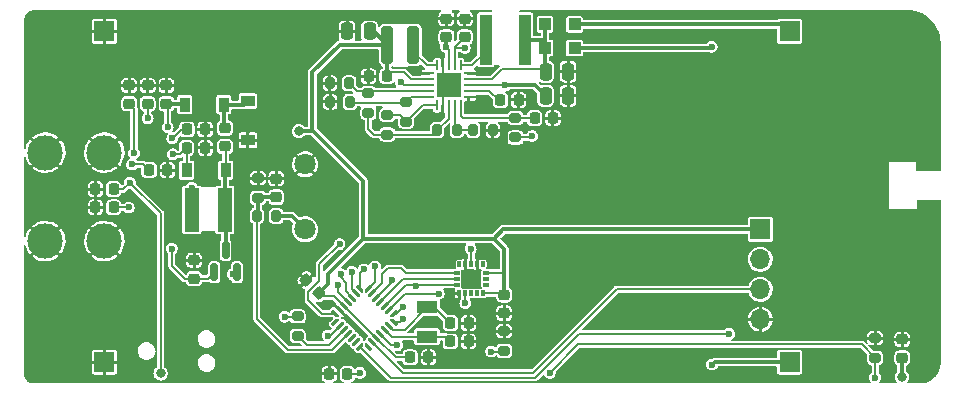
<source format=gbr>
%TF.GenerationSoftware,KiCad,Pcbnew,(6.0.2)*%
%TF.CreationDate,2022-04-09T16:32:05-06:00*%
%TF.ProjectId,SolarGPS,536f6c61-7247-4505-932e-6b696361645f,rev?*%
%TF.SameCoordinates,Original*%
%TF.FileFunction,Copper,L2,Bot*%
%TF.FilePolarity,Positive*%
%FSLAX46Y46*%
G04 Gerber Fmt 4.6, Leading zero omitted, Abs format (unit mm)*
G04 Created by KiCad (PCBNEW (6.0.2)) date 2022-04-09 16:32:05*
%MOMM*%
%LPD*%
G01*
G04 APERTURE LIST*
G04 Aperture macros list*
%AMRoundRect*
0 Rectangle with rounded corners*
0 $1 Rounding radius*
0 $2 $3 $4 $5 $6 $7 $8 $9 X,Y pos of 4 corners*
0 Add a 4 corners polygon primitive as box body*
4,1,4,$2,$3,$4,$5,$6,$7,$8,$9,$2,$3,0*
0 Add four circle primitives for the rounded corners*
1,1,$1+$1,$2,$3*
1,1,$1+$1,$4,$5*
1,1,$1+$1,$6,$7*
1,1,$1+$1,$8,$9*
0 Add four rect primitives between the rounded corners*
20,1,$1+$1,$2,$3,$4,$5,0*
20,1,$1+$1,$4,$5,$6,$7,0*
20,1,$1+$1,$6,$7,$8,$9,0*
20,1,$1+$1,$8,$9,$2,$3,0*%
%AMFreePoly0*
4,1,17,0.364320,0.111820,0.377500,0.080000,0.377500,0.053642,0.377501,0.053640,0.369779,0.035000,0.364320,0.021820,0.364318,0.021819,0.230680,-0.111820,0.198860,-0.125000,-0.332500,-0.125000,-0.364320,-0.111820,-0.377500,-0.080000,-0.377500,0.080000,-0.364320,0.111820,-0.332500,0.125000,0.332500,0.125000,0.364320,0.111820,0.364320,0.111820,$1*%
%AMFreePoly1*
4,1,17,0.230680,0.111820,0.364318,-0.021819,0.364320,-0.021820,0.364320,-0.021821,0.377501,-0.053640,0.377500,-0.053642,0.377500,-0.080000,0.364320,-0.111820,0.332500,-0.125000,-0.332500,-0.125000,-0.364320,-0.111820,-0.377500,-0.080000,-0.377500,0.080000,-0.364320,0.111820,-0.332500,0.125000,0.198860,0.125000,0.230680,0.111820,0.230680,0.111820,$1*%
%AMFreePoly2*
4,1,17,0.111820,0.364320,0.125000,0.332500,0.125000,-0.332500,0.111820,-0.364320,0.080000,-0.377500,0.053642,-0.377500,0.053640,-0.377501,0.031140,-0.368181,0.021820,-0.364320,0.021819,-0.364318,-0.111820,-0.230680,-0.125000,-0.198860,-0.125000,0.332500,-0.111820,0.364320,-0.080000,0.377500,0.080000,0.377500,0.111820,0.364320,0.111820,0.364320,$1*%
%AMFreePoly3*
4,1,17,0.111820,0.364320,0.125000,0.332500,0.125000,-0.198858,0.125001,-0.198860,0.115681,-0.221360,0.111820,-0.230680,0.111818,-0.230681,-0.021820,-0.364320,-0.053640,-0.377500,-0.080000,-0.377500,-0.111820,-0.364320,-0.125000,-0.332500,-0.125000,0.332500,-0.111820,0.364320,-0.080000,0.377500,0.080000,0.377500,0.111820,0.364320,0.111820,0.364320,$1*%
%AMFreePoly4*
4,1,17,-0.198858,0.125000,0.332500,0.125000,0.364320,0.111820,0.377500,0.080000,0.377500,-0.080000,0.364320,-0.111820,0.332500,-0.125000,-0.332500,-0.125000,-0.364320,-0.111820,-0.377500,-0.080000,-0.377500,-0.053640,-0.364320,-0.021820,-0.230681,0.111818,-0.230680,0.111820,-0.221360,0.115681,-0.198860,0.125001,-0.198858,0.125000,-0.198858,0.125000,$1*%
%AMFreePoly5*
4,1,17,0.364320,0.111820,0.377500,0.080000,0.377500,-0.080000,0.364320,-0.111820,0.332500,-0.125000,-0.198858,-0.125000,-0.198860,-0.125001,-0.221360,-0.115681,-0.230680,-0.111820,-0.230681,-0.111818,-0.364320,0.021820,-0.377500,0.053640,-0.377500,0.080000,-0.364320,0.111820,-0.332500,0.125000,0.332500,0.125000,0.364320,0.111820,0.364320,0.111820,$1*%
%AMFreePoly6*
4,1,17,-0.021820,0.364320,0.111818,0.230681,0.111820,0.230680,0.111820,0.230679,0.125001,0.198860,0.125000,0.198858,0.125000,-0.332500,0.111820,-0.364320,0.080000,-0.377500,-0.080000,-0.377500,-0.111820,-0.364320,-0.125000,-0.332500,-0.125000,0.332500,-0.111820,0.364320,-0.080000,0.377500,-0.053640,0.377500,-0.021820,0.364320,-0.021820,0.364320,$1*%
%AMFreePoly7*
4,1,17,0.053642,0.377500,0.080000,0.377500,0.111820,0.364320,0.125000,0.332500,0.125000,-0.332500,0.111820,-0.364320,0.080000,-0.377500,-0.080000,-0.377500,-0.111820,-0.364320,-0.125000,-0.332500,-0.125000,0.198860,-0.111820,0.230680,0.021819,0.364318,0.021820,0.364320,0.031140,0.368181,0.053640,0.377501,0.053642,0.377500,0.053642,0.377500,$1*%
G04 Aperture macros list end*
%TA.AperFunction,ComponentPad*%
%ADD10C,3.000000*%
%TD*%
%TA.AperFunction,SMDPad,CuDef*%
%ADD11RoundRect,0.218750X-0.256250X0.218750X-0.256250X-0.218750X0.256250X-0.218750X0.256250X0.218750X0*%
%TD*%
%TA.AperFunction,SMDPad,CuDef*%
%ADD12RoundRect,0.218750X0.256250X-0.218750X0.256250X0.218750X-0.256250X0.218750X-0.256250X-0.218750X0*%
%TD*%
%TA.AperFunction,SMDPad,CuDef*%
%ADD13RoundRect,0.218750X0.218750X0.256250X-0.218750X0.256250X-0.218750X-0.256250X0.218750X-0.256250X0*%
%TD*%
%TA.AperFunction,SMDPad,CuDef*%
%ADD14RoundRect,0.218750X-0.218750X-0.256250X0.218750X-0.256250X0.218750X0.256250X-0.218750X0.256250X0*%
%TD*%
%TA.AperFunction,SMDPad,CuDef*%
%ADD15RoundRect,0.225000X0.335876X0.017678X0.017678X0.335876X-0.335876X-0.017678X-0.017678X-0.335876X0*%
%TD*%
%TA.AperFunction,SMDPad,CuDef*%
%ADD16RoundRect,0.225000X0.250000X-0.225000X0.250000X0.225000X-0.250000X0.225000X-0.250000X-0.225000X0*%
%TD*%
%TA.AperFunction,SMDPad,CuDef*%
%ADD17RoundRect,0.087500X0.087500X-0.187500X0.087500X0.187500X-0.087500X0.187500X-0.087500X-0.187500X0*%
%TD*%
%TA.AperFunction,SMDPad,CuDef*%
%ADD18RoundRect,0.087500X0.187500X-0.087500X0.187500X0.087500X-0.187500X0.087500X-0.187500X-0.087500X0*%
%TD*%
%TA.AperFunction,SMDPad,CuDef*%
%ADD19RoundRect,0.200000X-0.275000X0.200000X-0.275000X-0.200000X0.275000X-0.200000X0.275000X0.200000X0*%
%TD*%
%TA.AperFunction,SMDPad,CuDef*%
%ADD20RoundRect,0.200000X-0.200000X-0.275000X0.200000X-0.275000X0.200000X0.275000X-0.200000X0.275000X0*%
%TD*%
%TA.AperFunction,SMDPad,CuDef*%
%ADD21RoundRect,0.225000X-0.225000X-0.250000X0.225000X-0.250000X0.225000X0.250000X-0.225000X0.250000X0*%
%TD*%
%TA.AperFunction,ComponentPad*%
%ADD22R,1.700000X1.700000*%
%TD*%
%TA.AperFunction,SMDPad,CuDef*%
%ADD23RoundRect,0.062500X0.375000X0.062500X-0.375000X0.062500X-0.375000X-0.062500X0.375000X-0.062500X0*%
%TD*%
%TA.AperFunction,SMDPad,CuDef*%
%ADD24RoundRect,0.062500X0.062500X0.375000X-0.062500X0.375000X-0.062500X-0.375000X0.062500X-0.375000X0*%
%TD*%
%TA.AperFunction,SMDPad,CuDef*%
%ADD25R,2.000000X2.000000*%
%TD*%
%TA.AperFunction,SMDPad,CuDef*%
%ADD26RoundRect,0.225000X-0.250000X0.225000X-0.250000X-0.225000X0.250000X-0.225000X0.250000X0.225000X0*%
%TD*%
%TA.AperFunction,SMDPad,CuDef*%
%ADD27RoundRect,0.225000X0.225000X0.250000X-0.225000X0.250000X-0.225000X-0.250000X0.225000X-0.250000X0*%
%TD*%
%TA.AperFunction,SMDPad,CuDef*%
%ADD28RoundRect,0.200000X0.200000X0.275000X-0.200000X0.275000X-0.200000X-0.275000X0.200000X-0.275000X0*%
%TD*%
%TA.AperFunction,SMDPad,CuDef*%
%ADD29RoundRect,0.250000X0.250000X0.475000X-0.250000X0.475000X-0.250000X-0.475000X0.250000X-0.475000X0*%
%TD*%
%TA.AperFunction,SMDPad,CuDef*%
%ADD30RoundRect,0.250000X-0.250000X-0.475000X0.250000X-0.475000X0.250000X0.475000X-0.250000X0.475000X0*%
%TD*%
%TA.AperFunction,SMDPad,CuDef*%
%ADD31R,1.000000X1.000000*%
%TD*%
%TA.AperFunction,SMDPad,CuDef*%
%ADD32R,1.000000X4.300000*%
%TD*%
%TA.AperFunction,ComponentPad*%
%ADD33C,1.800000*%
%TD*%
%TA.AperFunction,SMDPad,CuDef*%
%ADD34FreePoly0,135.000000*%
%TD*%
%TA.AperFunction,SMDPad,CuDef*%
%ADD35RoundRect,0.062500X0.309359X-0.220971X-0.220971X0.309359X-0.309359X0.220971X0.220971X-0.309359X0*%
%TD*%
%TA.AperFunction,SMDPad,CuDef*%
%ADD36FreePoly1,135.000000*%
%TD*%
%TA.AperFunction,SMDPad,CuDef*%
%ADD37FreePoly2,135.000000*%
%TD*%
%TA.AperFunction,SMDPad,CuDef*%
%ADD38RoundRect,0.062500X0.309359X0.220971X0.220971X0.309359X-0.309359X-0.220971X-0.220971X-0.309359X0*%
%TD*%
%TA.AperFunction,SMDPad,CuDef*%
%ADD39FreePoly3,135.000000*%
%TD*%
%TA.AperFunction,SMDPad,CuDef*%
%ADD40FreePoly4,135.000000*%
%TD*%
%TA.AperFunction,SMDPad,CuDef*%
%ADD41FreePoly5,135.000000*%
%TD*%
%TA.AperFunction,SMDPad,CuDef*%
%ADD42FreePoly6,135.000000*%
%TD*%
%TA.AperFunction,SMDPad,CuDef*%
%ADD43FreePoly7,135.000000*%
%TD*%
%TA.AperFunction,SMDPad,CuDef*%
%ADD44RoundRect,0.200000X0.275000X-0.200000X0.275000X0.200000X-0.275000X0.200000X-0.275000X-0.200000X0*%
%TD*%
%TA.AperFunction,SMDPad,CuDef*%
%ADD45R,0.900000X1.200000*%
%TD*%
%TA.AperFunction,ComponentPad*%
%ADD46O,1.700000X1.700000*%
%TD*%
%TA.AperFunction,SMDPad,CuDef*%
%ADD47R,1.200000X0.900000*%
%TD*%
%TA.AperFunction,SMDPad,CuDef*%
%ADD48R,1.200000X3.700000*%
%TD*%
%TA.AperFunction,SMDPad,CuDef*%
%ADD49RoundRect,0.150000X0.150000X-0.587500X0.150000X0.587500X-0.150000X0.587500X-0.150000X-0.587500X0*%
%TD*%
%TA.AperFunction,SMDPad,CuDef*%
%ADD50RoundRect,0.250000X0.250000X1.350000X-0.250000X1.350000X-0.250000X-1.350000X0.250000X-1.350000X0*%
%TD*%
%TA.AperFunction,SMDPad,CuDef*%
%ADD51R,1.800000X1.000000*%
%TD*%
%TA.AperFunction,ViaPad*%
%ADD52C,0.600000*%
%TD*%
%TA.AperFunction,ViaPad*%
%ADD53C,0.800000*%
%TD*%
%TA.AperFunction,Conductor*%
%ADD54C,0.200000*%
%TD*%
%TA.AperFunction,Conductor*%
%ADD55C,0.300000*%
%TD*%
%TA.AperFunction,Conductor*%
%ADD56C,0.350000*%
%TD*%
G04 APERTURE END LIST*
D10*
%TO.P,J7,1,Pin_1*%
%TO.N,GND*%
X57000000Y-62250000D03*
X52000000Y-62250000D03*
X52000000Y-69750000D03*
X57000000Y-69750000D03*
%TD*%
D11*
%TO.P,R3,1*%
%TO.N,GND*%
X64600000Y-71362500D03*
%TO.P,R3,2*%
%TO.N,/RESE*%
X64600000Y-72937500D03*
%TD*%
D12*
%TO.P,C5,1*%
%TO.N,VDD*%
X124550000Y-79637500D03*
%TO.P,C5,2*%
%TO.N,GND*%
X124550000Y-78062500D03*
%TD*%
D13*
%TO.P,C9,1*%
%TO.N,/VSH2*%
X57787500Y-66900000D03*
%TO.P,C9,2*%
%TO.N,GND*%
X56212500Y-66900000D03*
%TD*%
D14*
%TO.P,C20,1*%
%TO.N,/VGH*%
X63962500Y-61850000D03*
%TO.P,C20,2*%
%TO.N,GND*%
X65537500Y-61850000D03*
%TD*%
D15*
%TO.P,C25,1*%
%TO.N,VDD*%
X75198008Y-74148008D03*
%TO.P,C25,2*%
%TO.N,GND*%
X74101992Y-73051992D03*
%TD*%
D16*
%TO.P,C26,1*%
%TO.N,GND*%
X90850000Y-75850000D03*
%TO.P,C26,2*%
%TO.N,VDD*%
X90850000Y-74300000D03*
%TD*%
D17*
%TO.P,U6,1,VDD_IO*%
%TO.N,VDD*%
X89050000Y-74175000D03*
%TO.P,U6,2,NC*%
%TO.N,unconnected-(U6-Pad2)*%
X88550000Y-74175000D03*
%TO.P,U6,3,NC*%
%TO.N,unconnected-(U6-Pad3)*%
X88050000Y-74175000D03*
%TO.P,U6,4,SCL/SPC*%
%TO.N,SPI_CLK*%
X87550000Y-74175000D03*
%TO.P,U6,5,GND*%
%TO.N,GND*%
X87050000Y-74175000D03*
D18*
%TO.P,U6,6,SDA/SDI/SDO*%
%TO.N,SPI_MOSI*%
X86825000Y-73450000D03*
%TO.P,U6,7,SDO/SA0*%
%TO.N,SPI_MISO*%
X86825000Y-72950000D03*
%TO.P,U6,8,CS*%
%TO.N,LIS_CS*%
X86825000Y-72450000D03*
D17*
%TO.P,U6,9,INT2*%
%TO.N,unconnected-(U6-Pad9)*%
X87050000Y-71725000D03*
%TO.P,U6,10,GND*%
%TO.N,GND*%
X87550000Y-71725000D03*
%TO.P,U6,11,INT1*%
%TO.N,LIS_INT*%
X88050000Y-71725000D03*
%TO.P,U6,12,GND*%
%TO.N,GND*%
X88550000Y-71725000D03*
%TO.P,U6,13,ADC3*%
%TO.N,unconnected-(U6-Pad13)*%
X89050000Y-71725000D03*
D18*
%TO.P,U6,14,VDD*%
%TO.N,VDD*%
X89275000Y-72450000D03*
%TO.P,U6,15,ADC2*%
%TO.N,unconnected-(U6-Pad15)*%
X89275000Y-72950000D03*
%TO.P,U6,16,ADC1*%
%TO.N,unconnected-(U6-Pad16)*%
X89275000Y-73450000D03*
%TD*%
D19*
%TO.P,R7,1*%
%TO.N,GND*%
X122250000Y-77975000D03*
%TO.P,R7,2*%
%TO.N,GPS_EXINT*%
X122250000Y-79625000D03*
%TD*%
D20*
%TO.P,ROUT2,1*%
%TO.N,GND*%
X76075000Y-56400000D03*
%TO.P,ROUT2,2*%
%TO.N,Net-(ROUT1-Pad1)*%
X77725000Y-56400000D03*
%TD*%
D21*
%TO.P,C10,1*%
%TO.N,Net-(C10-Pad1)*%
X86275000Y-78250000D03*
%TO.P,C10,2*%
%TO.N,GND*%
X87825000Y-78250000D03*
%TD*%
D22*
%TO.P,J2,1,Pin_1*%
%TO.N,GND*%
X57000000Y-80000000D03*
%TD*%
D23*
%TO.P,U3,1,VSS*%
%TO.N,GND*%
X87837500Y-55550000D03*
%TO.P,U3,2,VIN_DC*%
%TO.N,/SOLAR+*%
X87837500Y-56050000D03*
%TO.P,U3,3,VOC_SAMP*%
%TO.N,VSTOR*%
X87837500Y-56550000D03*
%TO.P,U3,4,VREF_SAMP*%
%TO.N,Net-(C17-Pad2)*%
X87837500Y-57050000D03*
%TO.P,U3,5,~{EN}*%
%TO.N,GND*%
X87837500Y-57550000D03*
D24*
%TO.P,U3,6,VOUT_EN*%
%TO.N,Net-(C14-Pad2)*%
X87150000Y-58237500D03*
%TO.P,U3,7,VBAT_OV*%
%TO.N,Net-(ROV1-Pad1)*%
X86650000Y-58237500D03*
%TO.P,U3,8,VRDIV*%
%TO.N,Net-(ROK1-Pad2)*%
X86150000Y-58237500D03*
%TO.P,U3,9,VSS*%
%TO.N,GND*%
X85650000Y-58237500D03*
%TO.P,U3,10,OK_HYST*%
%TO.N,Net-(ROK1-Pad1)*%
X85150000Y-58237500D03*
D23*
%TO.P,U3,11,OK_PROG*%
%TO.N,Net-(ROK2-Pad1)*%
X84462500Y-57550000D03*
%TO.P,U3,12,VOUT_SET*%
%TO.N,Net-(ROUT1-Pad1)*%
X84462500Y-57050000D03*
%TO.P,U3,13,VBAT_OK*%
%TO.N,VBAT_OK*%
X84462500Y-56550000D03*
%TO.P,U3,14,VOUT*%
%TO.N,VDD*%
X84462500Y-56050000D03*
%TO.P,U3,15,VSS*%
%TO.N,GND*%
X84462500Y-55550000D03*
D24*
%TO.P,U3,16,LBUCK*%
%TO.N,Net-(L3-Pad1)*%
X85150000Y-54862500D03*
%TO.P,U3,17,VSS*%
%TO.N,GND*%
X85650000Y-54862500D03*
%TO.P,U3,18,VBAT*%
%TO.N,VBAT*%
X86150000Y-54862500D03*
%TO.P,U3,19,VSTOR*%
%TO.N,VSTOR*%
X86650000Y-54862500D03*
%TO.P,U3,20,LBOOST*%
%TO.N,Net-(L2-Pad2)*%
X87150000Y-54862500D03*
D25*
%TO.P,U3,21,VSS*%
%TO.N,GND*%
X86150000Y-56550000D03*
%TD*%
D26*
%TO.P,C27,1*%
%TO.N,GND*%
X87500000Y-50925000D03*
%TO.P,C27,2*%
%TO.N,VSTOR*%
X87500000Y-52475000D03*
%TD*%
D19*
%TO.P,ROK1,1*%
%TO.N,Net-(ROK1-Pad1)*%
X80950000Y-59075000D03*
%TO.P,ROK1,2*%
%TO.N,Net-(ROK1-Pad2)*%
X80950000Y-60725000D03*
%TD*%
D27*
%TO.P,C14,1*%
%TO.N,GND*%
X94975000Y-59350000D03*
%TO.P,C14,2*%
%TO.N,Net-(C14-Pad2)*%
X93425000Y-59350000D03*
%TD*%
D26*
%TO.P,C21,1*%
%TO.N,GND*%
X62250000Y-56575000D03*
%TO.P,C21,2*%
%TO.N,/VGL*%
X62250000Y-58125000D03*
%TD*%
D20*
%TO.P,R12,1*%
%TO.N,VBAT_SENSE*%
X69900000Y-67600000D03*
%TO.P,R12,2*%
%TO.N,VBAT*%
X71550000Y-67600000D03*
%TD*%
D28*
%TO.P,ROV1,1*%
%TO.N,Net-(ROV1-Pad1)*%
X86825000Y-60350000D03*
%TO.P,ROV1,2*%
%TO.N,Net-(ROK1-Pad2)*%
X85175000Y-60350000D03*
%TD*%
D22*
%TO.P,J3,1,Pin_1*%
%TO.N,GND*%
X57000000Y-52000000D03*
%TD*%
D29*
%TO.P,C12,1*%
%TO.N,GND*%
X96250000Y-55400000D03*
%TO.P,C12,2*%
%TO.N,/SOLAR+*%
X94350000Y-55400000D03*
%TD*%
D26*
%TO.P,C13,1*%
%TO.N,GND*%
X71550000Y-64475000D03*
%TO.P,C13,2*%
%TO.N,VBAT_SENSE*%
X71550000Y-66025000D03*
%TD*%
D27*
%TO.P,C17,1*%
%TO.N,GND*%
X92075000Y-57800000D03*
%TO.P,C17,2*%
%TO.N,Net-(C17-Pad2)*%
X90525000Y-57800000D03*
%TD*%
D21*
%TO.P,C3,1*%
%TO.N,/VSL*%
X63975000Y-60300000D03*
%TO.P,C3,2*%
%TO.N,GND*%
X65525000Y-60300000D03*
%TD*%
D16*
%TO.P,C22,1*%
%TO.N,Net-(C22-Pad1)*%
X67200000Y-61725000D03*
%TO.P,C22,2*%
%TO.N,Net-(C22-Pad2)*%
X67200000Y-60175000D03*
%TD*%
D30*
%TO.P,C19,1*%
%TO.N,GND*%
X77550000Y-52000000D03*
%TO.P,C19,2*%
%TO.N,VDD*%
X79450000Y-52000000D03*
%TD*%
D31*
%TO.P,D1,1,K*%
%TO.N,/SOLAR+*%
X94300000Y-53400000D03*
%TO.P,D1,2,A*%
%TO.N,Net-(D1-Pad2)*%
X96800000Y-53400000D03*
%TD*%
D32*
%TO.P,L2,1*%
%TO.N,/SOLAR+*%
X92575000Y-52700000D03*
%TO.P,L2,2*%
%TO.N,Net-(L2-Pad2)*%
X89275000Y-52700000D03*
%TD*%
D33*
%TO.P,C8,1*%
%TO.N,VBAT*%
X74000000Y-68750000D03*
%TO.P,C8,2*%
%TO.N,GND*%
X74000000Y-63250000D03*
%TD*%
D34*
%TO.P,U1,1,PB9*%
%TO.N,BOOT0*%
X81473106Y-76601786D03*
D35*
%TO.P,U1,2,PC14*%
%TO.N,Net-(C4-Pad1)*%
X81077126Y-76912913D03*
%TO.P,U1,3,PC15*%
%TO.N,Net-(C10-Pad1)*%
X80723573Y-77266466D03*
%TO.P,U1,4,NRST*%
%TO.N,RESET*%
X80370019Y-77620019D03*
%TO.P,U1,5,VDDA*%
%TO.N,VDD*%
X80016466Y-77973573D03*
%TO.P,U1,6,PA0*%
%TO.N,GPS_UART_MISO*%
X79662913Y-78327126D03*
D36*
%TO.P,U1,7,PA1*%
%TO.N,unconnected-(U1-Pad7)*%
X79351786Y-78723106D03*
D37*
%TO.P,U1,8,PA2*%
%TO.N,GPS_UART_MOSI*%
X78648214Y-78723106D03*
D38*
%TO.P,U1,9,PA3*%
%TO.N,unconnected-(U1-Pad9)*%
X78337087Y-78327126D03*
%TO.P,U1,10,PA4*%
%TO.N,unconnected-(U1-Pad10)*%
X77983534Y-77973573D03*
%TO.P,U1,11,PA5*%
%TO.N,VBAT_SENSE*%
X77629981Y-77620019D03*
%TO.P,U1,12,PA6*%
%TO.N,LED*%
X77276427Y-77266466D03*
%TO.P,U1,13,PA7*%
%TO.N,DISP_BUSY*%
X76922874Y-76912913D03*
D39*
%TO.P,U1,14,PB0*%
%TO.N,unconnected-(U1-Pad14)*%
X76526894Y-76601786D03*
D40*
%TO.P,U1,15,PB1*%
%TO.N,VBAT_OK*%
X76526894Y-75898214D03*
D35*
%TO.P,U1,16,VSS*%
%TO.N,GND*%
X76922874Y-75587087D03*
%TO.P,U1,17,VDD*%
%TO.N,VDD*%
X77276427Y-75233534D03*
%TO.P,U1,18,PA8*%
%TO.N,DISP_RES#*%
X77629981Y-74879981D03*
%TO.P,U1,19,PA9*%
%TO.N,DISP_DC*%
X77983534Y-74526427D03*
%TO.P,U1,20,PA10*%
%TO.N,DISP_CS*%
X78337087Y-74172874D03*
D41*
%TO.P,U1,21,PA13*%
%TO.N,/SWDIO*%
X78648214Y-73776894D03*
D42*
%TO.P,U1,22,PA14*%
%TO.N,/SWDCLK*%
X79351786Y-73776894D03*
D38*
%TO.P,U1,23,PA15*%
%TO.N,LIS_CS*%
X79662913Y-74172874D03*
%TO.P,U1,24,PB3*%
%TO.N,SPI_CLK*%
X80016466Y-74526427D03*
%TO.P,U1,25,PB4*%
%TO.N,SPI_MISO*%
X80370019Y-74879981D03*
%TO.P,U1,26,PB5*%
%TO.N,SPI_MOSI*%
X80723573Y-75233534D03*
%TO.P,U1,27,PB6*%
%TO.N,LIS_INT*%
X81077126Y-75587087D03*
D43*
%TO.P,U1,28,PB7*%
%TO.N,GPS_EXINT*%
X81473106Y-75898214D03*
%TD*%
D16*
%TO.P,C2,1*%
%TO.N,/VCOM*%
X60650000Y-58125000D03*
%TO.P,C2,2*%
%TO.N,GND*%
X60650000Y-56575000D03*
%TD*%
D44*
%TO.P,R4,1*%
%TO.N,VBAT_OK*%
X91800000Y-60975000D03*
%TO.P,R4,2*%
%TO.N,Net-(C14-Pad2)*%
X91800000Y-59325000D03*
%TD*%
D45*
%TO.P,D5,1,K*%
%TO.N,Net-(C22-Pad2)*%
X67100000Y-58200000D03*
%TO.P,D5,2,A*%
%TO.N,/VGL*%
X63800000Y-58200000D03*
%TD*%
D28*
%TO.P,ROV2,1*%
%TO.N,GND*%
X89875000Y-60350000D03*
%TO.P,ROV2,2*%
%TO.N,Net-(ROV1-Pad1)*%
X88225000Y-60350000D03*
%TD*%
D20*
%TO.P,ROK3,1*%
%TO.N,GND*%
X76125000Y-57950000D03*
%TO.P,ROK3,2*%
%TO.N,Net-(ROK2-Pad1)*%
X77775000Y-57950000D03*
%TD*%
D21*
%TO.P,C16,1*%
%TO.N,Net-(C16-Pad1)*%
X60775000Y-63750000D03*
%TO.P,C16,2*%
%TO.N,GND*%
X62325000Y-63750000D03*
%TD*%
D31*
%TO.P,D3,1,K*%
%TO.N,/SOLAR+*%
X94300000Y-51400000D03*
%TO.P,D3,2,A*%
%TO.N,Net-(D3-Pad2)*%
X96800000Y-51400000D03*
%TD*%
D45*
%TO.P,D4,1,K*%
%TO.N,/VGH*%
X63950000Y-63750000D03*
%TO.P,D4,2,A*%
%TO.N,Net-(C22-Pad1)*%
X67250000Y-63750000D03*
%TD*%
D21*
%TO.P,C18,1*%
%TO.N,GND*%
X76025000Y-81000000D03*
%TO.P,C18,2*%
%TO.N,RESET*%
X77575000Y-81000000D03*
%TD*%
D16*
%TO.P,C6,1*%
%TO.N,/VSH1*%
X59100000Y-58125000D03*
%TO.P,C6,2*%
%TO.N,GND*%
X59100000Y-56575000D03*
%TD*%
D21*
%TO.P,C23,1*%
%TO.N,GND*%
X79375000Y-55800000D03*
%TO.P,C23,2*%
%TO.N,VDD*%
X80925000Y-55800000D03*
%TD*%
%TO.P,C11,1*%
%TO.N,VDD*%
X82875000Y-79600000D03*
%TO.P,C11,2*%
%TO.N,GND*%
X84425000Y-79600000D03*
%TD*%
D19*
%TO.P,ROK2,1*%
%TO.N,Net-(ROK2-Pad1)*%
X82550000Y-57975000D03*
%TO.P,ROK2,2*%
%TO.N,Net-(ROK1-Pad1)*%
X82550000Y-59625000D03*
%TD*%
D22*
%TO.P,J6,1,Pin_1*%
%TO.N,Net-(D3-Pad2)*%
X115000000Y-52000000D03*
%TD*%
D19*
%TO.P,R2,1*%
%TO.N,Net-(D2-Pad2)*%
X73350000Y-76125000D03*
%TO.P,R2,2*%
%TO.N,LED*%
X73350000Y-77775000D03*
%TD*%
D21*
%TO.P,C4,1*%
%TO.N,Net-(C4-Pad1)*%
X86275000Y-76700000D03*
%TO.P,C4,2*%
%TO.N,GND*%
X87825000Y-76700000D03*
%TD*%
D19*
%TO.P,R13,1*%
%TO.N,GND*%
X70000000Y-64425000D03*
%TO.P,R13,2*%
%TO.N,VBAT_SENSE*%
X70000000Y-66075000D03*
%TD*%
D22*
%TO.P,J5,1,Pin_1*%
%TO.N,Net-(D1-Pad2)*%
X115000000Y-80000000D03*
%TD*%
%TO.P,J8,1,Pin_1*%
%TO.N,VDD*%
X112525000Y-68750000D03*
D46*
%TO.P,J8,2,Pin_2*%
%TO.N,GPS_UART_MOSI*%
X112525000Y-71290000D03*
%TO.P,J8,3,Pin_3*%
%TO.N,GPS_UART_MISO*%
X112525000Y-73830000D03*
%TO.P,J8,4,Pin_4*%
%TO.N,GND*%
X112525000Y-76370000D03*
%TD*%
D29*
%TO.P,C24,1*%
%TO.N,GND*%
X96250000Y-57450000D03*
%TO.P,C24,2*%
%TO.N,VSTOR*%
X94350000Y-57450000D03*
%TD*%
D19*
%TO.P,R1,1*%
%TO.N,GND*%
X90850000Y-77375000D03*
%TO.P,R1,2*%
%TO.N,BOOT0*%
X90850000Y-79025000D03*
%TD*%
D47*
%TO.P,D6,1,K*%
%TO.N,GND*%
X69150000Y-61200000D03*
%TO.P,D6,2,A*%
%TO.N,Net-(C22-Pad2)*%
X69150000Y-57900000D03*
%TD*%
D48*
%TO.P,L1,1*%
%TO.N,VDD*%
X64400000Y-67100000D03*
%TO.P,L1,2*%
%TO.N,Net-(C22-Pad1)*%
X67200000Y-67100000D03*
%TD*%
D49*
%TO.P,Q1,1,G*%
%TO.N,/GDR*%
X68200000Y-72387500D03*
%TO.P,Q1,2,S*%
%TO.N,/RESE*%
X66300000Y-72387500D03*
%TO.P,Q1,3,D*%
%TO.N,Net-(C22-Pad1)*%
X67250000Y-70512500D03*
%TD*%
D26*
%TO.P,C7,1*%
%TO.N,GND*%
X85950000Y-50925000D03*
%TO.P,C7,2*%
%TO.N,VBAT*%
X85950000Y-52475000D03*
%TD*%
D50*
%TO.P,L3,1*%
%TO.N,Net-(L3-Pad1)*%
X83150000Y-53150000D03*
%TO.P,L3,2*%
%TO.N,VDD*%
X80950000Y-53150000D03*
%TD*%
D51*
%TO.P,Y1,1,1*%
%TO.N,Net-(C10-Pad1)*%
X84300000Y-77850000D03*
%TO.P,Y1,2,2*%
%TO.N,Net-(C4-Pad1)*%
X84300000Y-75350000D03*
%TD*%
D19*
%TO.P,ROUT1,1*%
%TO.N,Net-(ROUT1-Pad1)*%
X79350000Y-57225000D03*
%TO.P,ROUT1,2*%
%TO.N,Net-(ROK1-Pad2)*%
X79350000Y-58875000D03*
%TD*%
D21*
%TO.P,C15,1*%
%TO.N,GND*%
X56225000Y-65350000D03*
%TO.P,C15,2*%
%TO.N,VDD*%
X57775000Y-65350000D03*
%TD*%
D52*
%TO.N,VDD*%
X64400000Y-65212456D03*
%TO.N,Net-(C16-Pad1)*%
X59350000Y-63250000D03*
%TO.N,GND*%
X122950000Y-62450000D03*
X122550000Y-51100000D03*
X77750000Y-66650000D03*
X67050000Y-79100000D03*
X86150000Y-56550000D03*
X89100000Y-75300000D03*
X97700000Y-57050000D03*
X126450000Y-62350000D03*
X73300000Y-73900000D03*
X54650000Y-66750000D03*
X75500000Y-52400000D03*
X84600000Y-50850000D03*
X77700000Y-50650000D03*
X62800000Y-69150000D03*
X97450000Y-54800000D03*
X82050000Y-50600000D03*
X75800000Y-59300000D03*
X77950000Y-59300000D03*
X92350000Y-76000000D03*
X98950000Y-80250000D03*
X83850000Y-61850000D03*
X122950000Y-65650000D03*
X124500000Y-67400000D03*
X89550000Y-70450000D03*
X76150000Y-75000000D03*
X68950000Y-59750000D03*
X117850000Y-81350000D03*
X77650000Y-54350000D03*
X60700000Y-55100000D03*
X127550000Y-70250000D03*
X124500000Y-68300000D03*
X89850000Y-61950000D03*
X106050000Y-55550000D03*
X123450000Y-67600000D03*
X67000000Y-75150000D03*
X96600000Y-71500000D03*
X63450000Y-56350000D03*
X78950000Y-62450000D03*
X89250000Y-55450000D03*
X101450000Y-76000000D03*
X64600000Y-70050000D03*
X104750000Y-80500000D03*
X116450000Y-69750000D03*
X127050000Y-53250000D03*
X125750000Y-50950000D03*
X97650000Y-57900000D03*
X110350000Y-66400000D03*
X105500000Y-76200000D03*
X70550000Y-61250000D03*
X65800000Y-58250000D03*
X54650000Y-65350000D03*
X73000000Y-64950000D03*
X81450000Y-68350000D03*
X89100000Y-68250000D03*
X124000000Y-62400000D03*
X118100000Y-51100000D03*
X106050000Y-72250000D03*
X127450000Y-62350000D03*
X96600000Y-59250000D03*
X65650000Y-64050000D03*
X92400000Y-79950000D03*
X83300000Y-55350000D03*
X127300000Y-57300000D03*
X125500000Y-62400000D03*
X94200000Y-77800000D03*
X87950000Y-79950000D03*
X123500000Y-68750000D03*
X89100000Y-57900000D03*
X85700000Y-79900000D03*
X122950000Y-63650000D03*
X89350000Y-77150000D03*
X57350000Y-56550000D03*
X110350000Y-60550000D03*
X86250000Y-70400000D03*
X97650000Y-55750000D03*
X110300000Y-54350000D03*
X127200000Y-59550000D03*
X122950000Y-66750000D03*
X122950000Y-64700000D03*
X84750000Y-53500000D03*
X68850000Y-64400000D03*
X106000000Y-65200000D03*
%TO.N,VDD*%
X59150000Y-64800000D03*
D53*
X73450000Y-60450000D03*
X61750000Y-80950000D03*
X124500000Y-81250000D03*
D52*
%TO.N,GPS_EXINT*%
X94700000Y-80900000D03*
X82300000Y-75300000D03*
X122250000Y-81300000D03*
%TO.N,DISP_CS*%
X77941500Y-72358404D03*
%TO.N,GPS_UART_MOSI*%
X109900000Y-77600000D03*
%TO.N,Net-(D2-Pad2)*%
X72250000Y-76150000D03*
%TO.N,VBAT*%
X85900000Y-53300000D03*
%TO.N,RESET*%
X81800000Y-78550000D03*
X78650000Y-80900000D03*
%TO.N,/SWDIO*%
X78950000Y-72150000D03*
%TO.N,SPI_MOSI*%
X83400000Y-73550000D03*
%TO.N,SPI_CLK*%
X81350000Y-73050000D03*
X87550000Y-75000000D03*
%TO.N,LIS_INT*%
X85300000Y-74200000D03*
X88000000Y-70400000D03*
%TO.N,Net-(D1-Pad2)*%
X108450000Y-80200000D03*
X108400000Y-53300000D03*
%TO.N,BOOT0*%
X89750000Y-79100000D03*
X82300000Y-76350000D03*
%TO.N,VSTOR*%
X87500000Y-53400000D03*
X90950000Y-56550000D03*
%TO.N,/SWDCLK*%
X79900000Y-71900000D03*
%TO.N,/VCOM*%
X60650000Y-59350000D03*
%TO.N,/VSL*%
X62750000Y-61050000D03*
%TO.N,/VSH1*%
X59500000Y-62300000D03*
%TO.N,/VGL*%
X62350000Y-60100000D03*
%TO.N,/VGH*%
X62800000Y-62400000D03*
%TO.N,DISP_BUSY*%
X75900000Y-77750000D03*
%TO.N,DISP_RES#*%
X76810832Y-73489072D03*
%TO.N,DISP_DC*%
X77000000Y-72550000D03*
%TO.N,/VSH2*%
X59050000Y-66900000D03*
%TO.N,/GDR*%
X67850000Y-72550000D03*
%TO.N,/RESE*%
X62700000Y-70400000D03*
%TO.N,VBAT_OK*%
X93200000Y-60850000D03*
X76900000Y-70000000D03*
X82100000Y-56300000D03*
%TD*%
D54*
%TO.N,Net-(C16-Pad1)*%
X59350000Y-63250000D02*
X60275000Y-63250000D01*
X60275000Y-63250000D02*
X60775000Y-63750000D01*
%TO.N,GND*%
X85650000Y-54400000D02*
X84750000Y-53500000D01*
X76922874Y-75587087D02*
X76335787Y-75000000D01*
X85650000Y-56050000D02*
X86150000Y-56550000D01*
X84462500Y-55550000D02*
X83500000Y-55550000D01*
X87837500Y-55550000D02*
X89150000Y-55550000D01*
X85650000Y-57050000D02*
X86150000Y-56550000D01*
X89150000Y-55550000D02*
X89250000Y-55450000D01*
X88750000Y-57550000D02*
X89100000Y-57900000D01*
X85650000Y-58237500D02*
X85650000Y-57050000D01*
X85650000Y-54862500D02*
X85650000Y-54400000D01*
X83500000Y-55550000D02*
X83300000Y-55350000D01*
X76335787Y-75000000D02*
X76150000Y-75000000D01*
X85650000Y-54862500D02*
X85650000Y-56050000D01*
X87837500Y-57550000D02*
X88750000Y-57550000D01*
D55*
%TO.N,VBAT_SENSE*%
X70000000Y-67500000D02*
X69900000Y-67600000D01*
D54*
X76300000Y-78950000D02*
X77629981Y-77620019D01*
D55*
X70000000Y-66075000D02*
X70000000Y-67500000D01*
D54*
X72500000Y-78950000D02*
X76300000Y-78950000D01*
X69900000Y-76350000D02*
X72500000Y-78950000D01*
D55*
X71550000Y-66025000D02*
X70050000Y-66025000D01*
D54*
X69900000Y-67600000D02*
X69900000Y-76350000D01*
D55*
X70050000Y-66025000D02*
X70000000Y-66075000D01*
D54*
%TO.N,VDD*%
X84462500Y-56050000D02*
X82975000Y-56050000D01*
D56*
X90750000Y-68750000D02*
X112525000Y-68750000D01*
X78900000Y-64650000D02*
X78900000Y-69550000D01*
D54*
X81642893Y-79600000D02*
X82875000Y-79600000D01*
X58600000Y-65350000D02*
X57775000Y-65350000D01*
D56*
X76900000Y-53150000D02*
X74600000Y-55450000D01*
D54*
X82375000Y-55450000D02*
X81275000Y-55450000D01*
X76442893Y-74400000D02*
X75400000Y-74400000D01*
D56*
X80925000Y-53175000D02*
X80950000Y-53150000D01*
D54*
X81275000Y-55450000D02*
X80925000Y-55800000D01*
X82975000Y-56050000D02*
X82375000Y-55450000D01*
D56*
X79450000Y-52000000D02*
X79800000Y-52000000D01*
X80925000Y-55800000D02*
X80925000Y-53175000D01*
X78900000Y-69550000D02*
X75950000Y-72500000D01*
X75950000Y-73396016D02*
X75198008Y-74148008D01*
X74600000Y-55450000D02*
X74600000Y-60350000D01*
D55*
X73450000Y-60450000D02*
X74500000Y-60450000D01*
D56*
X74600000Y-60350000D02*
X78900000Y-64650000D01*
D54*
X80016466Y-77973573D02*
X81642893Y-79600000D01*
D56*
X90850000Y-70450000D02*
X90850000Y-74300000D01*
X78900000Y-69550000D02*
X89950000Y-69550000D01*
X124500000Y-79687500D02*
X124550000Y-79637500D01*
D54*
X61750000Y-67400000D02*
X61750000Y-80950000D01*
X89050000Y-74175000D02*
X90725000Y-74175000D01*
X77276427Y-75233534D02*
X76442893Y-74400000D01*
D55*
X74500000Y-60450000D02*
X74600000Y-60350000D01*
D56*
X89950000Y-69550000D02*
X90750000Y-68750000D01*
X75950000Y-72500000D02*
X75950000Y-73396016D01*
D54*
X89275000Y-72450000D02*
X90850000Y-72450000D01*
X59150000Y-64800000D02*
X61750000Y-67400000D01*
D56*
X89950000Y-69550000D02*
X90850000Y-70450000D01*
D54*
X59150000Y-64800000D02*
X58600000Y-65350000D01*
X77276427Y-75233534D02*
X80016466Y-77973573D01*
X90725000Y-74175000D02*
X90850000Y-74300000D01*
D56*
X124500000Y-81250000D02*
X124500000Y-79687500D01*
X80950000Y-53150000D02*
X76900000Y-53150000D01*
X79800000Y-52000000D02*
X80950000Y-53150000D01*
D54*
%TO.N,GPS_EXINT*%
X81701786Y-75898214D02*
X82300000Y-75300000D01*
X122250000Y-79625000D02*
X122250000Y-81300000D01*
X97100000Y-78500000D02*
X94700000Y-80900000D01*
X122250000Y-79625000D02*
X121125000Y-78500000D01*
X81473106Y-75898214D02*
X81701786Y-75898214D01*
X121125000Y-78500000D02*
X97100000Y-78500000D01*
%TO.N,Net-(C4-Pad1)*%
X86275000Y-76700000D02*
X84925000Y-75350000D01*
X84925000Y-75350000D02*
X84300000Y-75350000D01*
X81077126Y-76912913D02*
X81402200Y-77237987D01*
X82412013Y-77237987D02*
X84300000Y-75350000D01*
X81402200Y-77237987D02*
X82412013Y-77237987D01*
%TO.N,Net-(C10-Pad1)*%
X85875000Y-77850000D02*
X86275000Y-78250000D01*
X84300000Y-77850000D02*
X85875000Y-77850000D01*
X81307107Y-77850000D02*
X84300000Y-77850000D01*
X80723573Y-77266466D02*
X81307107Y-77850000D01*
%TO.N,DISP_CS*%
X77941500Y-72641248D02*
X77941500Y-72358404D01*
X78337087Y-74172874D02*
X77975667Y-73811454D01*
X77975667Y-73811454D02*
X77975667Y-72675415D01*
X77975667Y-72675415D02*
X77941500Y-72641248D01*
%TO.N,GPS_UART_MOSI*%
X93452664Y-81299511D02*
X81224619Y-81299511D01*
X81224619Y-81299511D02*
X78648214Y-78723106D01*
X109900000Y-77600000D02*
X97152176Y-77600000D01*
X97152176Y-77600000D02*
X93452664Y-81299511D01*
%TO.N,GPS_UART_MISO*%
X82235787Y-80900000D02*
X93287182Y-80900000D01*
X100357182Y-73830000D02*
X112525000Y-73830000D01*
X93287182Y-80900000D02*
X100357182Y-73830000D01*
X79662913Y-78327126D02*
X82235787Y-80900000D01*
%TO.N,Net-(D2-Pad2)*%
X73325000Y-76150000D02*
X72250000Y-76150000D01*
X73350000Y-76125000D02*
X73325000Y-76150000D01*
%TO.N,LED*%
X74125000Y-78550000D02*
X73350000Y-77775000D01*
X77276427Y-77266466D02*
X75992893Y-78550000D01*
X75992893Y-78550000D02*
X74125000Y-78550000D01*
%TO.N,VBAT*%
X86150000Y-53550000D02*
X85900000Y-53300000D01*
X86150000Y-54862500D02*
X86150000Y-53550000D01*
D55*
X71550000Y-67600000D02*
X72850000Y-67600000D01*
X85900000Y-53300000D02*
X85900000Y-52525000D01*
X85900000Y-52525000D02*
X85950000Y-52475000D01*
X72850000Y-67600000D02*
X74000000Y-68750000D01*
D54*
%TO.N,/SOLAR+*%
X90650000Y-55200000D02*
X94350000Y-55200000D01*
D55*
X94300000Y-55150000D02*
X94300000Y-52600000D01*
D54*
X87837500Y-56050000D02*
X89800000Y-56050000D01*
D55*
X94350000Y-55200000D02*
X94300000Y-55150000D01*
D54*
X89800000Y-56050000D02*
X90650000Y-55200000D01*
D55*
X94300000Y-52600000D02*
X94300000Y-51400000D01*
X94200000Y-52700000D02*
X92575000Y-52700000D01*
X94300000Y-52600000D02*
X94200000Y-52700000D01*
D54*
%TO.N,Net-(L2-Pad2)*%
X89275000Y-53725000D02*
X89275000Y-52700000D01*
X87150000Y-54862500D02*
X88137500Y-54862500D01*
X88137500Y-54862500D02*
X89275000Y-53725000D01*
%TO.N,Net-(C17-Pad2)*%
X87837500Y-57050000D02*
X89575000Y-57050000D01*
X89575000Y-57050000D02*
X90450000Y-57925000D01*
%TO.N,RESET*%
X77575000Y-81000000D02*
X78550000Y-81000000D01*
X81300000Y-78550000D02*
X81800000Y-78550000D01*
X80370019Y-77620019D02*
X81300000Y-78550000D01*
X78550000Y-81000000D02*
X78650000Y-80900000D01*
%TO.N,/SWDIO*%
X78648214Y-73776894D02*
X78648214Y-72451786D01*
X78648214Y-72451786D02*
X78950000Y-72150000D01*
%TO.N,SPI_MOSI*%
X82507107Y-73450000D02*
X80723573Y-75233534D01*
X86825000Y-73450000D02*
X82507107Y-73450000D01*
%TO.N,SPI_CLK*%
X87550000Y-75000000D02*
X87550000Y-74175000D01*
X80016466Y-74526427D02*
X81350000Y-73192893D01*
X81350000Y-73192893D02*
X81350000Y-73050000D01*
%TO.N,SPI_MISO*%
X86825000Y-72950000D02*
X82300000Y-72950000D01*
X82300000Y-72950000D02*
X80370019Y-74879981D01*
%TO.N,LIS_INT*%
X88000000Y-70400000D02*
X88050000Y-70450000D01*
X82464213Y-74200000D02*
X85300000Y-74200000D01*
X88050000Y-70450000D02*
X88050000Y-71725000D01*
X81077126Y-75587087D02*
X82464213Y-74200000D01*
%TO.N,LIS_CS*%
X80500000Y-73335787D02*
X79662913Y-74172874D01*
X86825000Y-72450000D02*
X82500000Y-72450000D01*
X80500000Y-72550000D02*
X80500000Y-73335787D01*
X82100000Y-72050000D02*
X81000000Y-72050000D01*
X82500000Y-72450000D02*
X82100000Y-72050000D01*
X81000000Y-72050000D02*
X80500000Y-72550000D01*
D55*
%TO.N,Net-(D1-Pad2)*%
X108650000Y-80000000D02*
X115000000Y-80000000D01*
X108300000Y-53400000D02*
X108400000Y-53300000D01*
X108450000Y-80200000D02*
X108650000Y-80000000D01*
X96800000Y-53400000D02*
X108300000Y-53400000D01*
%TO.N,Net-(D3-Pad2)*%
X96800000Y-51400000D02*
X114400000Y-51400000D01*
X114400000Y-51400000D02*
X115000000Y-52000000D01*
D54*
%TO.N,BOOT0*%
X82048214Y-76601786D02*
X82300000Y-76350000D01*
X81473106Y-76601786D02*
X82048214Y-76601786D01*
X89750000Y-79100000D02*
X90775000Y-79100000D01*
X90775000Y-79100000D02*
X90850000Y-79025000D01*
D55*
%TO.N,VSTOR*%
X93450000Y-56550000D02*
X94350000Y-57450000D01*
D54*
X86650000Y-53325000D02*
X87500000Y-52475000D01*
X87837500Y-56550000D02*
X90950000Y-56550000D01*
X87500000Y-53400000D02*
X86725000Y-53400000D01*
X86650000Y-54862500D02*
X86650000Y-53325000D01*
X86725000Y-53400000D02*
X86650000Y-53325000D01*
D55*
X90950000Y-56550000D02*
X93450000Y-56550000D01*
D54*
%TO.N,/SWDCLK*%
X79900000Y-73228680D02*
X79900000Y-71900000D01*
X79351786Y-73776894D02*
X79900000Y-73228680D01*
%TO.N,/VCOM*%
X60650000Y-59350000D02*
X60650000Y-58125000D01*
%TO.N,/VSL*%
X63550000Y-60300000D02*
X62800000Y-61050000D01*
X63825000Y-60300000D02*
X63550000Y-60300000D01*
X62800000Y-61050000D02*
X62750000Y-61050000D01*
%TO.N,/VSH1*%
X59500000Y-58525000D02*
X59500000Y-62300000D01*
X59100000Y-58125000D02*
X59500000Y-58525000D01*
%TO.N,Net-(C14-Pad2)*%
X87325000Y-59325000D02*
X87150000Y-59150000D01*
X93425000Y-59350000D02*
X91825000Y-59350000D01*
X87150000Y-59150000D02*
X87150000Y-58237500D01*
X91800000Y-59325000D02*
X87325000Y-59325000D01*
X91825000Y-59350000D02*
X91800000Y-59325000D01*
%TO.N,/VGL*%
X62350000Y-58225000D02*
X62350000Y-60100000D01*
D55*
X62250000Y-58125000D02*
X63725000Y-58125000D01*
D54*
X62250000Y-58125000D02*
X62350000Y-58225000D01*
X63725000Y-58125000D02*
X63800000Y-58200000D01*
D55*
%TO.N,Net-(C22-Pad1)*%
X67200000Y-67100000D02*
X67200000Y-63800000D01*
D54*
X67250000Y-63750000D02*
X67250000Y-61775000D01*
X67250000Y-61775000D02*
X67200000Y-61725000D01*
X67200000Y-63800000D02*
X67250000Y-63750000D01*
D55*
X67250000Y-70512500D02*
X67250000Y-68250000D01*
%TO.N,Net-(C22-Pad2)*%
X67100000Y-60075000D02*
X67100000Y-58200000D01*
D54*
X68850000Y-58200000D02*
X69150000Y-57900000D01*
D55*
X67100000Y-58200000D02*
X68850000Y-58200000D01*
D54*
X67200000Y-60175000D02*
X67100000Y-60075000D01*
%TO.N,/VGH*%
X63962500Y-61850000D02*
X63962500Y-63737500D01*
X63962500Y-63737500D02*
X63950000Y-63750000D01*
X63412500Y-62400000D02*
X62800000Y-62400000D01*
X63962500Y-61850000D02*
X63412500Y-62400000D01*
%TO.N,DISP_BUSY*%
X76922874Y-76912913D02*
X76085787Y-77750000D01*
X76085787Y-77750000D02*
X75900000Y-77750000D01*
%TO.N,DISP_RES#*%
X77629981Y-74879981D02*
X76810832Y-74060832D01*
X76810832Y-74060832D02*
X76810832Y-73489072D01*
%TO.N,DISP_DC*%
X77450000Y-73265208D02*
X77000000Y-72815208D01*
X77000000Y-72815208D02*
X77000000Y-72550000D01*
X77450000Y-73992893D02*
X77450000Y-73265208D01*
X77983534Y-74526427D02*
X77450000Y-73992893D01*
%TO.N,/VSH2*%
X57787500Y-66900000D02*
X59050000Y-66900000D01*
%TO.N,/GDR*%
X68037500Y-72550000D02*
X67850000Y-72550000D01*
X68200000Y-72387500D02*
X68037500Y-72550000D01*
%TO.N,/RESE*%
X62700000Y-71850000D02*
X63787500Y-72937500D01*
X65750000Y-72937500D02*
X66300000Y-72387500D01*
X63787500Y-72937500D02*
X64750000Y-72937500D01*
X62700000Y-70400000D02*
X62700000Y-71850000D01*
X64750000Y-72937500D02*
X65750000Y-72937500D01*
%TO.N,VBAT_OK*%
X84437980Y-56574520D02*
X82374520Y-56574520D01*
X76526894Y-75898214D02*
X75398214Y-75898214D01*
X75398214Y-75898214D02*
X74250000Y-74750000D01*
X74250000Y-74036034D02*
X75200000Y-73086034D01*
X74250000Y-74750000D02*
X74250000Y-74036034D01*
X91800000Y-60975000D02*
X93075000Y-60975000D01*
X93075000Y-60975000D02*
X93200000Y-60850000D01*
X84462500Y-56550000D02*
X84437980Y-56574520D01*
X75200000Y-73086034D02*
X75200000Y-71700000D01*
X75200000Y-71700000D02*
X76900000Y-70000000D01*
X82374520Y-56574520D02*
X82100000Y-56300000D01*
%TO.N,Net-(ROK1-Pad1)*%
X83937500Y-58237500D02*
X82550000Y-59625000D01*
X82025000Y-59100000D02*
X82550000Y-59625000D01*
X81075000Y-59100000D02*
X82025000Y-59100000D01*
X85150000Y-58237500D02*
X83937500Y-58237500D01*
%TO.N,Net-(ROK1-Pad2)*%
X80950000Y-60725000D02*
X84800000Y-60725000D01*
X79350000Y-60250000D02*
X79825000Y-60725000D01*
X79350000Y-58875000D02*
X79350000Y-60250000D01*
X84800000Y-60725000D02*
X85175000Y-60350000D01*
X79825000Y-60725000D02*
X80950000Y-60725000D01*
X86150000Y-58237500D02*
X86150000Y-59375000D01*
X86150000Y-59375000D02*
X85175000Y-60350000D01*
%TO.N,Net-(ROK2-Pad1)*%
X84462500Y-57550000D02*
X82975000Y-57550000D01*
X77775000Y-57950000D02*
X77875000Y-58050000D01*
X82475000Y-58050000D02*
X82550000Y-57975000D01*
X82975000Y-57550000D02*
X82550000Y-57975000D01*
X77875000Y-58050000D02*
X82475000Y-58050000D01*
%TO.N,Net-(ROUT1-Pad1)*%
X79350000Y-57225000D02*
X79350000Y-57050000D01*
X79350000Y-57050000D02*
X78375000Y-57050000D01*
X78375000Y-57050000D02*
X77725000Y-56400000D01*
X84462500Y-57050000D02*
X79350000Y-57050000D01*
%TO.N,Net-(ROV1-Pad1)*%
X86825000Y-60350000D02*
X88225000Y-60350000D01*
X86650000Y-58237500D02*
X86650000Y-60175000D01*
X86650000Y-60175000D02*
X86825000Y-60350000D01*
%TO.N,Net-(L3-Pad1)*%
X83150000Y-53700000D02*
X83150000Y-53150000D01*
X85150000Y-54862500D02*
X84312500Y-54862500D01*
X84312500Y-54862500D02*
X83150000Y-53700000D01*
%TD*%
%TA.AperFunction,Conductor*%
%TO.N,GND*%
G36*
X124985461Y-50201882D02*
G01*
X124991522Y-50203276D01*
X124991523Y-50203276D01*
X124999642Y-50205143D01*
X125007806Y-50203296D01*
X125028281Y-50201589D01*
X125144227Y-50208100D01*
X125309367Y-50217374D01*
X125317595Y-50218302D01*
X125618956Y-50269505D01*
X125627046Y-50271351D01*
X125920792Y-50355978D01*
X125928624Y-50358719D01*
X126211040Y-50475699D01*
X126218513Y-50479298D01*
X126486044Y-50627158D01*
X126493072Y-50631572D01*
X126742386Y-50808470D01*
X126748870Y-50813642D01*
X126976800Y-51017333D01*
X126982667Y-51023200D01*
X127186358Y-51251130D01*
X127191530Y-51257614D01*
X127343053Y-51471166D01*
X127368428Y-51506929D01*
X127372842Y-51513956D01*
X127518186Y-51776934D01*
X127520702Y-51781487D01*
X127524301Y-51788960D01*
X127569809Y-51898826D01*
X127641281Y-52071376D01*
X127644022Y-52079208D01*
X127728649Y-52372954D01*
X127730495Y-52381043D01*
X127781698Y-52682405D01*
X127782626Y-52690633D01*
X127796310Y-52934294D01*
X127798385Y-52971247D01*
X127796726Y-52990723D01*
X127796725Y-52991520D01*
X127794857Y-52999642D01*
X127796696Y-53007769D01*
X127796696Y-53007771D01*
X127798175Y-53014306D01*
X127800000Y-53030637D01*
X127800000Y-63776000D01*
X127782687Y-63823566D01*
X127738850Y-63848876D01*
X127726000Y-63850000D01*
X125824000Y-63850000D01*
X125776434Y-63832687D01*
X125751124Y-63788850D01*
X125750000Y-63776000D01*
X125750000Y-63050000D01*
X123400000Y-63050000D01*
X123400000Y-67050000D01*
X125800000Y-67050000D01*
X125800000Y-66324000D01*
X125817313Y-66276434D01*
X125861150Y-66251124D01*
X125874000Y-66250000D01*
X127726000Y-66250000D01*
X127773566Y-66267313D01*
X127798876Y-66311150D01*
X127800000Y-66324000D01*
X127800000Y-79968877D01*
X127798118Y-79985461D01*
X127794857Y-79999642D01*
X127796697Y-80007773D01*
X127796694Y-80009405D01*
X127798161Y-80028050D01*
X127784918Y-80230111D01*
X127783654Y-80239707D01*
X127776036Y-80278004D01*
X127742644Y-80445883D01*
X127739614Y-80461114D01*
X127737111Y-80470459D01*
X127670920Y-80665448D01*
X127664542Y-80684238D01*
X127660839Y-80693178D01*
X127628832Y-80758082D01*
X127560991Y-80895650D01*
X127556151Y-80904033D01*
X127430731Y-81091737D01*
X127424838Y-81099417D01*
X127361853Y-81171238D01*
X127275986Y-81269150D01*
X127269150Y-81275986D01*
X127220500Y-81318651D01*
X127099417Y-81424838D01*
X127091737Y-81430731D01*
X126904033Y-81556151D01*
X126895650Y-81560991D01*
X126808578Y-81603930D01*
X126715697Y-81649734D01*
X126693180Y-81660838D01*
X126684241Y-81664541D01*
X126470459Y-81737111D01*
X126461117Y-81739613D01*
X126376774Y-81756390D01*
X126239707Y-81783654D01*
X126230112Y-81784918D01*
X126028519Y-81798131D01*
X126011108Y-81796729D01*
X126008479Y-81796724D01*
X126000358Y-81794857D01*
X125992231Y-81796696D01*
X125992229Y-81796696D01*
X125985694Y-81798175D01*
X125969363Y-81800000D01*
X124984320Y-81800000D01*
X124936754Y-81782687D01*
X124911444Y-81738850D01*
X124920234Y-81689000D01*
X124928393Y-81678367D01*
X124928282Y-81678282D01*
X125021584Y-81556689D01*
X125021586Y-81556685D01*
X125024536Y-81552841D01*
X125085044Y-81406762D01*
X125085702Y-81401770D01*
X125105049Y-81254808D01*
X125105682Y-81250000D01*
X125096829Y-81182754D01*
X125085677Y-81098043D01*
X125085676Y-81098040D01*
X125085044Y-81093238D01*
X125024536Y-80947159D01*
X125021586Y-80943315D01*
X125021584Y-80943311D01*
X124931237Y-80825569D01*
X124928282Y-80821718D01*
X124904450Y-80803431D01*
X124877254Y-80760742D01*
X124875500Y-80744725D01*
X124875500Y-80332876D01*
X124892813Y-80285310D01*
X124926632Y-80262498D01*
X124931667Y-80260862D01*
X124937420Y-80259951D01*
X124942609Y-80257307D01*
X124942612Y-80257306D01*
X125050559Y-80202304D01*
X125050561Y-80202302D01*
X125055751Y-80199658D01*
X125149658Y-80105751D01*
X125152302Y-80100561D01*
X125152304Y-80100559D01*
X125207305Y-79992613D01*
X125209951Y-79987420D01*
X125210862Y-79981668D01*
X125210863Y-79981665D01*
X125225045Y-79892119D01*
X125225500Y-79889246D01*
X125225500Y-79385754D01*
X125220708Y-79355498D01*
X125210863Y-79293335D01*
X125210862Y-79293332D01*
X125209951Y-79287580D01*
X125199211Y-79266502D01*
X125152304Y-79174441D01*
X125152302Y-79174439D01*
X125149658Y-79169249D01*
X125055751Y-79075342D01*
X125050561Y-79072698D01*
X125050559Y-79072696D01*
X124942613Y-79017695D01*
X124937420Y-79015049D01*
X124931668Y-79014138D01*
X124931665Y-79014137D01*
X124842119Y-78999955D01*
X124839246Y-78999500D01*
X124260754Y-78999500D01*
X124257881Y-78999955D01*
X124168335Y-79014137D01*
X124168332Y-79014138D01*
X124162580Y-79015049D01*
X124157387Y-79017695D01*
X124049441Y-79072696D01*
X124049439Y-79072698D01*
X124044249Y-79075342D01*
X123950342Y-79169249D01*
X123947698Y-79174439D01*
X123947696Y-79174441D01*
X123900789Y-79266502D01*
X123890049Y-79287580D01*
X123889138Y-79293332D01*
X123889137Y-79293335D01*
X123879292Y-79355498D01*
X123874500Y-79385754D01*
X123874500Y-79889246D01*
X123874955Y-79892119D01*
X123889137Y-79981665D01*
X123889138Y-79981668D01*
X123890049Y-79987420D01*
X123892695Y-79992613D01*
X123947696Y-80100559D01*
X123947698Y-80100561D01*
X123950342Y-80105751D01*
X124044249Y-80199658D01*
X124077433Y-80216566D01*
X124084096Y-80219961D01*
X124118618Y-80256982D01*
X124124500Y-80285895D01*
X124124500Y-80744725D01*
X124107187Y-80792291D01*
X124095555Y-80803427D01*
X124071718Y-80821718D01*
X124068763Y-80825569D01*
X123978416Y-80943311D01*
X123978414Y-80943315D01*
X123975464Y-80947159D01*
X123914956Y-81093238D01*
X123914324Y-81098040D01*
X123914323Y-81098043D01*
X123903171Y-81182754D01*
X123894318Y-81250000D01*
X123894951Y-81254808D01*
X123914299Y-81401770D01*
X123914956Y-81406762D01*
X123975464Y-81552841D01*
X123978414Y-81556685D01*
X123978416Y-81556689D01*
X124071718Y-81678282D01*
X124070567Y-81679165D01*
X124089398Y-81719550D01*
X124076297Y-81768445D01*
X124034833Y-81797479D01*
X124015680Y-81800000D01*
X122639353Y-81800000D01*
X122591787Y-81782687D01*
X122566477Y-81738850D01*
X122575267Y-81689000D01*
X122584490Y-81676341D01*
X122596581Y-81662983D01*
X122669200Y-81582754D01*
X122731710Y-81453733D01*
X122755496Y-81312354D01*
X122755647Y-81300000D01*
X122751228Y-81269146D01*
X122736070Y-81163297D01*
X122736070Y-81163296D01*
X122735323Y-81158082D01*
X122727124Y-81140048D01*
X122678166Y-81032371D01*
X122675984Y-81027572D01*
X122582400Y-80918963D01*
X122577973Y-80916093D01*
X122575854Y-80914245D01*
X122551391Y-80869930D01*
X122550500Y-80858481D01*
X122550500Y-80289655D01*
X122567813Y-80242089D01*
X122612924Y-80216566D01*
X122620550Y-80215358D01*
X122650304Y-80210646D01*
X122706823Y-80181848D01*
X122758150Y-80155696D01*
X122758152Y-80155694D01*
X122763342Y-80153050D01*
X122853050Y-80063342D01*
X122855694Y-80058152D01*
X122855696Y-80058150D01*
X122908000Y-79955498D01*
X122908001Y-79955495D01*
X122910646Y-79950304D01*
X122911557Y-79944552D01*
X122911558Y-79944549D01*
X122925045Y-79859392D01*
X122925500Y-79856519D01*
X122925499Y-79393482D01*
X122910646Y-79299696D01*
X122870176Y-79220270D01*
X122855696Y-79191850D01*
X122855694Y-79191848D01*
X122853050Y-79186658D01*
X122763342Y-79096950D01*
X122758152Y-79094306D01*
X122758150Y-79094304D01*
X122655498Y-79042000D01*
X122655495Y-79041999D01*
X122650304Y-79039354D01*
X122644552Y-79038443D01*
X122644549Y-79038442D01*
X122559392Y-79024955D01*
X122556519Y-79024500D01*
X122514736Y-79024500D01*
X122105124Y-79024501D01*
X122057558Y-79007188D01*
X122052798Y-79002827D01*
X121691481Y-78641510D01*
X121670089Y-78595634D01*
X121683190Y-78546739D01*
X121724654Y-78517705D01*
X121777402Y-78523249D01*
X121844664Y-78557520D01*
X121855607Y-78561077D01*
X121940646Y-78574545D01*
X121946428Y-78575000D01*
X122109952Y-78575000D01*
X122119948Y-78571362D01*
X122123000Y-78566075D01*
X122123000Y-78561951D01*
X122377000Y-78561951D01*
X122380638Y-78571947D01*
X122385925Y-78574999D01*
X122553571Y-78574999D01*
X122559354Y-78574544D01*
X122644394Y-78561076D01*
X122655340Y-78557519D01*
X122757853Y-78505287D01*
X122767164Y-78498522D01*
X122848522Y-78417164D01*
X122855287Y-78407853D01*
X122904485Y-78311297D01*
X123875001Y-78311297D01*
X123875456Y-78317079D01*
X123889620Y-78406510D01*
X123893175Y-78417454D01*
X123948108Y-78525267D01*
X123954867Y-78534569D01*
X124040431Y-78620133D01*
X124049733Y-78626892D01*
X124157546Y-78681825D01*
X124168490Y-78685380D01*
X124257920Y-78699545D01*
X124263702Y-78700000D01*
X124409952Y-78700000D01*
X124419948Y-78696362D01*
X124423000Y-78691075D01*
X124423000Y-78686951D01*
X124677000Y-78686951D01*
X124680638Y-78696947D01*
X124685925Y-78699999D01*
X124836297Y-78699999D01*
X124842079Y-78699544D01*
X124931510Y-78685380D01*
X124942454Y-78681825D01*
X125050267Y-78626892D01*
X125059569Y-78620133D01*
X125145133Y-78534569D01*
X125151892Y-78525267D01*
X125206825Y-78417454D01*
X125210380Y-78406510D01*
X125224545Y-78317080D01*
X125225000Y-78311298D01*
X125225000Y-78202548D01*
X125221362Y-78192552D01*
X125216075Y-78189500D01*
X124690048Y-78189500D01*
X124680052Y-78193138D01*
X124677000Y-78198425D01*
X124677000Y-78686951D01*
X124423000Y-78686951D01*
X124423000Y-78202548D01*
X124419362Y-78192552D01*
X124414075Y-78189500D01*
X123888049Y-78189500D01*
X123878053Y-78193138D01*
X123875001Y-78198425D01*
X123875001Y-78311297D01*
X122904485Y-78311297D01*
X122907519Y-78305342D01*
X122911077Y-78294393D01*
X122924545Y-78209354D01*
X122925000Y-78203572D01*
X122925000Y-78115048D01*
X122921362Y-78105052D01*
X122916075Y-78102000D01*
X122390048Y-78102000D01*
X122380052Y-78105638D01*
X122377000Y-78110925D01*
X122377000Y-78561951D01*
X122123000Y-78561951D01*
X122123000Y-78115048D01*
X122119362Y-78105052D01*
X122114075Y-78102000D01*
X121588049Y-78102000D01*
X121578053Y-78105638D01*
X121575001Y-78110925D01*
X121575001Y-78203571D01*
X121575456Y-78209354D01*
X121588924Y-78294394D01*
X121592479Y-78305335D01*
X121626751Y-78372598D01*
X121632919Y-78422839D01*
X121605350Y-78465292D01*
X121556943Y-78480092D01*
X121508490Y-78458519D01*
X121376070Y-78326099D01*
X121372485Y-78321946D01*
X121370425Y-78317731D01*
X121333818Y-78283773D01*
X121331819Y-78281848D01*
X121317723Y-78267752D01*
X121314912Y-78265824D01*
X121312293Y-78263647D01*
X121312403Y-78263515D01*
X121309227Y-78260961D01*
X121293364Y-78246246D01*
X121293363Y-78246245D01*
X121288354Y-78241599D01*
X121282012Y-78239069D01*
X121282006Y-78239065D01*
X121275077Y-78236301D01*
X121260641Y-78228593D01*
X121254493Y-78224376D01*
X121254492Y-78224375D01*
X121248854Y-78220508D01*
X121242204Y-78218930D01*
X121242202Y-78218929D01*
X121221160Y-78213936D01*
X121210824Y-78210668D01*
X121206585Y-78208977D01*
X121184378Y-78200117D01*
X121178085Y-78199500D01*
X121168988Y-78199500D01*
X121151901Y-78197500D01*
X121146585Y-78196238D01*
X121146583Y-78196238D01*
X121139934Y-78194660D01*
X121112269Y-78198425D01*
X121109337Y-78198824D01*
X121099358Y-78199500D01*
X110142179Y-78199500D01*
X110094613Y-78182187D01*
X110069303Y-78138350D01*
X110078093Y-78088500D01*
X110103459Y-78062438D01*
X110218498Y-77991804D01*
X110218499Y-77991803D01*
X110222991Y-77989045D01*
X110283267Y-77922452D01*
X123875000Y-77922452D01*
X123878638Y-77932448D01*
X123883925Y-77935500D01*
X124409952Y-77935500D01*
X124419948Y-77931862D01*
X124423000Y-77926575D01*
X124423000Y-77922452D01*
X124677000Y-77922452D01*
X124680638Y-77932448D01*
X124685925Y-77935500D01*
X125211951Y-77935500D01*
X125221947Y-77931862D01*
X125224999Y-77926575D01*
X125224999Y-77813703D01*
X125224544Y-77807921D01*
X125210380Y-77718490D01*
X125206825Y-77707546D01*
X125151892Y-77599733D01*
X125145133Y-77590431D01*
X125059569Y-77504867D01*
X125050267Y-77498108D01*
X124942454Y-77443175D01*
X124931510Y-77439620D01*
X124842080Y-77425455D01*
X124836298Y-77425000D01*
X124690048Y-77425000D01*
X124680052Y-77428638D01*
X124677000Y-77433925D01*
X124677000Y-77922452D01*
X124423000Y-77922452D01*
X124423000Y-77438049D01*
X124419362Y-77428053D01*
X124414075Y-77425001D01*
X124263703Y-77425001D01*
X124257921Y-77425456D01*
X124168490Y-77439620D01*
X124157546Y-77443175D01*
X124049733Y-77498108D01*
X124040431Y-77504867D01*
X123954867Y-77590431D01*
X123948108Y-77599733D01*
X123893175Y-77707546D01*
X123889620Y-77718490D01*
X123875455Y-77807920D01*
X123875000Y-77813702D01*
X123875000Y-77922452D01*
X110283267Y-77922452D01*
X110319200Y-77882754D01*
X110342360Y-77834952D01*
X121575000Y-77834952D01*
X121578638Y-77844948D01*
X121583925Y-77848000D01*
X122109952Y-77848000D01*
X122119948Y-77844362D01*
X122123000Y-77839075D01*
X122123000Y-77834952D01*
X122377000Y-77834952D01*
X122380638Y-77844948D01*
X122385925Y-77848000D01*
X122911951Y-77848000D01*
X122921947Y-77844362D01*
X122924999Y-77839075D01*
X122924999Y-77746429D01*
X122924544Y-77740646D01*
X122911076Y-77655606D01*
X122907519Y-77644660D01*
X122855287Y-77542147D01*
X122848522Y-77532836D01*
X122767164Y-77451478D01*
X122757853Y-77444713D01*
X122655342Y-77392481D01*
X122644393Y-77388923D01*
X122559354Y-77375455D01*
X122553572Y-77375000D01*
X122390048Y-77375000D01*
X122380052Y-77378638D01*
X122377000Y-77383925D01*
X122377000Y-77834952D01*
X122123000Y-77834952D01*
X122123000Y-77388049D01*
X122119362Y-77378053D01*
X122114075Y-77375001D01*
X121946429Y-77375001D01*
X121940646Y-77375456D01*
X121855606Y-77388924D01*
X121844660Y-77392481D01*
X121742147Y-77444713D01*
X121732836Y-77451478D01*
X121651478Y-77532836D01*
X121644713Y-77542147D01*
X121592481Y-77644658D01*
X121588923Y-77655607D01*
X121575455Y-77740646D01*
X121575000Y-77746428D01*
X121575000Y-77834952D01*
X110342360Y-77834952D01*
X110381710Y-77753733D01*
X110405496Y-77612354D01*
X110405647Y-77600000D01*
X110397142Y-77540608D01*
X110386070Y-77463297D01*
X110386070Y-77463296D01*
X110385323Y-77458082D01*
X110379150Y-77444504D01*
X110328166Y-77332371D01*
X110325984Y-77327572D01*
X110260365Y-77251418D01*
X110235840Y-77222955D01*
X110235839Y-77222954D01*
X110232400Y-77218963D01*
X110227981Y-77216099D01*
X110227979Y-77216097D01*
X110185401Y-77188500D01*
X110112095Y-77140985D01*
X110008168Y-77109904D01*
X109979792Y-77101418D01*
X109979791Y-77101418D01*
X109974739Y-77099907D01*
X109901103Y-77099457D01*
X109836646Y-77099063D01*
X109836645Y-77099063D01*
X109831376Y-77099031D01*
X109693529Y-77138428D01*
X109572280Y-77214930D01*
X109550956Y-77239075D01*
X109519683Y-77274485D01*
X109475219Y-77298678D01*
X109464217Y-77299500D01*
X97491305Y-77299500D01*
X97443739Y-77282187D01*
X97418429Y-77238350D01*
X97427219Y-77188500D01*
X97438979Y-77173174D01*
X98107361Y-76504792D01*
X111482577Y-76504792D01*
X111486949Y-76556854D01*
X111488250Y-76563942D01*
X111543013Y-76754922D01*
X111545663Y-76761617D01*
X111636479Y-76938326D01*
X111640384Y-76944384D01*
X111763789Y-77100083D01*
X111768794Y-77105267D01*
X111920094Y-77234032D01*
X111926013Y-77238146D01*
X112099440Y-77335072D01*
X112106041Y-77337955D01*
X112294991Y-77399348D01*
X112302036Y-77400897D01*
X112385043Y-77410796D01*
X112395399Y-77408367D01*
X112398000Y-77404891D01*
X112398000Y-77400329D01*
X112652000Y-77400329D01*
X112655638Y-77410325D01*
X112659875Y-77412771D01*
X112704603Y-77409330D01*
X112711701Y-77408078D01*
X112903062Y-77354649D01*
X112909770Y-77352047D01*
X113087107Y-77262468D01*
X113093195Y-77258604D01*
X113249751Y-77136289D01*
X113254970Y-77131319D01*
X113384791Y-76980920D01*
X113388939Y-76975040D01*
X113487078Y-76802283D01*
X113490006Y-76795708D01*
X113552719Y-76607189D01*
X113554316Y-76600155D01*
X113565713Y-76509946D01*
X113563356Y-76499573D01*
X113559966Y-76497000D01*
X112665048Y-76497000D01*
X112655052Y-76500638D01*
X112652000Y-76505925D01*
X112652000Y-77400329D01*
X112398000Y-77400329D01*
X112398000Y-76510048D01*
X112394362Y-76500052D01*
X112389075Y-76497000D01*
X111494971Y-76497000D01*
X111484975Y-76500638D01*
X111482577Y-76504792D01*
X98107361Y-76504792D01*
X98382119Y-76230034D01*
X111484069Y-76230034D01*
X111486571Y-76240372D01*
X111490136Y-76243000D01*
X112384952Y-76243000D01*
X112394948Y-76239362D01*
X112398000Y-76234075D01*
X112398000Y-76229952D01*
X112652000Y-76229952D01*
X112655638Y-76239948D01*
X112660925Y-76243000D01*
X113554580Y-76243000D01*
X113564576Y-76239362D01*
X113566880Y-76235371D01*
X113560340Y-76168669D01*
X113558941Y-76161602D01*
X113501516Y-75971403D01*
X113498772Y-75964745D01*
X113405498Y-75789322D01*
X113401512Y-75783323D01*
X113275942Y-75629358D01*
X113270866Y-75624247D01*
X113117789Y-75497610D01*
X113111804Y-75493573D01*
X112937043Y-75399081D01*
X112930405Y-75396290D01*
X112740612Y-75337540D01*
X112733552Y-75336091D01*
X112664977Y-75328883D01*
X112654657Y-75331456D01*
X112652000Y-75335113D01*
X112652000Y-76229952D01*
X112398000Y-76229952D01*
X112398000Y-75340221D01*
X112394362Y-75330225D01*
X112390290Y-75327875D01*
X112330912Y-75333278D01*
X112323818Y-75334631D01*
X112133231Y-75390724D01*
X112126555Y-75393422D01*
X111950483Y-75485469D01*
X111944456Y-75489413D01*
X111789619Y-75613906D01*
X111784471Y-75618947D01*
X111656765Y-75771140D01*
X111652696Y-75777083D01*
X111556980Y-75951191D01*
X111554144Y-75957808D01*
X111494071Y-76147181D01*
X111492571Y-76154237D01*
X111484069Y-76230034D01*
X98382119Y-76230034D01*
X100459979Y-74152174D01*
X100505855Y-74130782D01*
X100512305Y-74130500D01*
X111462523Y-74130500D01*
X111510089Y-74147813D01*
X111533656Y-74184103D01*
X111538215Y-74200000D01*
X111543544Y-74218586D01*
X111545196Y-74221800D01*
X111545197Y-74221803D01*
X111601750Y-74331844D01*
X111637712Y-74401818D01*
X111765677Y-74563270D01*
X111768430Y-74565613D01*
X111768433Y-74565616D01*
X111806198Y-74597756D01*
X111922564Y-74696791D01*
X111967981Y-74722174D01*
X112099239Y-74795532D01*
X112099243Y-74795534D01*
X112102398Y-74797297D01*
X112105834Y-74798414D01*
X112105840Y-74798416D01*
X112227376Y-74837905D01*
X112298329Y-74860959D01*
X112355140Y-74867733D01*
X112499294Y-74884922D01*
X112499297Y-74884922D01*
X112502894Y-74885351D01*
X112622161Y-74876174D01*
X112704689Y-74869824D01*
X112704691Y-74869824D01*
X112708300Y-74869546D01*
X112906725Y-74814145D01*
X112909952Y-74812515D01*
X113087376Y-74722892D01*
X113087379Y-74722890D01*
X113090610Y-74721258D01*
X113252951Y-74594424D01*
X113272480Y-74571799D01*
X113385201Y-74441210D01*
X113385203Y-74441208D01*
X113387564Y-74438472D01*
X113389347Y-74435333D01*
X113389350Y-74435329D01*
X113456594Y-74316957D01*
X113489323Y-74259344D01*
X113491962Y-74251413D01*
X113553208Y-74067299D01*
X113554351Y-74063863D01*
X113555082Y-74058082D01*
X113579913Y-73861519D01*
X113579913Y-73861513D01*
X113580171Y-73859474D01*
X113580583Y-73830000D01*
X113579451Y-73818449D01*
X113560833Y-73628570D01*
X113560480Y-73624970D01*
X113500935Y-73427749D01*
X113426891Y-73288491D01*
X113405917Y-73249044D01*
X113405916Y-73249042D01*
X113404218Y-73245849D01*
X113274011Y-73086200D01*
X113172540Y-73002256D01*
X113118070Y-72957194D01*
X113118069Y-72957193D01*
X113115275Y-72954882D01*
X113104384Y-72948993D01*
X112937238Y-72858618D01*
X112934055Y-72856897D01*
X112930605Y-72855829D01*
X112930600Y-72855827D01*
X112805320Y-72817047D01*
X112737254Y-72795977D01*
X112532369Y-72774443D01*
X112528765Y-72774771D01*
X112528764Y-72774771D01*
X112456559Y-72781342D01*
X112327203Y-72793114D01*
X112299668Y-72801218D01*
X112133043Y-72850258D01*
X112133039Y-72850260D01*
X112129572Y-72851280D01*
X112042143Y-72896987D01*
X111950209Y-72945049D01*
X111950206Y-72945051D01*
X111947002Y-72946726D01*
X111944184Y-72948992D01*
X111944182Y-72948993D01*
X111789266Y-73073548D01*
X111789263Y-73073551D01*
X111786447Y-73075815D01*
X111784121Y-73078587D01*
X111784119Y-73078589D01*
X111656351Y-73230856D01*
X111656348Y-73230860D01*
X111654024Y-73233630D01*
X111554776Y-73414162D01*
X111553682Y-73417611D01*
X111534565Y-73477875D01*
X111503680Y-73517980D01*
X111464029Y-73529500D01*
X100411749Y-73529500D01*
X100406276Y-73529098D01*
X100401840Y-73527575D01*
X100395016Y-73527831D01*
X100395015Y-73527831D01*
X100351941Y-73529448D01*
X100349165Y-73529500D01*
X100329234Y-73529500D01*
X100325882Y-73530124D01*
X100322491Y-73530437D01*
X100322473Y-73530247D01*
X100318427Y-73530706D01*
X100289974Y-73531774D01*
X100283697Y-73534471D01*
X100283692Y-73534472D01*
X100276839Y-73537416D01*
X100261180Y-73542174D01*
X100247129Y-73544791D01*
X100241314Y-73548376D01*
X100241310Y-73548377D01*
X100222892Y-73559730D01*
X100213275Y-73564726D01*
X100191920Y-73573901D01*
X100191918Y-73573902D01*
X100187119Y-73575964D01*
X100182233Y-73579978D01*
X100175802Y-73586409D01*
X100162307Y-73597076D01*
X100151834Y-73603532D01*
X100147698Y-73608971D01*
X100133143Y-73628112D01*
X100126565Y-73635646D01*
X93184385Y-80577826D01*
X93138509Y-80599218D01*
X93132059Y-80599500D01*
X82390910Y-80599500D01*
X82343344Y-80582187D01*
X82338584Y-80577826D01*
X81787584Y-80026826D01*
X81766192Y-79980950D01*
X81779293Y-79932055D01*
X81820757Y-79903021D01*
X81839910Y-79900500D01*
X82163992Y-79900500D01*
X82211558Y-79917813D01*
X82237081Y-79962923D01*
X82240281Y-79983126D01*
X82242926Y-79988317D01*
X82242927Y-79988320D01*
X82298826Y-80098028D01*
X82298828Y-80098030D01*
X82301472Y-80103220D01*
X82396780Y-80198528D01*
X82401970Y-80201172D01*
X82401972Y-80201174D01*
X82511680Y-80257073D01*
X82511683Y-80257074D01*
X82516874Y-80259719D01*
X82522626Y-80260630D01*
X82522629Y-80260631D01*
X82610476Y-80274544D01*
X82616512Y-80275500D01*
X83133488Y-80275500D01*
X83139524Y-80274544D01*
X83227371Y-80260631D01*
X83227374Y-80260630D01*
X83233126Y-80259719D01*
X83238317Y-80257074D01*
X83238320Y-80257073D01*
X83348028Y-80201174D01*
X83348030Y-80201172D01*
X83353220Y-80198528D01*
X83448528Y-80103220D01*
X83451172Y-80098030D01*
X83451174Y-80098028D01*
X83507073Y-79988320D01*
X83507074Y-79988317D01*
X83509719Y-79983126D01*
X83510630Y-79977374D01*
X83510631Y-79977371D01*
X83525045Y-79886361D01*
X83525500Y-79883488D01*
X83525500Y-79880541D01*
X83775001Y-79880541D01*
X83775456Y-79886324D01*
X83789851Y-79977215D01*
X83793408Y-79988161D01*
X83849236Y-80097731D01*
X83856001Y-80107042D01*
X83942958Y-80193999D01*
X83952269Y-80200764D01*
X84061838Y-80256592D01*
X84072786Y-80260150D01*
X84163676Y-80274545D01*
X84169458Y-80275000D01*
X84284952Y-80275000D01*
X84294948Y-80271362D01*
X84298000Y-80266075D01*
X84298000Y-80261951D01*
X84552000Y-80261951D01*
X84555638Y-80271947D01*
X84560925Y-80274999D01*
X84680541Y-80274999D01*
X84686324Y-80274544D01*
X84777215Y-80260149D01*
X84788161Y-80256592D01*
X84897731Y-80200764D01*
X84907042Y-80193999D01*
X84993999Y-80107042D01*
X85000764Y-80097731D01*
X85056592Y-79988162D01*
X85060150Y-79977214D01*
X85074545Y-79886324D01*
X85075000Y-79880542D01*
X85075000Y-79740048D01*
X85071362Y-79730052D01*
X85066075Y-79727000D01*
X84565048Y-79727000D01*
X84555052Y-79730638D01*
X84552000Y-79735925D01*
X84552000Y-80261951D01*
X84298000Y-80261951D01*
X84298000Y-79740048D01*
X84294362Y-79730052D01*
X84289075Y-79727000D01*
X83788049Y-79727000D01*
X83778053Y-79730638D01*
X83775001Y-79735925D01*
X83775001Y-79880541D01*
X83525500Y-79880541D01*
X83525500Y-79459952D01*
X83775000Y-79459952D01*
X83778638Y-79469948D01*
X83783925Y-79473000D01*
X84284952Y-79473000D01*
X84294948Y-79469362D01*
X84298000Y-79464075D01*
X84298000Y-79459952D01*
X84552000Y-79459952D01*
X84555638Y-79469948D01*
X84560925Y-79473000D01*
X85061951Y-79473000D01*
X85071947Y-79469362D01*
X85074999Y-79464075D01*
X85074999Y-79319459D01*
X85074544Y-79313676D01*
X85060149Y-79222785D01*
X85056592Y-79211839D01*
X85000764Y-79102269D01*
X84994627Y-79093823D01*
X89244391Y-79093823D01*
X89245074Y-79099046D01*
X89245074Y-79099049D01*
X89249637Y-79133942D01*
X89262980Y-79235979D01*
X89320720Y-79367203D01*
X89324112Y-79371238D01*
X89409580Y-79472916D01*
X89409583Y-79472919D01*
X89412970Y-79476948D01*
X89417357Y-79479868D01*
X89527924Y-79553469D01*
X89527927Y-79553470D01*
X89532313Y-79556390D01*
X89669157Y-79599142D01*
X89674425Y-79599239D01*
X89674428Y-79599239D01*
X89734733Y-79600344D01*
X89812499Y-79601770D01*
X89817582Y-79600384D01*
X89817584Y-79600384D01*
X89945727Y-79565448D01*
X89945729Y-79565447D01*
X89950817Y-79564060D01*
X90050405Y-79502913D01*
X90068498Y-79491804D01*
X90068499Y-79491803D01*
X90072991Y-79489045D01*
X90092530Y-79467458D01*
X90120622Y-79436423D01*
X90165378Y-79412775D01*
X90214863Y-79423429D01*
X90241420Y-79452489D01*
X90244306Y-79458153D01*
X90246950Y-79463342D01*
X90336658Y-79553050D01*
X90341848Y-79555694D01*
X90341850Y-79555696D01*
X90444502Y-79608000D01*
X90444505Y-79608001D01*
X90449696Y-79610646D01*
X90455448Y-79611557D01*
X90455451Y-79611558D01*
X90527210Y-79622923D01*
X90543481Y-79625500D01*
X90850000Y-79625500D01*
X91156518Y-79625499D01*
X91159390Y-79625044D01*
X91159392Y-79625044D01*
X91215190Y-79616207D01*
X91250304Y-79610646D01*
X91339010Y-79565448D01*
X91358150Y-79555696D01*
X91358152Y-79555694D01*
X91363342Y-79553050D01*
X91453050Y-79463342D01*
X91455694Y-79458152D01*
X91455696Y-79458150D01*
X91508000Y-79355498D01*
X91508001Y-79355495D01*
X91510646Y-79350304D01*
X91511557Y-79344552D01*
X91511558Y-79344549D01*
X91525045Y-79259392D01*
X91525500Y-79256519D01*
X91525499Y-78793482D01*
X91510646Y-78699696D01*
X91474026Y-78627826D01*
X91455696Y-78591850D01*
X91455694Y-78591848D01*
X91453050Y-78586658D01*
X91363342Y-78496950D01*
X91358152Y-78494306D01*
X91358150Y-78494304D01*
X91255498Y-78442000D01*
X91255495Y-78441999D01*
X91250304Y-78439354D01*
X91244552Y-78438443D01*
X91244549Y-78438442D01*
X91159392Y-78424955D01*
X91156519Y-78424500D01*
X91153610Y-78424500D01*
X90850001Y-78424501D01*
X90543482Y-78424501D01*
X90540610Y-78424956D01*
X90540608Y-78424956D01*
X90508910Y-78429976D01*
X90449696Y-78439354D01*
X90412083Y-78458519D01*
X90341850Y-78494304D01*
X90341848Y-78494306D01*
X90336658Y-78496950D01*
X90246950Y-78586658D01*
X90198460Y-78681825D01*
X90192374Y-78693769D01*
X90155354Y-78728291D01*
X90104804Y-78730939D01*
X90082623Y-78718619D01*
X90082400Y-78718963D01*
X89962095Y-78640985D01*
X89838158Y-78603920D01*
X89829792Y-78601418D01*
X89829791Y-78601418D01*
X89824739Y-78599907D01*
X89751103Y-78599457D01*
X89686646Y-78599063D01*
X89686645Y-78599063D01*
X89681376Y-78599031D01*
X89543529Y-78638428D01*
X89422280Y-78714930D01*
X89393049Y-78748028D01*
X89346459Y-78800782D01*
X89327377Y-78822388D01*
X89266447Y-78952163D01*
X89265637Y-78957368D01*
X89265636Y-78957370D01*
X89259182Y-78998826D01*
X89244391Y-79093823D01*
X84994627Y-79093823D01*
X84993999Y-79092958D01*
X84907042Y-79006001D01*
X84897731Y-78999236D01*
X84788162Y-78943408D01*
X84777214Y-78939850D01*
X84686324Y-78925455D01*
X84680542Y-78925000D01*
X84565048Y-78925000D01*
X84555052Y-78928638D01*
X84552000Y-78933925D01*
X84552000Y-79459952D01*
X84298000Y-79459952D01*
X84298000Y-78938049D01*
X84294362Y-78928053D01*
X84289075Y-78925001D01*
X84169459Y-78925001D01*
X84163676Y-78925456D01*
X84072785Y-78939851D01*
X84061839Y-78943408D01*
X83952269Y-78999236D01*
X83942958Y-79006001D01*
X83856001Y-79092958D01*
X83849236Y-79102269D01*
X83793408Y-79211838D01*
X83789850Y-79222786D01*
X83775455Y-79313676D01*
X83775000Y-79319458D01*
X83775000Y-79459952D01*
X83525500Y-79459952D01*
X83525500Y-79316512D01*
X83520095Y-79282387D01*
X83510631Y-79222629D01*
X83510630Y-79222626D01*
X83509719Y-79216874D01*
X83507073Y-79211680D01*
X83451174Y-79101972D01*
X83451172Y-79101970D01*
X83448528Y-79096780D01*
X83353220Y-79001472D01*
X83348030Y-78998828D01*
X83348028Y-78998826D01*
X83238320Y-78942927D01*
X83238317Y-78942926D01*
X83233126Y-78940281D01*
X83227374Y-78939370D01*
X83227371Y-78939369D01*
X83136361Y-78924955D01*
X83133488Y-78924500D01*
X82616512Y-78924500D01*
X82613639Y-78924955D01*
X82522629Y-78939369D01*
X82522626Y-78939370D01*
X82516874Y-78940281D01*
X82511683Y-78942926D01*
X82511680Y-78942927D01*
X82401972Y-78998826D01*
X82401970Y-78998828D01*
X82396780Y-79001472D01*
X82301472Y-79096780D01*
X82298828Y-79101970D01*
X82298826Y-79101972D01*
X82242927Y-79211680D01*
X82240281Y-79216874D01*
X82237945Y-79231623D01*
X82237081Y-79237077D01*
X82212540Y-79281349D01*
X82163992Y-79299500D01*
X81798016Y-79299500D01*
X81750450Y-79282187D01*
X81745690Y-79277826D01*
X81637785Y-79169921D01*
X81616393Y-79124045D01*
X81629494Y-79075150D01*
X81670958Y-79046116D01*
X81708896Y-79046894D01*
X81708923Y-79046727D01*
X81710106Y-79046919D01*
X81712175Y-79046961D01*
X81714122Y-79047569D01*
X81719157Y-79049142D01*
X81724425Y-79049239D01*
X81724428Y-79049239D01*
X81784733Y-79050344D01*
X81862499Y-79051770D01*
X81867582Y-79050384D01*
X81867584Y-79050384D01*
X81995727Y-79015448D01*
X81995729Y-79015447D01*
X82000817Y-79014060D01*
X82079657Y-78965652D01*
X82118498Y-78941804D01*
X82118499Y-78941803D01*
X82122991Y-78939045D01*
X82219200Y-78832754D01*
X82281710Y-78703733D01*
X82305496Y-78562354D01*
X82305647Y-78550000D01*
X82297671Y-78494304D01*
X82286070Y-78413297D01*
X82286070Y-78413296D01*
X82285323Y-78408082D01*
X82277124Y-78390048D01*
X82228166Y-78282371D01*
X82225984Y-78277572D01*
X82221874Y-78272802D01*
X82221623Y-78272141D01*
X82219702Y-78269136D01*
X82220333Y-78268733D01*
X82203942Y-78225465D01*
X82220633Y-78177677D01*
X82264136Y-78151798D01*
X82277936Y-78150500D01*
X83125500Y-78150500D01*
X83173066Y-78167813D01*
X83198376Y-78211650D01*
X83199500Y-78224500D01*
X83199500Y-78369748D01*
X83200210Y-78373317D01*
X83200210Y-78373318D01*
X83201261Y-78378600D01*
X83211133Y-78428231D01*
X83215184Y-78434293D01*
X83215184Y-78434294D01*
X83218565Y-78439354D01*
X83255448Y-78494552D01*
X83261509Y-78498602D01*
X83315337Y-78534569D01*
X83321769Y-78538867D01*
X83358117Y-78546097D01*
X83376682Y-78549790D01*
X83376683Y-78549790D01*
X83380252Y-78550500D01*
X85219748Y-78550500D01*
X85223317Y-78549790D01*
X85223318Y-78549790D01*
X85241883Y-78546097D01*
X85278231Y-78538867D01*
X85284664Y-78534569D01*
X85338491Y-78498602D01*
X85344552Y-78494552D01*
X85381435Y-78439354D01*
X85384816Y-78434294D01*
X85384816Y-78434293D01*
X85388867Y-78428231D01*
X85398739Y-78378600D01*
X85399790Y-78373318D01*
X85399790Y-78373317D01*
X85400500Y-78369748D01*
X85400500Y-78224500D01*
X85417813Y-78176934D01*
X85461650Y-78151624D01*
X85474500Y-78150500D01*
X85550500Y-78150500D01*
X85598066Y-78167813D01*
X85623376Y-78211650D01*
X85624500Y-78224500D01*
X85624500Y-78533488D01*
X85624955Y-78536361D01*
X85639369Y-78627371D01*
X85639370Y-78627374D01*
X85640281Y-78633126D01*
X85642926Y-78638317D01*
X85642927Y-78638320D01*
X85698826Y-78748028D01*
X85698828Y-78748030D01*
X85701472Y-78753220D01*
X85796780Y-78848528D01*
X85801970Y-78851172D01*
X85801972Y-78851174D01*
X85911680Y-78907073D01*
X85911683Y-78907074D01*
X85916874Y-78909719D01*
X85922626Y-78910630D01*
X85922629Y-78910631D01*
X86010198Y-78924500D01*
X86016512Y-78925500D01*
X86533488Y-78925500D01*
X86539802Y-78924500D01*
X86627371Y-78910631D01*
X86627374Y-78910630D01*
X86633126Y-78909719D01*
X86638317Y-78907074D01*
X86638320Y-78907073D01*
X86748028Y-78851174D01*
X86748030Y-78851172D01*
X86753220Y-78848528D01*
X86848528Y-78753220D01*
X86851172Y-78748030D01*
X86851174Y-78748028D01*
X86907073Y-78638320D01*
X86907074Y-78638317D01*
X86909719Y-78633126D01*
X86910630Y-78627374D01*
X86910631Y-78627371D01*
X86925045Y-78536361D01*
X86925500Y-78533488D01*
X86925500Y-78530541D01*
X87175001Y-78530541D01*
X87175456Y-78536324D01*
X87189851Y-78627215D01*
X87193408Y-78638161D01*
X87249236Y-78747731D01*
X87256001Y-78757042D01*
X87342958Y-78843999D01*
X87352269Y-78850764D01*
X87461838Y-78906592D01*
X87472786Y-78910150D01*
X87563676Y-78924545D01*
X87569458Y-78925000D01*
X87684952Y-78925000D01*
X87694948Y-78921362D01*
X87698000Y-78916075D01*
X87698000Y-78911951D01*
X87952000Y-78911951D01*
X87955638Y-78921947D01*
X87960925Y-78924999D01*
X88080541Y-78924999D01*
X88086324Y-78924544D01*
X88177215Y-78910149D01*
X88188161Y-78906592D01*
X88297731Y-78850764D01*
X88307042Y-78843999D01*
X88393999Y-78757042D01*
X88400764Y-78747731D01*
X88456592Y-78638162D01*
X88460150Y-78627214D01*
X88474545Y-78536324D01*
X88475000Y-78530542D01*
X88475000Y-78390048D01*
X88471362Y-78380052D01*
X88466075Y-78377000D01*
X87965048Y-78377000D01*
X87955052Y-78380638D01*
X87952000Y-78385925D01*
X87952000Y-78911951D01*
X87698000Y-78911951D01*
X87698000Y-78390048D01*
X87694362Y-78380052D01*
X87689075Y-78377000D01*
X87188049Y-78377000D01*
X87178053Y-78380638D01*
X87175001Y-78385925D01*
X87175001Y-78530541D01*
X86925500Y-78530541D01*
X86925500Y-78109952D01*
X87175000Y-78109952D01*
X87178638Y-78119948D01*
X87183925Y-78123000D01*
X87684952Y-78123000D01*
X87694948Y-78119362D01*
X87698000Y-78114075D01*
X87698000Y-78109952D01*
X87952000Y-78109952D01*
X87955638Y-78119948D01*
X87960925Y-78123000D01*
X88461951Y-78123000D01*
X88471947Y-78119362D01*
X88474999Y-78114075D01*
X88474999Y-77969459D01*
X88474544Y-77963676D01*
X88460149Y-77872785D01*
X88456592Y-77861839D01*
X88400764Y-77752269D01*
X88393999Y-77742958D01*
X88307042Y-77656001D01*
X88297731Y-77649236D01*
X88208108Y-77603571D01*
X90175001Y-77603571D01*
X90175456Y-77609354D01*
X90188924Y-77694394D01*
X90192481Y-77705340D01*
X90244713Y-77807853D01*
X90251478Y-77817164D01*
X90332836Y-77898522D01*
X90342147Y-77905287D01*
X90444658Y-77957519D01*
X90455607Y-77961077D01*
X90540646Y-77974545D01*
X90546428Y-77975000D01*
X90709952Y-77975000D01*
X90719948Y-77971362D01*
X90723000Y-77966075D01*
X90723000Y-77961951D01*
X90977000Y-77961951D01*
X90980638Y-77971947D01*
X90985925Y-77974999D01*
X91153571Y-77974999D01*
X91159354Y-77974544D01*
X91244394Y-77961076D01*
X91255340Y-77957519D01*
X91357853Y-77905287D01*
X91367164Y-77898522D01*
X91448522Y-77817164D01*
X91455287Y-77807853D01*
X91507519Y-77705342D01*
X91511077Y-77694393D01*
X91524545Y-77609354D01*
X91525000Y-77603572D01*
X91525000Y-77515048D01*
X91521362Y-77505052D01*
X91516075Y-77502000D01*
X90990048Y-77502000D01*
X90980052Y-77505638D01*
X90977000Y-77510925D01*
X90977000Y-77961951D01*
X90723000Y-77961951D01*
X90723000Y-77515048D01*
X90719362Y-77505052D01*
X90714075Y-77502000D01*
X90188049Y-77502000D01*
X90178053Y-77505638D01*
X90175001Y-77510925D01*
X90175001Y-77603571D01*
X88208108Y-77603571D01*
X88188162Y-77593408D01*
X88177214Y-77589850D01*
X88086324Y-77575455D01*
X88080542Y-77575000D01*
X87965048Y-77575000D01*
X87955052Y-77578638D01*
X87952000Y-77583925D01*
X87952000Y-78109952D01*
X87698000Y-78109952D01*
X87698000Y-77588049D01*
X87694362Y-77578053D01*
X87689075Y-77575001D01*
X87569459Y-77575001D01*
X87563676Y-77575456D01*
X87472785Y-77589851D01*
X87461839Y-77593408D01*
X87352269Y-77649236D01*
X87342958Y-77656001D01*
X87256001Y-77742958D01*
X87249236Y-77752269D01*
X87193408Y-77861838D01*
X87189850Y-77872786D01*
X87175455Y-77963676D01*
X87175000Y-77969458D01*
X87175000Y-78109952D01*
X86925500Y-78109952D01*
X86925500Y-77966512D01*
X86920657Y-77935935D01*
X86910631Y-77872629D01*
X86910630Y-77872626D01*
X86909719Y-77866874D01*
X86907073Y-77861680D01*
X86851174Y-77751972D01*
X86851172Y-77751970D01*
X86848528Y-77746780D01*
X86753220Y-77651472D01*
X86748030Y-77648828D01*
X86748028Y-77648826D01*
X86638320Y-77592927D01*
X86638317Y-77592926D01*
X86633126Y-77590281D01*
X86627374Y-77589370D01*
X86627371Y-77589369D01*
X86536361Y-77574955D01*
X86533488Y-77574500D01*
X86020436Y-77574500D01*
X85998984Y-77569961D01*
X85998854Y-77570508D01*
X85971160Y-77563936D01*
X85960824Y-77560668D01*
X85958932Y-77559913D01*
X85934378Y-77550117D01*
X85928085Y-77549500D01*
X85918988Y-77549500D01*
X85901901Y-77547500D01*
X85896585Y-77546238D01*
X85896583Y-77546238D01*
X85889934Y-77544660D01*
X85869066Y-77547500D01*
X85859337Y-77548824D01*
X85849358Y-77549500D01*
X85474500Y-77549500D01*
X85426934Y-77532187D01*
X85401624Y-77488350D01*
X85400500Y-77475500D01*
X85400500Y-77330252D01*
X85388867Y-77271769D01*
X85380071Y-77258604D01*
X85348602Y-77211509D01*
X85344552Y-77205448D01*
X85338491Y-77201398D01*
X85284294Y-77165184D01*
X85284293Y-77165184D01*
X85278231Y-77161133D01*
X85233705Y-77152276D01*
X85223318Y-77150210D01*
X85223317Y-77150210D01*
X85219748Y-77149500D01*
X83380252Y-77149500D01*
X83376683Y-77150210D01*
X83376682Y-77150210D01*
X83366295Y-77152276D01*
X83321769Y-77161133D01*
X83315707Y-77165184D01*
X83315706Y-77165184D01*
X83261509Y-77201398D01*
X83255448Y-77205448D01*
X83251398Y-77211509D01*
X83219930Y-77258604D01*
X83211133Y-77271769D01*
X83199500Y-77330252D01*
X83199500Y-77475500D01*
X83182187Y-77523066D01*
X83138350Y-77548376D01*
X83125500Y-77549500D01*
X82704123Y-77549500D01*
X82656557Y-77532187D01*
X82631247Y-77488350D01*
X82640037Y-77438500D01*
X82651797Y-77423174D01*
X84002797Y-76072174D01*
X84048673Y-76050782D01*
X84055123Y-76050500D01*
X85169877Y-76050500D01*
X85217443Y-76067813D01*
X85222203Y-76072174D01*
X85602826Y-76452798D01*
X85624218Y-76498675D01*
X85624500Y-76505124D01*
X85624500Y-76983488D01*
X85624955Y-76986361D01*
X85639369Y-77077371D01*
X85639370Y-77077374D01*
X85640281Y-77083126D01*
X85642926Y-77088317D01*
X85642927Y-77088320D01*
X85698826Y-77198028D01*
X85698828Y-77198030D01*
X85701472Y-77203220D01*
X85796780Y-77298528D01*
X85801970Y-77301172D01*
X85801972Y-77301174D01*
X85911680Y-77357073D01*
X85911683Y-77357074D01*
X85916874Y-77359719D01*
X85922626Y-77360630D01*
X85922629Y-77360631D01*
X86010476Y-77374544D01*
X86016512Y-77375500D01*
X86533488Y-77375500D01*
X86539524Y-77374544D01*
X86627371Y-77360631D01*
X86627374Y-77360630D01*
X86633126Y-77359719D01*
X86638317Y-77357074D01*
X86638320Y-77357073D01*
X86748028Y-77301174D01*
X86748030Y-77301172D01*
X86753220Y-77298528D01*
X86848528Y-77203220D01*
X86851172Y-77198030D01*
X86851174Y-77198028D01*
X86907073Y-77088320D01*
X86907074Y-77088317D01*
X86909719Y-77083126D01*
X86910630Y-77077374D01*
X86910631Y-77077371D01*
X86925045Y-76986361D01*
X86925500Y-76983488D01*
X86925500Y-76980541D01*
X87175001Y-76980541D01*
X87175456Y-76986324D01*
X87189851Y-77077215D01*
X87193408Y-77088161D01*
X87249236Y-77197731D01*
X87256001Y-77207042D01*
X87342958Y-77293999D01*
X87352269Y-77300764D01*
X87461838Y-77356592D01*
X87472786Y-77360150D01*
X87563676Y-77374545D01*
X87569458Y-77375000D01*
X87684952Y-77375000D01*
X87694948Y-77371362D01*
X87698000Y-77366075D01*
X87698000Y-77361951D01*
X87952000Y-77361951D01*
X87955638Y-77371947D01*
X87960925Y-77374999D01*
X88080541Y-77374999D01*
X88086324Y-77374544D01*
X88177215Y-77360149D01*
X88188161Y-77356592D01*
X88297731Y-77300764D01*
X88307042Y-77293999D01*
X88366089Y-77234952D01*
X90175000Y-77234952D01*
X90178638Y-77244948D01*
X90183925Y-77248000D01*
X90709952Y-77248000D01*
X90719948Y-77244362D01*
X90723000Y-77239075D01*
X90723000Y-77234952D01*
X90977000Y-77234952D01*
X90980638Y-77244948D01*
X90985925Y-77248000D01*
X91511951Y-77248000D01*
X91521947Y-77244362D01*
X91524999Y-77239075D01*
X91524999Y-77146429D01*
X91524544Y-77140646D01*
X91511076Y-77055606D01*
X91507519Y-77044660D01*
X91455287Y-76942147D01*
X91448522Y-76932836D01*
X91367164Y-76851478D01*
X91357853Y-76844713D01*
X91255342Y-76792481D01*
X91244393Y-76788923D01*
X91159354Y-76775455D01*
X91153572Y-76775000D01*
X90990048Y-76775000D01*
X90980052Y-76778638D01*
X90977000Y-76783925D01*
X90977000Y-77234952D01*
X90723000Y-77234952D01*
X90723000Y-76788049D01*
X90719362Y-76778053D01*
X90714075Y-76775001D01*
X90546429Y-76775001D01*
X90540646Y-76775456D01*
X90455606Y-76788924D01*
X90444660Y-76792481D01*
X90342147Y-76844713D01*
X90332836Y-76851478D01*
X90251478Y-76932836D01*
X90244713Y-76942147D01*
X90192481Y-77044658D01*
X90188923Y-77055607D01*
X90175455Y-77140646D01*
X90175000Y-77146428D01*
X90175000Y-77234952D01*
X88366089Y-77234952D01*
X88393999Y-77207042D01*
X88400764Y-77197731D01*
X88456592Y-77088162D01*
X88460150Y-77077214D01*
X88474545Y-76986324D01*
X88475000Y-76980542D01*
X88475000Y-76840048D01*
X88471362Y-76830052D01*
X88466075Y-76827000D01*
X87965048Y-76827000D01*
X87955052Y-76830638D01*
X87952000Y-76835925D01*
X87952000Y-77361951D01*
X87698000Y-77361951D01*
X87698000Y-76840048D01*
X87694362Y-76830052D01*
X87689075Y-76827000D01*
X87188049Y-76827000D01*
X87178053Y-76830638D01*
X87175001Y-76835925D01*
X87175001Y-76980541D01*
X86925500Y-76980541D01*
X86925500Y-76559952D01*
X87175000Y-76559952D01*
X87178638Y-76569948D01*
X87183925Y-76573000D01*
X87684952Y-76573000D01*
X87694948Y-76569362D01*
X87698000Y-76564075D01*
X87698000Y-76559952D01*
X87952000Y-76559952D01*
X87955638Y-76569948D01*
X87960925Y-76573000D01*
X88461951Y-76573000D01*
X88471947Y-76569362D01*
X88474999Y-76564075D01*
X88474999Y-76419459D01*
X88474544Y-76413676D01*
X88460149Y-76322785D01*
X88456592Y-76311839D01*
X88400764Y-76202269D01*
X88393999Y-76192958D01*
X88307042Y-76106001D01*
X88306409Y-76105541D01*
X90175001Y-76105541D01*
X90175456Y-76111324D01*
X90189851Y-76202215D01*
X90193408Y-76213161D01*
X90249236Y-76322731D01*
X90256001Y-76332042D01*
X90342958Y-76418999D01*
X90352269Y-76425764D01*
X90461838Y-76481592D01*
X90472786Y-76485150D01*
X90563676Y-76499545D01*
X90569458Y-76500000D01*
X90709952Y-76500000D01*
X90719948Y-76496362D01*
X90723000Y-76491075D01*
X90723000Y-76486951D01*
X90977000Y-76486951D01*
X90980638Y-76496947D01*
X90985925Y-76499999D01*
X91130541Y-76499999D01*
X91136324Y-76499544D01*
X91227215Y-76485149D01*
X91238161Y-76481592D01*
X91347731Y-76425764D01*
X91357042Y-76418999D01*
X91443999Y-76332042D01*
X91450764Y-76322731D01*
X91506592Y-76213162D01*
X91510150Y-76202214D01*
X91524545Y-76111324D01*
X91525000Y-76105542D01*
X91525000Y-75990048D01*
X91521362Y-75980052D01*
X91516075Y-75977000D01*
X90990048Y-75977000D01*
X90980052Y-75980638D01*
X90977000Y-75985925D01*
X90977000Y-76486951D01*
X90723000Y-76486951D01*
X90723000Y-75990048D01*
X90719362Y-75980052D01*
X90714075Y-75977000D01*
X90188049Y-75977000D01*
X90178053Y-75980638D01*
X90175001Y-75985925D01*
X90175001Y-76105541D01*
X88306409Y-76105541D01*
X88297731Y-76099236D01*
X88188162Y-76043408D01*
X88177214Y-76039850D01*
X88086324Y-76025455D01*
X88080542Y-76025000D01*
X87965048Y-76025000D01*
X87955052Y-76028638D01*
X87952000Y-76033925D01*
X87952000Y-76559952D01*
X87698000Y-76559952D01*
X87698000Y-76038049D01*
X87694362Y-76028053D01*
X87689075Y-76025001D01*
X87569459Y-76025001D01*
X87563676Y-76025456D01*
X87472785Y-76039851D01*
X87461839Y-76043408D01*
X87352269Y-76099236D01*
X87342958Y-76106001D01*
X87256001Y-76192958D01*
X87249236Y-76202269D01*
X87193408Y-76311838D01*
X87189850Y-76322786D01*
X87175455Y-76413676D01*
X87175000Y-76419458D01*
X87175000Y-76559952D01*
X86925500Y-76559952D01*
X86925500Y-76416512D01*
X86918852Y-76374538D01*
X86910631Y-76322629D01*
X86910630Y-76322626D01*
X86909719Y-76316874D01*
X86905850Y-76309280D01*
X86851174Y-76201972D01*
X86851172Y-76201970D01*
X86848528Y-76196780D01*
X86753220Y-76101472D01*
X86748030Y-76098828D01*
X86748028Y-76098826D01*
X86638320Y-76042927D01*
X86638317Y-76042926D01*
X86633126Y-76040281D01*
X86627374Y-76039370D01*
X86627371Y-76039369D01*
X86536361Y-76024955D01*
X86533488Y-76024500D01*
X86055123Y-76024500D01*
X86007557Y-76007187D01*
X86002797Y-76002826D01*
X85709923Y-75709952D01*
X90175000Y-75709952D01*
X90178638Y-75719948D01*
X90183925Y-75723000D01*
X90709952Y-75723000D01*
X90719948Y-75719362D01*
X90723000Y-75714075D01*
X90723000Y-75709952D01*
X90977000Y-75709952D01*
X90980638Y-75719948D01*
X90985925Y-75723000D01*
X91511951Y-75723000D01*
X91521947Y-75719362D01*
X91524999Y-75714075D01*
X91524999Y-75594459D01*
X91524544Y-75588676D01*
X91510149Y-75497785D01*
X91506592Y-75486839D01*
X91450764Y-75377269D01*
X91443999Y-75367958D01*
X91357042Y-75281001D01*
X91347731Y-75274236D01*
X91238162Y-75218408D01*
X91227214Y-75214850D01*
X91136324Y-75200455D01*
X91130542Y-75200000D01*
X90990048Y-75200000D01*
X90980052Y-75203638D01*
X90977000Y-75208925D01*
X90977000Y-75709952D01*
X90723000Y-75709952D01*
X90723000Y-75213049D01*
X90719362Y-75203053D01*
X90714075Y-75200001D01*
X90569459Y-75200001D01*
X90563676Y-75200456D01*
X90472785Y-75214851D01*
X90461839Y-75218408D01*
X90352269Y-75274236D01*
X90342958Y-75281001D01*
X90256001Y-75367958D01*
X90249236Y-75377269D01*
X90193408Y-75486838D01*
X90189850Y-75497786D01*
X90175455Y-75588676D01*
X90175000Y-75594458D01*
X90175000Y-75709952D01*
X85709923Y-75709952D01*
X85422174Y-75422203D01*
X85400782Y-75376327D01*
X85400500Y-75369877D01*
X85400500Y-74830252D01*
X85397490Y-74815117D01*
X85388867Y-74771769D01*
X85390515Y-74771441D01*
X85388695Y-74729840D01*
X85419507Y-74689679D01*
X85439808Y-74680693D01*
X85495728Y-74665448D01*
X85495732Y-74665446D01*
X85500817Y-74664060D01*
X85608928Y-74597680D01*
X85618498Y-74591804D01*
X85618499Y-74591803D01*
X85622991Y-74589045D01*
X85719200Y-74482754D01*
X85757826Y-74403029D01*
X86675000Y-74403029D01*
X86675258Y-74407377D01*
X86677327Y-74424773D01*
X86680235Y-74435351D01*
X86718687Y-74521919D01*
X86726295Y-74532989D01*
X86792422Y-74599001D01*
X86803508Y-74606592D01*
X86890128Y-74644886D01*
X86900740Y-74647779D01*
X86912338Y-74649131D01*
X86919948Y-74646362D01*
X86923000Y-74641075D01*
X86923000Y-74315048D01*
X86919362Y-74305052D01*
X86914075Y-74302000D01*
X86688048Y-74302000D01*
X86678052Y-74305638D01*
X86675000Y-74310925D01*
X86675000Y-74403029D01*
X85757826Y-74403029D01*
X85781710Y-74353733D01*
X85805496Y-74212354D01*
X85805647Y-74200000D01*
X85794477Y-74122000D01*
X85786070Y-74063297D01*
X85786070Y-74063296D01*
X85785323Y-74058082D01*
X85774807Y-74034952D01*
X85728166Y-73932371D01*
X85725984Y-73927572D01*
X85678793Y-73872804D01*
X85660859Y-73825469D01*
X85677548Y-73777680D01*
X85721050Y-73751799D01*
X85734853Y-73750500D01*
X86639271Y-73750500D01*
X86686837Y-73767813D01*
X86712147Y-73811650D01*
X86706952Y-73854421D01*
X86680114Y-73915128D01*
X86677221Y-73925740D01*
X86675248Y-73942660D01*
X86675000Y-73946930D01*
X86675000Y-74034952D01*
X86678638Y-74044948D01*
X86683925Y-74048000D01*
X87103000Y-74048000D01*
X87150566Y-74065313D01*
X87175876Y-74109150D01*
X87177000Y-74122000D01*
X87177000Y-74638201D01*
X87158466Y-74687186D01*
X87136404Y-74712167D01*
X87127377Y-74722388D01*
X87066447Y-74852163D01*
X87065637Y-74857368D01*
X87065636Y-74857370D01*
X87059235Y-74898483D01*
X87044391Y-74993823D01*
X87045074Y-74999046D01*
X87045074Y-74999049D01*
X87045573Y-75002862D01*
X87062980Y-75135979D01*
X87120720Y-75267203D01*
X87133792Y-75282754D01*
X87209580Y-75372916D01*
X87209583Y-75372919D01*
X87212970Y-75376948D01*
X87235288Y-75391804D01*
X87327924Y-75453469D01*
X87327927Y-75453470D01*
X87332313Y-75456390D01*
X87469157Y-75499142D01*
X87474425Y-75499239D01*
X87474428Y-75499239D01*
X87534733Y-75500344D01*
X87612499Y-75501770D01*
X87617582Y-75500384D01*
X87617584Y-75500384D01*
X87745727Y-75465448D01*
X87745729Y-75465447D01*
X87750817Y-75464060D01*
X87818988Y-75422203D01*
X87868498Y-75391804D01*
X87868499Y-75391803D01*
X87872991Y-75389045D01*
X87969200Y-75282754D01*
X88031710Y-75153733D01*
X88055496Y-75012354D01*
X88055647Y-75000000D01*
X88044755Y-74923943D01*
X88036070Y-74863297D01*
X88036070Y-74863296D01*
X88035323Y-74858082D01*
X88026863Y-74839474D01*
X87978166Y-74732371D01*
X87975984Y-74727572D01*
X87946026Y-74692804D01*
X87928092Y-74645469D01*
X87944781Y-74597680D01*
X87988283Y-74571799D01*
X88002086Y-74570500D01*
X88145644Y-74570499D01*
X88157986Y-74570499D01*
X88197651Y-74562610D01*
X88211509Y-74559854D01*
X88211510Y-74559854D01*
X88218658Y-74558432D01*
X88258888Y-74531551D01*
X88308056Y-74519520D01*
X88341111Y-74531551D01*
X88381342Y-74558432D01*
X88405665Y-74563270D01*
X88438442Y-74569790D01*
X88438445Y-74569790D01*
X88442013Y-74570500D01*
X88549985Y-74570500D01*
X88657986Y-74570499D01*
X88697651Y-74562610D01*
X88711509Y-74559854D01*
X88711510Y-74559854D01*
X88718658Y-74558432D01*
X88758888Y-74531551D01*
X88808056Y-74519520D01*
X88841111Y-74531551D01*
X88881342Y-74558432D01*
X88905665Y-74563270D01*
X88938442Y-74569790D01*
X88938445Y-74569790D01*
X88942013Y-74570500D01*
X89049985Y-74570500D01*
X89157986Y-74570499D01*
X89197651Y-74562610D01*
X89211509Y-74559854D01*
X89211510Y-74559854D01*
X89218658Y-74558432D01*
X89287460Y-74512460D01*
X89291510Y-74506399D01*
X89296663Y-74501246D01*
X89298041Y-74502624D01*
X89331005Y-74478456D01*
X89351710Y-74475500D01*
X90100500Y-74475500D01*
X90148066Y-74492813D01*
X90173376Y-74536650D01*
X90174500Y-74549500D01*
X90174500Y-74558488D01*
X90174955Y-74561361D01*
X90189369Y-74652371D01*
X90189370Y-74652374D01*
X90190281Y-74658126D01*
X90192926Y-74663317D01*
X90192927Y-74663320D01*
X90248826Y-74773028D01*
X90248828Y-74773030D01*
X90251472Y-74778220D01*
X90346780Y-74873528D01*
X90351970Y-74876172D01*
X90351972Y-74876174D01*
X90461680Y-74932073D01*
X90461683Y-74932074D01*
X90466874Y-74934719D01*
X90472626Y-74935630D01*
X90472629Y-74935631D01*
X90546800Y-74947378D01*
X90566512Y-74950500D01*
X91133488Y-74950500D01*
X91153200Y-74947378D01*
X91227371Y-74935631D01*
X91227374Y-74935630D01*
X91233126Y-74934719D01*
X91238317Y-74932074D01*
X91238320Y-74932073D01*
X91348028Y-74876174D01*
X91348030Y-74876172D01*
X91353220Y-74873528D01*
X91448528Y-74778220D01*
X91451172Y-74773030D01*
X91451174Y-74773028D01*
X91507073Y-74663320D01*
X91507074Y-74663317D01*
X91509719Y-74658126D01*
X91510630Y-74652374D01*
X91510631Y-74652371D01*
X91525045Y-74561361D01*
X91525500Y-74558488D01*
X91525500Y-74041512D01*
X91522267Y-74021100D01*
X91510631Y-73947629D01*
X91510630Y-73947626D01*
X91509719Y-73941874D01*
X91504877Y-73932371D01*
X91451174Y-73826972D01*
X91451172Y-73826969D01*
X91448528Y-73821780D01*
X91353220Y-73726472D01*
X91265903Y-73681982D01*
X91231383Y-73644963D01*
X91225500Y-73616049D01*
X91225500Y-71275262D01*
X111469520Y-71275262D01*
X111469823Y-71278871D01*
X111469823Y-71278873D01*
X111484698Y-71456012D01*
X111486759Y-71480553D01*
X111543544Y-71678586D01*
X111545196Y-71681800D01*
X111545197Y-71681803D01*
X111635893Y-71858279D01*
X111637712Y-71861818D01*
X111765677Y-72023270D01*
X111768430Y-72025613D01*
X111768433Y-72025616D01*
X111826201Y-72074780D01*
X111922564Y-72156791D01*
X111969019Y-72182754D01*
X112099239Y-72255532D01*
X112099243Y-72255534D01*
X112102398Y-72257297D01*
X112105834Y-72258414D01*
X112105840Y-72258416D01*
X112228580Y-72298296D01*
X112298329Y-72320959D01*
X112333469Y-72325149D01*
X112499294Y-72344922D01*
X112499297Y-72344922D01*
X112502894Y-72345351D01*
X112571714Y-72340056D01*
X112704689Y-72329824D01*
X112704691Y-72329824D01*
X112708300Y-72329546D01*
X112839495Y-72292916D01*
X112903244Y-72275117D01*
X112903245Y-72275117D01*
X112906725Y-72274145D01*
X112914137Y-72270401D01*
X113087376Y-72182892D01*
X113087379Y-72182890D01*
X113090610Y-72181258D01*
X113252951Y-72054424D01*
X113267557Y-72037503D01*
X113385201Y-71901210D01*
X113385203Y-71901208D01*
X113387564Y-71898472D01*
X113389347Y-71895333D01*
X113389350Y-71895329D01*
X113443969Y-71799181D01*
X113489323Y-71719344D01*
X113493593Y-71706510D01*
X113553208Y-71527299D01*
X113554351Y-71523863D01*
X113554981Y-71518880D01*
X113579913Y-71321519D01*
X113579913Y-71321513D01*
X113580171Y-71319474D01*
X113580583Y-71290000D01*
X113577959Y-71263232D01*
X113560833Y-71088570D01*
X113560480Y-71084970D01*
X113500935Y-70887749D01*
X113432294Y-70758653D01*
X113405917Y-70709044D01*
X113405916Y-70709042D01*
X113404218Y-70705849D01*
X113274011Y-70546200D01*
X113130696Y-70427639D01*
X113118070Y-70417194D01*
X113118069Y-70417193D01*
X113115275Y-70414882D01*
X113104384Y-70408993D01*
X112937238Y-70318618D01*
X112934055Y-70316897D01*
X112930605Y-70315829D01*
X112930600Y-70315827D01*
X112760901Y-70263297D01*
X112737254Y-70255977D01*
X112532369Y-70234443D01*
X112528765Y-70234771D01*
X112528764Y-70234771D01*
X112429786Y-70243779D01*
X112327203Y-70253114D01*
X112292604Y-70263297D01*
X112133043Y-70310258D01*
X112133039Y-70310260D01*
X112129572Y-70311280D01*
X112067387Y-70343790D01*
X111950209Y-70405049D01*
X111950206Y-70405051D01*
X111947002Y-70406726D01*
X111944184Y-70408992D01*
X111944182Y-70408993D01*
X111789266Y-70533548D01*
X111789263Y-70533551D01*
X111786447Y-70535815D01*
X111784121Y-70538587D01*
X111784119Y-70538589D01*
X111656351Y-70690856D01*
X111656348Y-70690860D01*
X111654024Y-70693630D01*
X111554776Y-70874162D01*
X111553682Y-70877611D01*
X111499891Y-71047183D01*
X111492484Y-71070532D01*
X111492081Y-71074123D01*
X111492081Y-71074124D01*
X111490461Y-71088570D01*
X111469520Y-71275262D01*
X91225500Y-71275262D01*
X91225500Y-70497958D01*
X91227158Y-70482383D01*
X91228981Y-70473915D01*
X91230269Y-70467933D01*
X91226013Y-70431972D01*
X91225500Y-70423275D01*
X91225500Y-70418807D01*
X91222164Y-70398766D01*
X91221676Y-70395331D01*
X91221624Y-70394887D01*
X91215576Y-70343790D01*
X91212928Y-70338276D01*
X91212197Y-70335760D01*
X91212132Y-70335476D01*
X91212017Y-70335194D01*
X91211172Y-70332726D01*
X91210167Y-70326687D01*
X91185518Y-70281006D01*
X91183935Y-70277899D01*
X91163479Y-70235297D01*
X91163476Y-70235293D01*
X91161463Y-70231100D01*
X91157906Y-70226869D01*
X91157144Y-70226107D01*
X91153687Y-70222011D01*
X91150806Y-70216671D01*
X91146315Y-70212520D01*
X91146313Y-70212517D01*
X91110905Y-70179787D01*
X91108810Y-70177773D01*
X90533363Y-69602326D01*
X90511971Y-69556450D01*
X90525072Y-69507555D01*
X90533363Y-69497674D01*
X90883863Y-69147174D01*
X90929739Y-69125782D01*
X90936189Y-69125500D01*
X111400500Y-69125500D01*
X111448066Y-69142813D01*
X111473376Y-69186650D01*
X111474500Y-69199500D01*
X111474500Y-69619748D01*
X111486133Y-69678231D01*
X111490184Y-69684293D01*
X111490184Y-69684294D01*
X111518825Y-69727157D01*
X111530448Y-69744552D01*
X111596769Y-69788867D01*
X111641295Y-69797724D01*
X111651682Y-69799790D01*
X111651683Y-69799790D01*
X111655252Y-69800500D01*
X113394748Y-69800500D01*
X113398317Y-69799790D01*
X113398318Y-69799790D01*
X113408705Y-69797724D01*
X113453231Y-69788867D01*
X113519552Y-69744552D01*
X113531175Y-69727157D01*
X113559816Y-69684294D01*
X113559816Y-69684293D01*
X113563867Y-69678231D01*
X113575500Y-69619748D01*
X113575500Y-67880252D01*
X113563867Y-67821769D01*
X113519552Y-67755448D01*
X113501038Y-67743077D01*
X113459294Y-67715184D01*
X113459293Y-67715184D01*
X113453231Y-67711133D01*
X113408705Y-67702276D01*
X113398318Y-67700210D01*
X113398317Y-67700210D01*
X113394748Y-67699500D01*
X111655252Y-67699500D01*
X111651683Y-67700210D01*
X111651682Y-67700210D01*
X111641295Y-67702276D01*
X111596769Y-67711133D01*
X111590707Y-67715184D01*
X111590706Y-67715184D01*
X111548962Y-67743077D01*
X111530448Y-67755448D01*
X111486133Y-67821769D01*
X111474500Y-67880252D01*
X111474500Y-68300500D01*
X111457187Y-68348066D01*
X111413350Y-68373376D01*
X111400500Y-68374500D01*
X90797963Y-68374500D01*
X90782388Y-68372842D01*
X90773916Y-68371018D01*
X90773911Y-68371018D01*
X90767934Y-68369731D01*
X90761859Y-68370450D01*
X90731973Y-68373987D01*
X90723276Y-68374500D01*
X90718807Y-68374500D01*
X90715792Y-68375002D01*
X90715789Y-68375002D01*
X90698784Y-68377832D01*
X90695334Y-68378323D01*
X90649865Y-68383705D01*
X90643791Y-68384424D01*
X90638275Y-68387072D01*
X90635761Y-68387803D01*
X90635471Y-68387869D01*
X90635207Y-68387977D01*
X90632719Y-68388829D01*
X90626687Y-68389833D01*
X90621308Y-68392735D01*
X90621303Y-68392737D01*
X90580985Y-68414491D01*
X90577880Y-68416073D01*
X90531100Y-68438537D01*
X90526869Y-68442094D01*
X90526107Y-68442856D01*
X90522011Y-68446313D01*
X90516671Y-68449194D01*
X90512520Y-68453685D01*
X90512517Y-68453687D01*
X90479787Y-68489095D01*
X90477773Y-68491190D01*
X89816137Y-69152826D01*
X89770261Y-69174218D01*
X89763811Y-69174500D01*
X79349500Y-69174500D01*
X79301934Y-69157187D01*
X79276624Y-69113350D01*
X79275500Y-69100500D01*
X79275500Y-64697958D01*
X79277158Y-64682383D01*
X79278649Y-64675456D01*
X79280269Y-64667933D01*
X79278570Y-64653572D01*
X79276013Y-64631972D01*
X79275500Y-64623275D01*
X79275500Y-64618807D01*
X79272164Y-64598766D01*
X79271676Y-64595331D01*
X79266295Y-64549864D01*
X79266295Y-64549863D01*
X79265576Y-64543790D01*
X79262928Y-64538276D01*
X79262197Y-64535760D01*
X79262132Y-64535476D01*
X79262017Y-64535194D01*
X79261172Y-64532726D01*
X79260167Y-64526687D01*
X79235518Y-64481006D01*
X79233935Y-64477899D01*
X79213479Y-64435297D01*
X79213476Y-64435293D01*
X79211463Y-64431100D01*
X79207906Y-64426869D01*
X79207144Y-64426107D01*
X79203687Y-64422011D01*
X79200806Y-64416671D01*
X79196315Y-64412520D01*
X79196313Y-64412517D01*
X79160905Y-64379787D01*
X79158810Y-64377773D01*
X74997174Y-60216137D01*
X74975782Y-60170261D01*
X74975500Y-60163811D01*
X74975500Y-58253571D01*
X75525001Y-58253571D01*
X75525456Y-58259354D01*
X75538924Y-58344394D01*
X75542481Y-58355340D01*
X75594713Y-58457853D01*
X75601478Y-58467164D01*
X75682836Y-58548522D01*
X75692147Y-58555287D01*
X75794658Y-58607519D01*
X75805607Y-58611077D01*
X75890646Y-58624545D01*
X75896428Y-58625000D01*
X75984952Y-58625000D01*
X75994948Y-58621362D01*
X75998000Y-58616075D01*
X75998000Y-58611951D01*
X76252000Y-58611951D01*
X76255638Y-58621947D01*
X76260925Y-58624999D01*
X76353571Y-58624999D01*
X76359354Y-58624544D01*
X76444394Y-58611076D01*
X76455340Y-58607519D01*
X76557853Y-58555287D01*
X76567164Y-58548522D01*
X76648522Y-58467164D01*
X76655287Y-58457853D01*
X76707519Y-58355342D01*
X76711077Y-58344393D01*
X76724545Y-58259354D01*
X76725000Y-58253572D01*
X76725000Y-58090048D01*
X76721362Y-58080052D01*
X76716075Y-58077000D01*
X76265048Y-58077000D01*
X76255052Y-58080638D01*
X76252000Y-58085925D01*
X76252000Y-58611951D01*
X75998000Y-58611951D01*
X75998000Y-58090048D01*
X75994362Y-58080052D01*
X75989075Y-58077000D01*
X75538049Y-58077000D01*
X75528053Y-58080638D01*
X75525001Y-58085925D01*
X75525001Y-58253571D01*
X74975500Y-58253571D01*
X74975500Y-57809952D01*
X75525000Y-57809952D01*
X75528638Y-57819948D01*
X75533925Y-57823000D01*
X75984952Y-57823000D01*
X75994948Y-57819362D01*
X75998000Y-57814075D01*
X75998000Y-57809952D01*
X76252000Y-57809952D01*
X76255638Y-57819948D01*
X76260925Y-57823000D01*
X76711951Y-57823000D01*
X76721947Y-57819362D01*
X76724999Y-57814075D01*
X76724999Y-57646429D01*
X76724544Y-57640646D01*
X76711076Y-57555606D01*
X76707519Y-57544660D01*
X76655287Y-57442147D01*
X76648522Y-57432836D01*
X76567164Y-57351478D01*
X76557853Y-57344713D01*
X76455342Y-57292481D01*
X76444393Y-57288923D01*
X76359354Y-57275455D01*
X76353572Y-57275000D01*
X76265048Y-57275000D01*
X76255052Y-57278638D01*
X76252000Y-57283925D01*
X76252000Y-57809952D01*
X75998000Y-57809952D01*
X75998000Y-57288049D01*
X75994362Y-57278053D01*
X75989075Y-57275001D01*
X75896429Y-57275001D01*
X75890646Y-57275456D01*
X75805606Y-57288924D01*
X75794660Y-57292481D01*
X75692147Y-57344713D01*
X75682836Y-57351478D01*
X75601478Y-57432836D01*
X75594713Y-57442147D01*
X75542481Y-57544658D01*
X75538923Y-57555607D01*
X75525455Y-57640646D01*
X75525000Y-57646428D01*
X75525000Y-57809952D01*
X74975500Y-57809952D01*
X74975500Y-56703571D01*
X75475001Y-56703571D01*
X75475456Y-56709354D01*
X75488924Y-56794394D01*
X75492481Y-56805340D01*
X75544713Y-56907853D01*
X75551478Y-56917164D01*
X75632836Y-56998522D01*
X75642147Y-57005287D01*
X75744658Y-57057519D01*
X75755607Y-57061077D01*
X75840646Y-57074545D01*
X75846428Y-57075000D01*
X75934952Y-57075000D01*
X75944948Y-57071362D01*
X75948000Y-57066075D01*
X75948000Y-57061951D01*
X76202000Y-57061951D01*
X76205638Y-57071947D01*
X76210925Y-57074999D01*
X76303571Y-57074999D01*
X76309354Y-57074544D01*
X76394394Y-57061076D01*
X76405340Y-57057519D01*
X76507853Y-57005287D01*
X76517164Y-56998522D01*
X76598522Y-56917164D01*
X76605287Y-56907853D01*
X76657519Y-56805342D01*
X76661077Y-56794393D01*
X76674545Y-56709354D01*
X76675000Y-56703572D01*
X76675000Y-56540048D01*
X76671362Y-56530052D01*
X76666075Y-56527000D01*
X76215048Y-56527000D01*
X76205052Y-56530638D01*
X76202000Y-56535925D01*
X76202000Y-57061951D01*
X75948000Y-57061951D01*
X75948000Y-56540048D01*
X75944362Y-56530052D01*
X75939075Y-56527000D01*
X75488049Y-56527000D01*
X75478053Y-56530638D01*
X75475001Y-56535925D01*
X75475001Y-56703571D01*
X74975500Y-56703571D01*
X74975500Y-56259952D01*
X75475000Y-56259952D01*
X75478638Y-56269948D01*
X75483925Y-56273000D01*
X75934952Y-56273000D01*
X75944948Y-56269362D01*
X75948000Y-56264075D01*
X75948000Y-56259952D01*
X76202000Y-56259952D01*
X76205638Y-56269948D01*
X76210925Y-56273000D01*
X76661951Y-56273000D01*
X76671947Y-56269362D01*
X76674999Y-56264075D01*
X76674999Y-56096429D01*
X76674544Y-56090646D01*
X76661076Y-56005606D01*
X76657519Y-55994660D01*
X76605287Y-55892147D01*
X76598522Y-55882836D01*
X76517164Y-55801478D01*
X76507853Y-55794713D01*
X76405342Y-55742481D01*
X76394393Y-55738923D01*
X76309354Y-55725455D01*
X76303572Y-55725000D01*
X76215048Y-55725000D01*
X76205052Y-55728638D01*
X76202000Y-55733925D01*
X76202000Y-56259952D01*
X75948000Y-56259952D01*
X75948000Y-55738049D01*
X75944362Y-55728053D01*
X75939075Y-55725001D01*
X75846429Y-55725001D01*
X75840646Y-55725456D01*
X75755606Y-55738924D01*
X75744660Y-55742481D01*
X75642147Y-55794713D01*
X75632836Y-55801478D01*
X75551478Y-55882836D01*
X75544713Y-55892147D01*
X75492481Y-55994658D01*
X75488923Y-56005607D01*
X75475455Y-56090646D01*
X75475000Y-56096428D01*
X75475000Y-56259952D01*
X74975500Y-56259952D01*
X74975500Y-55659952D01*
X78725000Y-55659952D01*
X78728638Y-55669948D01*
X78733925Y-55673000D01*
X79234952Y-55673000D01*
X79244948Y-55669362D01*
X79248000Y-55664075D01*
X79248000Y-55659952D01*
X79502000Y-55659952D01*
X79505638Y-55669948D01*
X79510925Y-55673000D01*
X80011951Y-55673000D01*
X80021947Y-55669362D01*
X80024999Y-55664075D01*
X80024999Y-55519459D01*
X80024544Y-55513676D01*
X80010149Y-55422785D01*
X80006592Y-55411839D01*
X79950764Y-55302269D01*
X79943999Y-55292958D01*
X79857042Y-55206001D01*
X79847731Y-55199236D01*
X79738162Y-55143408D01*
X79727214Y-55139850D01*
X79636324Y-55125455D01*
X79630542Y-55125000D01*
X79515048Y-55125000D01*
X79505052Y-55128638D01*
X79502000Y-55133925D01*
X79502000Y-55659952D01*
X79248000Y-55659952D01*
X79248000Y-55138049D01*
X79244362Y-55128053D01*
X79239075Y-55125001D01*
X79119459Y-55125001D01*
X79113676Y-55125456D01*
X79022785Y-55139851D01*
X79011839Y-55143408D01*
X78902269Y-55199236D01*
X78892958Y-55206001D01*
X78806001Y-55292958D01*
X78799236Y-55302269D01*
X78743408Y-55411838D01*
X78739850Y-55422786D01*
X78725455Y-55513676D01*
X78725000Y-55519458D01*
X78725000Y-55659952D01*
X74975500Y-55659952D01*
X74975500Y-55636189D01*
X74992813Y-55588623D01*
X74997174Y-55583863D01*
X77033863Y-53547174D01*
X77079739Y-53525782D01*
X77086189Y-53525500D01*
X80175500Y-53525500D01*
X80223066Y-53542813D01*
X80248376Y-53586650D01*
X80249500Y-53599500D01*
X80249500Y-54553834D01*
X80249663Y-54555555D01*
X80249663Y-54555562D01*
X80250245Y-54561718D01*
X80252481Y-54585369D01*
X80297366Y-54713184D01*
X80377850Y-54822150D01*
X80382299Y-54825436D01*
X80446568Y-54872906D01*
X80486816Y-54902634D01*
X80492034Y-54904466D01*
X80492037Y-54904468D01*
X80500021Y-54907272D01*
X80539163Y-54939368D01*
X80549500Y-54977091D01*
X80549500Y-55103786D01*
X80532187Y-55151352D01*
X80509095Y-55169721D01*
X80451966Y-55198829D01*
X80451963Y-55198831D01*
X80446780Y-55201472D01*
X80351472Y-55296780D01*
X80348828Y-55301970D01*
X80348826Y-55301972D01*
X80292927Y-55411680D01*
X80290281Y-55416874D01*
X80289370Y-55422626D01*
X80289369Y-55422629D01*
X80277036Y-55500499D01*
X80274500Y-55516512D01*
X80274500Y-56083488D01*
X80274955Y-56086361D01*
X80289369Y-56177371D01*
X80289370Y-56177374D01*
X80290281Y-56183126D01*
X80292926Y-56188317D01*
X80292927Y-56188320D01*
X80348826Y-56298028D01*
X80348828Y-56298030D01*
X80351472Y-56303220D01*
X80446780Y-56398528D01*
X80451970Y-56401172D01*
X80451972Y-56401174D01*
X80561680Y-56457073D01*
X80561683Y-56457074D01*
X80566874Y-56459719D01*
X80572626Y-56460630D01*
X80572629Y-56460631D01*
X80660476Y-56474544D01*
X80666512Y-56475500D01*
X81183488Y-56475500D01*
X81189524Y-56474544D01*
X81277371Y-56460631D01*
X81277374Y-56460630D01*
X81283126Y-56459719D01*
X81288317Y-56457074D01*
X81288320Y-56457073D01*
X81398028Y-56401174D01*
X81398030Y-56401172D01*
X81403220Y-56398528D01*
X81478169Y-56323579D01*
X81524045Y-56302187D01*
X81572940Y-56315288D01*
X81601974Y-56356752D01*
X81603869Y-56366306D01*
X81612980Y-56435979D01*
X81670720Y-56567203D01*
X81719267Y-56624956D01*
X81721728Y-56627884D01*
X81739082Y-56675435D01*
X81721811Y-56723017D01*
X81677996Y-56748364D01*
X81665082Y-56749500D01*
X79946544Y-56749500D01*
X79898978Y-56732187D01*
X79894218Y-56727826D01*
X79863342Y-56696950D01*
X79858152Y-56694306D01*
X79858150Y-56694304D01*
X79755498Y-56642000D01*
X79755495Y-56641999D01*
X79750304Y-56639354D01*
X79744552Y-56638443D01*
X79744549Y-56638442D01*
X79659392Y-56624955D01*
X79656519Y-56624500D01*
X79653610Y-56624500D01*
X79350001Y-56624501D01*
X79043482Y-56624501D01*
X79040610Y-56624956D01*
X79040608Y-56624956D01*
X79008910Y-56629976D01*
X78949696Y-56639354D01*
X78913775Y-56657657D01*
X78841850Y-56694304D01*
X78841848Y-56694306D01*
X78836658Y-56696950D01*
X78805782Y-56727826D01*
X78759906Y-56749218D01*
X78753456Y-56749500D01*
X78530123Y-56749500D01*
X78482557Y-56732187D01*
X78477797Y-56727826D01*
X78347174Y-56597203D01*
X78325782Y-56551327D01*
X78325500Y-56544877D01*
X78325499Y-56096391D01*
X78325499Y-56093482D01*
X78324865Y-56089475D01*
X78323450Y-56080541D01*
X78725001Y-56080541D01*
X78725456Y-56086324D01*
X78739851Y-56177215D01*
X78743408Y-56188161D01*
X78799236Y-56297731D01*
X78806001Y-56307042D01*
X78892958Y-56393999D01*
X78902269Y-56400764D01*
X79011838Y-56456592D01*
X79022786Y-56460150D01*
X79113676Y-56474545D01*
X79119458Y-56475000D01*
X79234952Y-56475000D01*
X79244948Y-56471362D01*
X79248000Y-56466075D01*
X79248000Y-56461951D01*
X79502000Y-56461951D01*
X79505638Y-56471947D01*
X79510925Y-56474999D01*
X79630541Y-56474999D01*
X79636324Y-56474544D01*
X79727215Y-56460149D01*
X79738161Y-56456592D01*
X79847731Y-56400764D01*
X79857042Y-56393999D01*
X79943999Y-56307042D01*
X79950764Y-56297731D01*
X80006592Y-56188162D01*
X80010150Y-56177214D01*
X80024545Y-56086324D01*
X80025000Y-56080542D01*
X80025000Y-55940048D01*
X80021362Y-55930052D01*
X80016075Y-55927000D01*
X79515048Y-55927000D01*
X79505052Y-55930638D01*
X79502000Y-55935925D01*
X79502000Y-56461951D01*
X79248000Y-56461951D01*
X79248000Y-55940048D01*
X79244362Y-55930052D01*
X79239075Y-55927000D01*
X78738049Y-55927000D01*
X78728053Y-55930638D01*
X78725001Y-55935925D01*
X78725001Y-56080541D01*
X78323450Y-56080541D01*
X78314240Y-56022388D01*
X78310646Y-55999696D01*
X78275388Y-55930499D01*
X78255696Y-55891850D01*
X78255694Y-55891848D01*
X78253050Y-55886658D01*
X78163342Y-55796950D01*
X78158152Y-55794306D01*
X78158150Y-55794304D01*
X78055498Y-55742000D01*
X78055495Y-55741999D01*
X78050304Y-55739354D01*
X78044552Y-55738443D01*
X78044549Y-55738442D01*
X77959392Y-55724955D01*
X77956519Y-55724500D01*
X77953610Y-55724500D01*
X77725001Y-55724501D01*
X77493482Y-55724501D01*
X77490610Y-55724956D01*
X77490608Y-55724956D01*
X77467360Y-55728638D01*
X77399696Y-55739354D01*
X77343842Y-55767813D01*
X77291850Y-55794304D01*
X77291848Y-55794306D01*
X77286658Y-55796950D01*
X77196950Y-55886658D01*
X77194306Y-55891848D01*
X77194304Y-55891850D01*
X77142000Y-55994502D01*
X77139354Y-55999696D01*
X77138443Y-56005448D01*
X77138442Y-56005451D01*
X77125628Y-56086361D01*
X77124500Y-56093481D01*
X77124501Y-56706518D01*
X77139354Y-56800304D01*
X77154761Y-56830541D01*
X77194304Y-56908150D01*
X77194306Y-56908152D01*
X77196950Y-56913342D01*
X77286658Y-57003050D01*
X77291848Y-57005694D01*
X77291850Y-57005696D01*
X77394502Y-57058000D01*
X77394505Y-57058001D01*
X77399696Y-57060646D01*
X77405448Y-57061557D01*
X77405451Y-57061558D01*
X77487445Y-57074544D01*
X77493481Y-57075500D01*
X77586050Y-57075500D01*
X77944876Y-57075499D01*
X77992442Y-57092812D01*
X77997202Y-57097173D01*
X78048203Y-57148174D01*
X78069595Y-57194050D01*
X78056494Y-57242945D01*
X78015030Y-57271979D01*
X77995877Y-57274500D01*
X77642882Y-57274501D01*
X77543482Y-57274501D01*
X77540610Y-57274956D01*
X77540608Y-57274956D01*
X77517360Y-57278638D01*
X77449696Y-57289354D01*
X77393177Y-57318152D01*
X77341850Y-57344304D01*
X77341848Y-57344306D01*
X77336658Y-57346950D01*
X77246950Y-57436658D01*
X77244306Y-57441848D01*
X77244304Y-57441850D01*
X77192000Y-57544502D01*
X77189354Y-57549696D01*
X77188443Y-57555448D01*
X77188442Y-57555451D01*
X77179049Y-57614760D01*
X77174500Y-57643481D01*
X77174501Y-58256518D01*
X77189354Y-58350304D01*
X77215065Y-58400764D01*
X77244304Y-58458150D01*
X77244306Y-58458152D01*
X77246950Y-58463342D01*
X77336658Y-58553050D01*
X77341848Y-58555694D01*
X77341850Y-58555696D01*
X77444502Y-58608000D01*
X77444505Y-58608001D01*
X77449696Y-58610646D01*
X77455448Y-58611557D01*
X77455451Y-58611558D01*
X77537167Y-58624500D01*
X77543481Y-58625500D01*
X77775000Y-58625500D01*
X78006518Y-58625499D01*
X78009390Y-58625044D01*
X78009392Y-58625044D01*
X78041090Y-58620024D01*
X78100304Y-58610646D01*
X78170177Y-58575044D01*
X78208150Y-58555696D01*
X78208152Y-58555694D01*
X78213342Y-58553050D01*
X78303050Y-58463342D01*
X78339959Y-58390904D01*
X78376979Y-58356382D01*
X78405893Y-58350500D01*
X78670093Y-58350500D01*
X78717659Y-58367813D01*
X78742969Y-58411650D01*
X78736027Y-58458095D01*
X78694872Y-58538867D01*
X78689354Y-58549696D01*
X78688443Y-58555448D01*
X78688442Y-58555451D01*
X78677506Y-58624500D01*
X78674500Y-58643481D01*
X78674501Y-59106518D01*
X78689354Y-59200304D01*
X78714945Y-59250529D01*
X78744304Y-59308150D01*
X78744306Y-59308152D01*
X78746950Y-59313342D01*
X78836658Y-59403050D01*
X78841848Y-59405694D01*
X78841850Y-59405696D01*
X78944502Y-59458000D01*
X78944505Y-59458001D01*
X78949696Y-59460646D01*
X78955450Y-59461557D01*
X78955452Y-59461558D01*
X78974809Y-59464623D01*
X78987076Y-59466566D01*
X79031348Y-59491106D01*
X79049500Y-59539655D01*
X79049500Y-60195433D01*
X79049098Y-60200906D01*
X79047575Y-60205342D01*
X79047831Y-60212166D01*
X79047831Y-60212167D01*
X79049448Y-60255241D01*
X79049500Y-60258017D01*
X79049500Y-60277948D01*
X79050124Y-60281300D01*
X79050437Y-60284691D01*
X79050247Y-60284709D01*
X79050706Y-60288755D01*
X79051774Y-60317208D01*
X79054471Y-60323485D01*
X79054472Y-60323490D01*
X79057416Y-60330343D01*
X79062174Y-60346002D01*
X79064791Y-60360053D01*
X79068376Y-60365868D01*
X79068377Y-60365872D01*
X79079730Y-60384290D01*
X79084726Y-60393907D01*
X79095964Y-60420063D01*
X79099978Y-60424949D01*
X79106409Y-60431380D01*
X79117076Y-60444875D01*
X79123532Y-60455348D01*
X79128971Y-60459484D01*
X79148112Y-60474039D01*
X79155646Y-60480617D01*
X79573930Y-60898901D01*
X79577515Y-60903054D01*
X79579575Y-60907269D01*
X79616181Y-60941226D01*
X79618181Y-60943152D01*
X79632276Y-60957247D01*
X79635087Y-60959175D01*
X79637712Y-60961356D01*
X79637607Y-60961482D01*
X79640777Y-60964042D01*
X79656637Y-60978755D01*
X79656639Y-60978756D01*
X79661646Y-60983401D01*
X79667990Y-60985932D01*
X79667993Y-60985934D01*
X79674923Y-60988699D01*
X79689359Y-60996407D01*
X79692456Y-60998531D01*
X79701146Y-61004492D01*
X79707796Y-61006070D01*
X79707798Y-61006071D01*
X79728840Y-61011064D01*
X79739176Y-61014332D01*
X79765622Y-61024883D01*
X79771915Y-61025500D01*
X79781012Y-61025500D01*
X79798099Y-61027500D01*
X79803415Y-61028762D01*
X79803417Y-61028762D01*
X79810066Y-61030340D01*
X79840663Y-61026176D01*
X79850642Y-61025500D01*
X80231369Y-61025500D01*
X80278935Y-61042813D01*
X80297303Y-61065905D01*
X80344304Y-61158150D01*
X80344306Y-61158152D01*
X80346950Y-61163342D01*
X80436658Y-61253050D01*
X80441848Y-61255694D01*
X80441850Y-61255696D01*
X80544502Y-61308000D01*
X80544505Y-61308001D01*
X80549696Y-61310646D01*
X80555448Y-61311557D01*
X80555451Y-61311558D01*
X80640602Y-61325044D01*
X80643481Y-61325500D01*
X80950000Y-61325500D01*
X81256518Y-61325499D01*
X81259390Y-61325044D01*
X81259392Y-61325044D01*
X81308901Y-61317203D01*
X81350304Y-61310646D01*
X81419282Y-61275500D01*
X81458150Y-61255696D01*
X81458152Y-61255694D01*
X81463342Y-61253050D01*
X81553050Y-61163342D01*
X81555694Y-61158152D01*
X81555696Y-61158150D01*
X81602697Y-61065905D01*
X81639717Y-61031383D01*
X81668631Y-61025500D01*
X84745433Y-61025500D01*
X84750906Y-61025902D01*
X84755342Y-61027425D01*
X84762166Y-61027169D01*
X84762167Y-61027169D01*
X84805241Y-61025552D01*
X84808017Y-61025500D01*
X84827948Y-61025500D01*
X84831300Y-61024876D01*
X84834691Y-61024563D01*
X84834709Y-61024753D01*
X84838755Y-61024294D01*
X84867208Y-61023226D01*
X84873483Y-61020530D01*
X84875587Y-61020056D01*
X84903429Y-61019157D01*
X84940606Y-61025045D01*
X84940610Y-61025045D01*
X84943481Y-61025500D01*
X85175000Y-61025500D01*
X85406518Y-61025499D01*
X85409390Y-61025044D01*
X85409392Y-61025044D01*
X85446563Y-61019157D01*
X85500304Y-61010646D01*
X85576255Y-60971947D01*
X85608150Y-60955696D01*
X85608152Y-60955694D01*
X85613342Y-60953050D01*
X85703050Y-60863342D01*
X85705694Y-60858152D01*
X85705696Y-60858150D01*
X85758000Y-60755498D01*
X85758001Y-60755495D01*
X85760646Y-60750304D01*
X85761557Y-60744552D01*
X85761558Y-60744549D01*
X85775045Y-60659392D01*
X85775500Y-60656519D01*
X85775499Y-60205124D01*
X85792812Y-60157558D01*
X85797173Y-60152798D01*
X86157347Y-59792625D01*
X86203224Y-59771233D01*
X86252118Y-59784334D01*
X86281152Y-59825798D01*
X86275607Y-59878546D01*
X86239354Y-59949696D01*
X86238443Y-59955448D01*
X86238442Y-59955451D01*
X86227499Y-60024544D01*
X86224500Y-60043481D01*
X86224501Y-60656518D01*
X86224956Y-60659390D01*
X86224956Y-60659392D01*
X86228079Y-60679110D01*
X86239354Y-60750304D01*
X86254438Y-60779907D01*
X86294304Y-60858150D01*
X86294306Y-60858152D01*
X86296950Y-60863342D01*
X86386658Y-60953050D01*
X86391848Y-60955694D01*
X86391850Y-60955696D01*
X86494502Y-61008000D01*
X86494505Y-61008001D01*
X86499696Y-61010646D01*
X86505448Y-61011557D01*
X86505451Y-61011558D01*
X86589585Y-61024883D01*
X86593481Y-61025500D01*
X86825000Y-61025500D01*
X87056518Y-61025499D01*
X87059390Y-61025044D01*
X87059392Y-61025044D01*
X87096563Y-61019157D01*
X87150304Y-61010646D01*
X87226255Y-60971947D01*
X87258150Y-60955696D01*
X87258152Y-60955694D01*
X87263342Y-60953050D01*
X87353050Y-60863342D01*
X87355694Y-60858152D01*
X87355696Y-60858150D01*
X87408000Y-60755498D01*
X87408001Y-60755495D01*
X87410646Y-60750304D01*
X87411557Y-60744550D01*
X87411558Y-60744548D01*
X87416566Y-60712925D01*
X87441106Y-60668652D01*
X87489655Y-60650500D01*
X87560345Y-60650500D01*
X87607911Y-60667813D01*
X87633434Y-60712924D01*
X87639354Y-60750304D01*
X87654438Y-60779907D01*
X87694304Y-60858150D01*
X87694306Y-60858152D01*
X87696950Y-60863342D01*
X87786658Y-60953050D01*
X87791848Y-60955694D01*
X87791850Y-60955696D01*
X87894502Y-61008000D01*
X87894505Y-61008001D01*
X87899696Y-61010646D01*
X87905448Y-61011557D01*
X87905451Y-61011558D01*
X87989585Y-61024883D01*
X87993481Y-61025500D01*
X88225000Y-61025500D01*
X88456518Y-61025499D01*
X88459390Y-61025044D01*
X88459392Y-61025044D01*
X88496563Y-61019157D01*
X88550304Y-61010646D01*
X88626255Y-60971947D01*
X88658150Y-60955696D01*
X88658152Y-60955694D01*
X88663342Y-60953050D01*
X88753050Y-60863342D01*
X88755694Y-60858152D01*
X88755696Y-60858150D01*
X88808000Y-60755498D01*
X88808001Y-60755495D01*
X88810646Y-60750304D01*
X88811557Y-60744552D01*
X88811558Y-60744549D01*
X88825045Y-60659392D01*
X88825500Y-60656519D01*
X88825500Y-60653571D01*
X89275001Y-60653571D01*
X89275456Y-60659354D01*
X89288924Y-60744394D01*
X89292481Y-60755340D01*
X89344713Y-60857853D01*
X89351478Y-60867164D01*
X89432836Y-60948522D01*
X89442147Y-60955287D01*
X89544658Y-61007519D01*
X89555607Y-61011077D01*
X89640646Y-61024545D01*
X89646428Y-61025000D01*
X89734952Y-61025000D01*
X89744948Y-61021362D01*
X89748000Y-61016075D01*
X89748000Y-61011951D01*
X90002000Y-61011951D01*
X90005638Y-61021947D01*
X90010925Y-61024999D01*
X90103571Y-61024999D01*
X90109354Y-61024544D01*
X90194394Y-61011076D01*
X90205340Y-61007519D01*
X90307853Y-60955287D01*
X90317164Y-60948522D01*
X90398522Y-60867164D01*
X90405287Y-60857853D01*
X90457519Y-60755342D01*
X90461077Y-60744393D01*
X90461221Y-60743481D01*
X91124500Y-60743481D01*
X91124501Y-61206518D01*
X91139354Y-61300304D01*
X91159800Y-61340431D01*
X91194304Y-61408150D01*
X91194306Y-61408152D01*
X91196950Y-61413342D01*
X91286658Y-61503050D01*
X91291848Y-61505694D01*
X91291850Y-61505696D01*
X91394502Y-61558000D01*
X91394505Y-61558001D01*
X91399696Y-61560646D01*
X91405448Y-61561557D01*
X91405451Y-61561558D01*
X91490602Y-61575044D01*
X91493481Y-61575500D01*
X91800000Y-61575500D01*
X92106518Y-61575499D01*
X92109390Y-61575044D01*
X92109392Y-61575044D01*
X92141090Y-61570024D01*
X92200304Y-61560646D01*
X92291734Y-61514060D01*
X92308150Y-61505696D01*
X92308152Y-61505694D01*
X92313342Y-61503050D01*
X92403050Y-61413342D01*
X92405694Y-61408152D01*
X92405696Y-61408150D01*
X92452697Y-61315905D01*
X92489717Y-61281383D01*
X92518631Y-61275500D01*
X92913531Y-61275500D01*
X92954536Y-61287900D01*
X92977924Y-61303469D01*
X92977927Y-61303470D01*
X92982313Y-61306390D01*
X93119157Y-61349142D01*
X93124425Y-61349239D01*
X93124428Y-61349239D01*
X93184733Y-61350344D01*
X93262499Y-61351770D01*
X93267582Y-61350384D01*
X93267584Y-61350384D01*
X93395727Y-61315448D01*
X93395729Y-61315447D01*
X93400817Y-61314060D01*
X93463618Y-61275500D01*
X93518498Y-61241804D01*
X93518499Y-61241803D01*
X93522991Y-61239045D01*
X93619200Y-61132754D01*
X93681710Y-61003733D01*
X93705496Y-60862354D01*
X93705647Y-60850000D01*
X93702073Y-60825045D01*
X93686070Y-60713297D01*
X93686070Y-60713296D01*
X93685323Y-60708082D01*
X93660539Y-60653571D01*
X93628166Y-60582371D01*
X93625984Y-60577572D01*
X93548861Y-60488067D01*
X93535840Y-60472955D01*
X93535839Y-60472954D01*
X93532400Y-60468963D01*
X93527981Y-60466099D01*
X93527979Y-60466097D01*
X93477669Y-60433488D01*
X93412095Y-60390985D01*
X93286205Y-60353336D01*
X93279792Y-60351418D01*
X93279791Y-60351418D01*
X93274739Y-60349907D01*
X93201103Y-60349457D01*
X93136646Y-60349063D01*
X93136645Y-60349063D01*
X93131376Y-60349031D01*
X92993529Y-60388428D01*
X92872280Y-60464930D01*
X92850983Y-60489045D01*
X92785626Y-60563048D01*
X92777377Y-60572388D01*
X92775138Y-60577157D01*
X92775134Y-60577163D01*
X92749411Y-60631950D01*
X92713524Y-60667649D01*
X92682427Y-60674500D01*
X92518631Y-60674500D01*
X92471065Y-60657187D01*
X92452697Y-60634095D01*
X92405696Y-60541850D01*
X92405694Y-60541848D01*
X92403050Y-60536658D01*
X92313342Y-60446950D01*
X92308152Y-60444306D01*
X92308150Y-60444304D01*
X92205498Y-60392000D01*
X92205495Y-60391999D01*
X92200304Y-60389354D01*
X92194552Y-60388443D01*
X92194549Y-60388442D01*
X92109392Y-60374955D01*
X92106519Y-60374500D01*
X92103610Y-60374500D01*
X91800001Y-60374501D01*
X91493482Y-60374501D01*
X91490610Y-60374956D01*
X91490608Y-60374956D01*
X91471325Y-60378010D01*
X91399696Y-60389354D01*
X91373256Y-60402826D01*
X91291850Y-60444304D01*
X91291848Y-60444306D01*
X91286658Y-60446950D01*
X91196950Y-60536658D01*
X91194306Y-60541848D01*
X91194304Y-60541850D01*
X91148396Y-60631950D01*
X91139354Y-60649696D01*
X91138443Y-60655448D01*
X91138442Y-60655451D01*
X91127745Y-60722990D01*
X91124500Y-60743481D01*
X90461221Y-60743481D01*
X90474545Y-60659354D01*
X90475000Y-60653572D01*
X90475000Y-60490048D01*
X90471362Y-60480052D01*
X90466075Y-60477000D01*
X90015048Y-60477000D01*
X90005052Y-60480638D01*
X90002000Y-60485925D01*
X90002000Y-61011951D01*
X89748000Y-61011951D01*
X89748000Y-60490048D01*
X89744362Y-60480052D01*
X89739075Y-60477000D01*
X89288049Y-60477000D01*
X89278053Y-60480638D01*
X89275001Y-60485925D01*
X89275001Y-60653571D01*
X88825500Y-60653571D01*
X88825499Y-60043482D01*
X88822089Y-60021947D01*
X88811565Y-59955498D01*
X88810646Y-59949696D01*
X88763588Y-59857339D01*
X88755696Y-59841850D01*
X88755694Y-59841848D01*
X88753050Y-59836658D01*
X88668218Y-59751826D01*
X88646826Y-59705950D01*
X88659927Y-59657055D01*
X88701391Y-59628021D01*
X88720544Y-59625500D01*
X89380162Y-59625500D01*
X89427728Y-59642813D01*
X89453038Y-59686650D01*
X89444248Y-59736500D01*
X89432488Y-59751826D01*
X89351478Y-59832836D01*
X89344713Y-59842147D01*
X89292481Y-59944658D01*
X89288923Y-59955607D01*
X89275455Y-60040646D01*
X89275000Y-60046428D01*
X89275000Y-60209952D01*
X89278638Y-60219948D01*
X89283925Y-60223000D01*
X90461951Y-60223000D01*
X90471947Y-60219362D01*
X90474999Y-60214075D01*
X90474999Y-60046429D01*
X90474544Y-60040646D01*
X90461076Y-59955606D01*
X90457519Y-59944660D01*
X90405287Y-59842147D01*
X90398522Y-59832836D01*
X90317512Y-59751826D01*
X90296120Y-59705950D01*
X90309221Y-59657055D01*
X90350685Y-59628021D01*
X90369838Y-59625500D01*
X91081369Y-59625500D01*
X91128935Y-59642813D01*
X91147303Y-59665905D01*
X91194304Y-59758150D01*
X91194306Y-59758152D01*
X91196950Y-59763342D01*
X91286658Y-59853050D01*
X91291848Y-59855694D01*
X91291850Y-59855696D01*
X91394502Y-59908000D01*
X91394505Y-59908001D01*
X91399696Y-59910646D01*
X91405448Y-59911557D01*
X91405451Y-59911558D01*
X91490602Y-59925044D01*
X91493481Y-59925500D01*
X91800000Y-59925500D01*
X92106518Y-59925499D01*
X92109390Y-59925044D01*
X92109392Y-59925044D01*
X92144896Y-59919421D01*
X92200304Y-59910646D01*
X92286335Y-59866811D01*
X92308150Y-59855696D01*
X92308152Y-59855694D01*
X92313342Y-59853050D01*
X92403050Y-59763342D01*
X92439959Y-59690904D01*
X92476979Y-59656382D01*
X92505893Y-59650500D01*
X92713992Y-59650500D01*
X92761558Y-59667813D01*
X92787081Y-59712923D01*
X92790281Y-59733126D01*
X92792926Y-59738317D01*
X92792927Y-59738320D01*
X92848826Y-59848028D01*
X92848828Y-59848030D01*
X92851472Y-59853220D01*
X92946780Y-59948528D01*
X92951970Y-59951172D01*
X92951972Y-59951174D01*
X93061680Y-60007073D01*
X93061683Y-60007074D01*
X93066874Y-60009719D01*
X93072626Y-60010630D01*
X93072629Y-60010631D01*
X93160476Y-60024544D01*
X93166512Y-60025500D01*
X93683488Y-60025500D01*
X93689524Y-60024544D01*
X93777371Y-60010631D01*
X93777374Y-60010630D01*
X93783126Y-60009719D01*
X93788317Y-60007074D01*
X93788320Y-60007073D01*
X93898028Y-59951174D01*
X93898030Y-59951172D01*
X93903220Y-59948528D01*
X93998528Y-59853220D01*
X94001172Y-59848030D01*
X94001174Y-59848028D01*
X94057073Y-59738320D01*
X94057074Y-59738317D01*
X94059719Y-59733126D01*
X94060630Y-59727374D01*
X94060631Y-59727371D01*
X94075045Y-59636361D01*
X94075500Y-59633488D01*
X94075500Y-59630541D01*
X94325001Y-59630541D01*
X94325456Y-59636324D01*
X94339851Y-59727215D01*
X94343408Y-59738161D01*
X94399236Y-59847731D01*
X94406001Y-59857042D01*
X94492958Y-59943999D01*
X94502269Y-59950764D01*
X94611838Y-60006592D01*
X94622786Y-60010150D01*
X94713676Y-60024545D01*
X94719458Y-60025000D01*
X94834952Y-60025000D01*
X94844948Y-60021362D01*
X94848000Y-60016075D01*
X94848000Y-60011951D01*
X95102000Y-60011951D01*
X95105638Y-60021947D01*
X95110925Y-60024999D01*
X95230541Y-60024999D01*
X95236324Y-60024544D01*
X95327215Y-60010149D01*
X95338161Y-60006592D01*
X95447731Y-59950764D01*
X95457042Y-59943999D01*
X95543999Y-59857042D01*
X95550764Y-59847731D01*
X95606592Y-59738162D01*
X95610150Y-59727214D01*
X95624545Y-59636324D01*
X95625000Y-59630542D01*
X95625000Y-59490048D01*
X95621362Y-59480052D01*
X95616075Y-59477000D01*
X95115048Y-59477000D01*
X95105052Y-59480638D01*
X95102000Y-59485925D01*
X95102000Y-60011951D01*
X94848000Y-60011951D01*
X94848000Y-59490048D01*
X94844362Y-59480052D01*
X94839075Y-59477000D01*
X94338049Y-59477000D01*
X94328053Y-59480638D01*
X94325001Y-59485925D01*
X94325001Y-59630541D01*
X94075500Y-59630541D01*
X94075500Y-59209952D01*
X94325000Y-59209952D01*
X94328638Y-59219948D01*
X94333925Y-59223000D01*
X94834952Y-59223000D01*
X94844948Y-59219362D01*
X94848000Y-59214075D01*
X94848000Y-59209952D01*
X95102000Y-59209952D01*
X95105638Y-59219948D01*
X95110925Y-59223000D01*
X95611951Y-59223000D01*
X95621947Y-59219362D01*
X95624999Y-59214075D01*
X95624999Y-59069459D01*
X95624544Y-59063676D01*
X95610149Y-58972785D01*
X95606592Y-58961839D01*
X95550764Y-58852269D01*
X95543999Y-58842958D01*
X95457042Y-58756001D01*
X95447731Y-58749236D01*
X95338162Y-58693408D01*
X95327214Y-58689850D01*
X95236324Y-58675455D01*
X95230542Y-58675000D01*
X95115048Y-58675000D01*
X95105052Y-58678638D01*
X95102000Y-58683925D01*
X95102000Y-59209952D01*
X94848000Y-59209952D01*
X94848000Y-58688049D01*
X94844362Y-58678053D01*
X94839075Y-58675001D01*
X94719459Y-58675001D01*
X94713676Y-58675456D01*
X94622785Y-58689851D01*
X94611839Y-58693408D01*
X94502269Y-58749236D01*
X94492958Y-58756001D01*
X94406001Y-58842958D01*
X94399236Y-58852269D01*
X94343408Y-58961838D01*
X94339850Y-58972786D01*
X94325455Y-59063676D01*
X94325000Y-59069458D01*
X94325000Y-59209952D01*
X94075500Y-59209952D01*
X94075500Y-59066512D01*
X94072806Y-59049500D01*
X94060631Y-58972629D01*
X94060630Y-58972626D01*
X94059719Y-58966874D01*
X94057073Y-58961680D01*
X94001174Y-58851972D01*
X94001172Y-58851970D01*
X93998528Y-58846780D01*
X93903220Y-58751472D01*
X93898030Y-58748828D01*
X93898028Y-58748826D01*
X93788320Y-58692927D01*
X93788317Y-58692926D01*
X93783126Y-58690281D01*
X93777374Y-58689370D01*
X93777371Y-58689369D01*
X93686361Y-58674955D01*
X93683488Y-58674500D01*
X93166512Y-58674500D01*
X93163639Y-58674955D01*
X93072629Y-58689369D01*
X93072626Y-58689370D01*
X93066874Y-58690281D01*
X93061683Y-58692926D01*
X93061680Y-58692927D01*
X92951972Y-58748826D01*
X92951970Y-58748828D01*
X92946780Y-58751472D01*
X92851472Y-58846780D01*
X92848828Y-58851970D01*
X92848826Y-58851972D01*
X92792927Y-58961680D01*
X92790281Y-58966874D01*
X92787553Y-58984095D01*
X92787081Y-58987077D01*
X92762540Y-59031349D01*
X92713992Y-59049500D01*
X92529634Y-59049500D01*
X92482068Y-59032187D01*
X92460798Y-59000654D01*
X92460646Y-58999696D01*
X92418883Y-58917731D01*
X92405696Y-58891850D01*
X92405694Y-58891848D01*
X92403050Y-58886658D01*
X92313342Y-58796950D01*
X92308152Y-58794306D01*
X92308150Y-58794304D01*
X92205498Y-58742000D01*
X92205495Y-58741999D01*
X92200304Y-58739354D01*
X92194552Y-58738443D01*
X92194549Y-58738442D01*
X92109392Y-58724955D01*
X92106519Y-58724500D01*
X92103610Y-58724500D01*
X91800001Y-58724501D01*
X91493482Y-58724501D01*
X91490610Y-58724956D01*
X91490608Y-58724956D01*
X91460692Y-58729694D01*
X91399696Y-58739354D01*
X91343177Y-58768152D01*
X91291850Y-58794304D01*
X91291848Y-58794306D01*
X91286658Y-58796950D01*
X91196950Y-58886658D01*
X91194306Y-58891848D01*
X91194304Y-58891850D01*
X91147303Y-58984095D01*
X91110283Y-59018617D01*
X91081369Y-59024500D01*
X87524500Y-59024500D01*
X87476934Y-59007187D01*
X87451624Y-58963350D01*
X87450500Y-58950500D01*
X87450500Y-58749636D01*
X87456133Y-58721318D01*
X87456192Y-58721175D01*
X87460240Y-58715117D01*
X87461661Y-58707974D01*
X87461662Y-58707971D01*
X87474790Y-58641971D01*
X87474790Y-58641970D01*
X87475500Y-58638401D01*
X87475499Y-57949000D01*
X87492812Y-57901434D01*
X87536649Y-57876124D01*
X87549499Y-57875000D01*
X87699452Y-57875000D01*
X87709448Y-57871362D01*
X87712500Y-57866075D01*
X87712500Y-57861952D01*
X87962500Y-57861952D01*
X87966138Y-57871948D01*
X87971425Y-57875000D01*
X88234716Y-57875000D01*
X88241926Y-57874290D01*
X88307774Y-57861192D01*
X88320982Y-57855721D01*
X88395694Y-57805800D01*
X88405800Y-57795694D01*
X88455722Y-57720981D01*
X88461192Y-57707775D01*
X88465165Y-57687798D01*
X88463547Y-57677284D01*
X88460972Y-57675026D01*
X88460833Y-57675000D01*
X87975548Y-57675000D01*
X87965552Y-57678638D01*
X87962500Y-57683925D01*
X87962500Y-57861952D01*
X87712500Y-57861952D01*
X87712500Y-57499000D01*
X87729813Y-57451434D01*
X87773650Y-57426124D01*
X87786500Y-57425000D01*
X88454663Y-57425000D01*
X88464659Y-57421362D01*
X88472778Y-57407299D01*
X88483237Y-57377556D01*
X88526795Y-57351769D01*
X88540441Y-57350500D01*
X89419877Y-57350500D01*
X89467443Y-57367813D01*
X89472203Y-57372174D01*
X89852826Y-57752797D01*
X89874218Y-57798673D01*
X89874500Y-57805123D01*
X89874500Y-58083488D01*
X89874955Y-58086361D01*
X89889369Y-58177371D01*
X89889370Y-58177374D01*
X89890281Y-58183126D01*
X89892926Y-58188317D01*
X89892927Y-58188320D01*
X89948826Y-58298028D01*
X89948828Y-58298030D01*
X89951472Y-58303220D01*
X90046780Y-58398528D01*
X90051970Y-58401172D01*
X90051972Y-58401174D01*
X90161680Y-58457073D01*
X90161683Y-58457074D01*
X90166874Y-58459719D01*
X90172626Y-58460630D01*
X90172629Y-58460631D01*
X90260476Y-58474544D01*
X90266512Y-58475500D01*
X90783488Y-58475500D01*
X90789524Y-58474544D01*
X90877371Y-58460631D01*
X90877374Y-58460630D01*
X90883126Y-58459719D01*
X90888317Y-58457074D01*
X90888320Y-58457073D01*
X90998028Y-58401174D01*
X90998030Y-58401172D01*
X91003220Y-58398528D01*
X91098528Y-58303220D01*
X91101172Y-58298030D01*
X91101174Y-58298028D01*
X91157073Y-58188320D01*
X91157074Y-58188317D01*
X91159719Y-58183126D01*
X91160630Y-58177374D01*
X91160631Y-58177371D01*
X91175045Y-58086361D01*
X91175500Y-58083488D01*
X91175500Y-58080541D01*
X91425001Y-58080541D01*
X91425456Y-58086324D01*
X91439851Y-58177215D01*
X91443408Y-58188161D01*
X91499236Y-58297731D01*
X91506001Y-58307042D01*
X91592958Y-58393999D01*
X91602269Y-58400764D01*
X91711838Y-58456592D01*
X91722786Y-58460150D01*
X91813676Y-58474545D01*
X91819458Y-58475000D01*
X91934952Y-58475000D01*
X91944948Y-58471362D01*
X91948000Y-58466075D01*
X91948000Y-58461951D01*
X92202000Y-58461951D01*
X92205638Y-58471947D01*
X92210925Y-58474999D01*
X92330541Y-58474999D01*
X92336324Y-58474544D01*
X92427215Y-58460149D01*
X92438161Y-58456592D01*
X92547731Y-58400764D01*
X92557042Y-58393999D01*
X92643999Y-58307042D01*
X92650764Y-58297731D01*
X92706592Y-58188162D01*
X92710150Y-58177214D01*
X92724545Y-58086324D01*
X92725000Y-58080542D01*
X92725000Y-57940048D01*
X92721362Y-57930052D01*
X92716075Y-57927000D01*
X92215048Y-57927000D01*
X92205052Y-57930638D01*
X92202000Y-57935925D01*
X92202000Y-58461951D01*
X91948000Y-58461951D01*
X91948000Y-57940048D01*
X91944362Y-57930052D01*
X91939075Y-57927000D01*
X91438049Y-57927000D01*
X91428053Y-57930638D01*
X91425001Y-57935925D01*
X91425001Y-58080541D01*
X91175500Y-58080541D01*
X91175500Y-57659952D01*
X91425000Y-57659952D01*
X91428638Y-57669948D01*
X91433925Y-57673000D01*
X91934952Y-57673000D01*
X91944948Y-57669362D01*
X91948000Y-57664075D01*
X91948000Y-57659952D01*
X92202000Y-57659952D01*
X92205638Y-57669948D01*
X92210925Y-57673000D01*
X92711951Y-57673000D01*
X92721947Y-57669362D01*
X92724999Y-57664075D01*
X92724999Y-57519459D01*
X92724544Y-57513676D01*
X92710149Y-57422785D01*
X92706592Y-57411839D01*
X92650764Y-57302269D01*
X92643999Y-57292958D01*
X92557042Y-57206001D01*
X92547731Y-57199236D01*
X92438162Y-57143408D01*
X92427214Y-57139850D01*
X92336324Y-57125455D01*
X92330542Y-57125000D01*
X92215048Y-57125000D01*
X92205052Y-57128638D01*
X92202000Y-57133925D01*
X92202000Y-57659952D01*
X91948000Y-57659952D01*
X91948000Y-57138049D01*
X91944362Y-57128053D01*
X91939075Y-57125001D01*
X91819459Y-57125001D01*
X91813676Y-57125456D01*
X91722785Y-57139851D01*
X91711839Y-57143408D01*
X91602269Y-57199236D01*
X91592958Y-57206001D01*
X91506001Y-57292958D01*
X91499236Y-57302269D01*
X91443408Y-57411838D01*
X91439850Y-57422786D01*
X91425455Y-57513676D01*
X91425000Y-57519458D01*
X91425000Y-57659952D01*
X91175500Y-57659952D01*
X91175500Y-57516512D01*
X91175045Y-57513639D01*
X91160631Y-57422629D01*
X91160630Y-57422626D01*
X91159719Y-57416874D01*
X91157073Y-57411680D01*
X91101174Y-57301972D01*
X91101172Y-57301970D01*
X91098528Y-57296780D01*
X91003220Y-57201472D01*
X90982752Y-57191043D01*
X90948231Y-57154025D01*
X90945581Y-57103476D01*
X90976044Y-57063049D01*
X91007197Y-57051678D01*
X91007233Y-57051673D01*
X91012499Y-57051770D01*
X91093564Y-57029669D01*
X91145727Y-57015448D01*
X91145729Y-57015447D01*
X91150817Y-57014060D01*
X91272991Y-56939045D01*
X91285849Y-56924839D01*
X91330605Y-56901193D01*
X91340711Y-56900500D01*
X93274166Y-56900500D01*
X93321732Y-56917813D01*
X93326492Y-56922174D01*
X93627826Y-57223508D01*
X93649218Y-57269384D01*
X93649500Y-57275834D01*
X93649500Y-57978834D01*
X93649663Y-57980555D01*
X93649663Y-57980562D01*
X93652048Y-58005790D01*
X93652481Y-58010369D01*
X93697366Y-58138184D01*
X93700650Y-58142630D01*
X93700651Y-58142632D01*
X93734397Y-58188320D01*
X93777850Y-58247150D01*
X93782299Y-58250436D01*
X93858937Y-58307042D01*
X93886816Y-58327634D01*
X94014631Y-58372519D01*
X94019114Y-58372943D01*
X94019115Y-58372943D01*
X94044438Y-58375337D01*
X94044445Y-58375337D01*
X94046166Y-58375500D01*
X94653834Y-58375500D01*
X94655555Y-58375337D01*
X94655562Y-58375337D01*
X94680885Y-58372943D01*
X94680886Y-58372943D01*
X94685369Y-58372519D01*
X94813184Y-58327634D01*
X94841064Y-58307042D01*
X94917701Y-58250436D01*
X94922150Y-58247150D01*
X94965603Y-58188320D01*
X94999349Y-58142632D01*
X94999350Y-58142630D01*
X95002634Y-58138184D01*
X95047519Y-58010369D01*
X95047952Y-58005790D01*
X95050337Y-57980562D01*
X95050337Y-57980555D01*
X95050500Y-57978834D01*
X95050500Y-57977029D01*
X95550001Y-57977029D01*
X95550165Y-57980502D01*
X95552554Y-58005784D01*
X95554472Y-58014530D01*
X95595981Y-58132729D01*
X95601098Y-58142395D01*
X95674922Y-58242343D01*
X95682657Y-58250078D01*
X95782605Y-58323902D01*
X95792271Y-58329019D01*
X95910475Y-58370529D01*
X95919210Y-58372446D01*
X95944501Y-58374837D01*
X95947969Y-58375000D01*
X96109952Y-58375000D01*
X96119948Y-58371362D01*
X96123000Y-58366075D01*
X96123000Y-58361951D01*
X96377000Y-58361951D01*
X96380638Y-58371947D01*
X96385925Y-58374999D01*
X96552029Y-58374999D01*
X96555502Y-58374835D01*
X96580784Y-58372446D01*
X96589530Y-58370528D01*
X96707729Y-58329019D01*
X96717395Y-58323902D01*
X96817343Y-58250078D01*
X96825078Y-58242343D01*
X96898902Y-58142395D01*
X96904019Y-58132729D01*
X96945529Y-58014525D01*
X96947446Y-58005790D01*
X96949837Y-57980499D01*
X96950000Y-57977031D01*
X96950000Y-57590048D01*
X96946362Y-57580052D01*
X96941075Y-57577000D01*
X96390048Y-57577000D01*
X96380052Y-57580638D01*
X96377000Y-57585925D01*
X96377000Y-58361951D01*
X96123000Y-58361951D01*
X96123000Y-57590048D01*
X96119362Y-57580052D01*
X96114075Y-57577000D01*
X95563049Y-57577000D01*
X95553053Y-57580638D01*
X95550001Y-57585925D01*
X95550001Y-57977029D01*
X95050500Y-57977029D01*
X95050500Y-57309952D01*
X95550000Y-57309952D01*
X95553638Y-57319948D01*
X95558925Y-57323000D01*
X96109952Y-57323000D01*
X96119948Y-57319362D01*
X96123000Y-57314075D01*
X96123000Y-57309952D01*
X96377000Y-57309952D01*
X96380638Y-57319948D01*
X96385925Y-57323000D01*
X96936951Y-57323000D01*
X96946947Y-57319362D01*
X96949999Y-57314075D01*
X96949999Y-56922972D01*
X96949835Y-56919498D01*
X96947446Y-56894216D01*
X96945528Y-56885470D01*
X96904019Y-56767271D01*
X96898902Y-56757605D01*
X96825078Y-56657657D01*
X96817343Y-56649922D01*
X96717395Y-56576098D01*
X96707729Y-56570981D01*
X96589525Y-56529471D01*
X96580790Y-56527554D01*
X96555499Y-56525163D01*
X96552031Y-56525000D01*
X96390048Y-56525000D01*
X96380052Y-56528638D01*
X96377000Y-56533925D01*
X96377000Y-57309952D01*
X96123000Y-57309952D01*
X96123000Y-56538049D01*
X96119362Y-56528053D01*
X96114075Y-56525001D01*
X95947972Y-56525001D01*
X95944498Y-56525165D01*
X95919216Y-56527554D01*
X95910470Y-56529472D01*
X95792271Y-56570981D01*
X95782605Y-56576098D01*
X95682657Y-56649922D01*
X95674922Y-56657657D01*
X95601098Y-56757605D01*
X95595981Y-56767271D01*
X95554471Y-56885475D01*
X95552554Y-56894210D01*
X95550163Y-56919501D01*
X95550000Y-56922969D01*
X95550000Y-57309952D01*
X95050500Y-57309952D01*
X95050500Y-56921166D01*
X95049761Y-56913342D01*
X95047943Y-56894115D01*
X95047943Y-56894114D01*
X95047519Y-56889631D01*
X95002634Y-56761816D01*
X94993538Y-56749500D01*
X94938832Y-56675435D01*
X94922150Y-56652850D01*
X94883767Y-56624500D01*
X94817632Y-56575651D01*
X94817630Y-56575650D01*
X94813184Y-56572366D01*
X94685369Y-56527481D01*
X94680886Y-56527057D01*
X94680885Y-56527057D01*
X94655562Y-56524663D01*
X94655555Y-56524663D01*
X94653834Y-56524500D01*
X94046166Y-56524500D01*
X94044445Y-56524663D01*
X94044438Y-56524663D01*
X94019115Y-56527057D01*
X94019114Y-56527057D01*
X94014631Y-56527481D01*
X94010384Y-56528972D01*
X94010377Y-56528974D01*
X93990860Y-56535828D01*
X93940244Y-56535253D01*
X93914016Y-56518334D01*
X93770023Y-56374341D01*
X93748631Y-56328465D01*
X93761732Y-56279570D01*
X93803196Y-56250536D01*
X93853623Y-56254948D01*
X93866314Y-56262491D01*
X93875617Y-56269362D01*
X93886816Y-56277634D01*
X94014631Y-56322519D01*
X94019114Y-56322943D01*
X94019115Y-56322943D01*
X94044438Y-56325337D01*
X94044445Y-56325337D01*
X94046166Y-56325500D01*
X94653834Y-56325500D01*
X94655555Y-56325337D01*
X94655562Y-56325337D01*
X94680885Y-56322943D01*
X94680886Y-56322943D01*
X94685369Y-56322519D01*
X94813184Y-56277634D01*
X94824384Y-56269362D01*
X94917701Y-56200436D01*
X94922150Y-56197150D01*
X94996545Y-56096428D01*
X94999349Y-56092632D01*
X94999350Y-56092630D01*
X95002634Y-56088184D01*
X95047519Y-55960369D01*
X95047952Y-55955790D01*
X95050337Y-55930562D01*
X95050337Y-55930555D01*
X95050500Y-55928834D01*
X95050500Y-55927029D01*
X95550001Y-55927029D01*
X95550165Y-55930502D01*
X95552554Y-55955784D01*
X95554472Y-55964530D01*
X95595981Y-56082729D01*
X95601098Y-56092395D01*
X95674922Y-56192343D01*
X95682657Y-56200078D01*
X95782605Y-56273902D01*
X95792271Y-56279019D01*
X95910475Y-56320529D01*
X95919210Y-56322446D01*
X95944501Y-56324837D01*
X95947969Y-56325000D01*
X96109952Y-56325000D01*
X96119948Y-56321362D01*
X96123000Y-56316075D01*
X96123000Y-56311951D01*
X96377000Y-56311951D01*
X96380638Y-56321947D01*
X96385925Y-56324999D01*
X96552029Y-56324999D01*
X96555502Y-56324835D01*
X96580784Y-56322446D01*
X96589530Y-56320528D01*
X96707729Y-56279019D01*
X96717395Y-56273902D01*
X96817343Y-56200078D01*
X96825078Y-56192343D01*
X96898902Y-56092395D01*
X96904019Y-56082729D01*
X96945529Y-55964525D01*
X96947446Y-55955790D01*
X96949837Y-55930499D01*
X96950000Y-55927031D01*
X96950000Y-55540048D01*
X96946362Y-55530052D01*
X96941075Y-55527000D01*
X96390048Y-55527000D01*
X96380052Y-55530638D01*
X96377000Y-55535925D01*
X96377000Y-56311951D01*
X96123000Y-56311951D01*
X96123000Y-55540048D01*
X96119362Y-55530052D01*
X96114075Y-55527000D01*
X95563049Y-55527000D01*
X95553053Y-55530638D01*
X95550001Y-55535925D01*
X95550001Y-55927029D01*
X95050500Y-55927029D01*
X95050500Y-55259952D01*
X95550000Y-55259952D01*
X95553638Y-55269948D01*
X95558925Y-55273000D01*
X96109952Y-55273000D01*
X96119948Y-55269362D01*
X96123000Y-55264075D01*
X96123000Y-55259952D01*
X96377000Y-55259952D01*
X96380638Y-55269948D01*
X96385925Y-55273000D01*
X96936951Y-55273000D01*
X96946947Y-55269362D01*
X96949999Y-55264075D01*
X96949999Y-54872972D01*
X96949835Y-54869498D01*
X96947446Y-54844216D01*
X96945528Y-54835470D01*
X96904019Y-54717271D01*
X96898902Y-54707605D01*
X96825078Y-54607657D01*
X96817343Y-54599922D01*
X96717395Y-54526098D01*
X96707729Y-54520981D01*
X96589525Y-54479471D01*
X96580790Y-54477554D01*
X96555499Y-54475163D01*
X96552031Y-54475000D01*
X96390048Y-54475000D01*
X96380052Y-54478638D01*
X96377000Y-54483925D01*
X96377000Y-55259952D01*
X96123000Y-55259952D01*
X96123000Y-54488049D01*
X96119362Y-54478053D01*
X96114075Y-54475001D01*
X95947972Y-54475001D01*
X95944498Y-54475165D01*
X95919216Y-54477554D01*
X95910470Y-54479472D01*
X95792271Y-54520981D01*
X95782605Y-54526098D01*
X95682657Y-54599922D01*
X95674922Y-54607657D01*
X95601098Y-54707605D01*
X95595981Y-54717271D01*
X95554471Y-54835475D01*
X95552554Y-54844210D01*
X95550163Y-54869501D01*
X95550000Y-54872969D01*
X95550000Y-55259952D01*
X95050500Y-55259952D01*
X95050500Y-54871166D01*
X95047953Y-54844216D01*
X95047943Y-54844115D01*
X95047943Y-54844114D01*
X95047519Y-54839631D01*
X95002634Y-54711816D01*
X94922150Y-54602850D01*
X94855788Y-54553834D01*
X94817632Y-54525651D01*
X94817630Y-54525650D01*
X94813184Y-54522366D01*
X94715463Y-54488049D01*
X94699981Y-54482612D01*
X94660838Y-54450517D01*
X94650500Y-54412792D01*
X94650500Y-54174500D01*
X94667813Y-54126934D01*
X94711650Y-54101624D01*
X94724500Y-54100500D01*
X94819748Y-54100500D01*
X94823317Y-54099790D01*
X94823318Y-54099790D01*
X94833705Y-54097724D01*
X94878231Y-54088867D01*
X94944552Y-54044552D01*
X94948602Y-54038491D01*
X94984816Y-53984294D01*
X94984816Y-53984293D01*
X94988867Y-53978231D01*
X95000500Y-53919748D01*
X96099500Y-53919748D01*
X96111133Y-53978231D01*
X96115184Y-53984293D01*
X96115184Y-53984294D01*
X96151398Y-54038491D01*
X96155448Y-54044552D01*
X96221769Y-54088867D01*
X96266295Y-54097724D01*
X96276682Y-54099790D01*
X96276683Y-54099790D01*
X96280252Y-54100500D01*
X97319748Y-54100500D01*
X97323317Y-54099790D01*
X97323318Y-54099790D01*
X97333705Y-54097724D01*
X97378231Y-54088867D01*
X97444552Y-54044552D01*
X97448602Y-54038491D01*
X97484816Y-53984294D01*
X97484816Y-53984293D01*
X97488867Y-53978231D01*
X97500500Y-53919748D01*
X97500500Y-53824500D01*
X97517813Y-53776934D01*
X97561650Y-53751624D01*
X97574500Y-53750500D01*
X108154956Y-53750500D01*
X108182225Y-53756670D01*
X108182313Y-53756390D01*
X108187343Y-53757961D01*
X108187344Y-53757962D01*
X108235211Y-53772916D01*
X108319157Y-53799142D01*
X108324425Y-53799239D01*
X108324428Y-53799239D01*
X108384733Y-53800344D01*
X108462499Y-53801770D01*
X108467582Y-53800384D01*
X108467584Y-53800384D01*
X108595727Y-53765448D01*
X108595729Y-53765447D01*
X108600817Y-53764060D01*
X108722991Y-53689045D01*
X108819200Y-53582754D01*
X108881710Y-53453733D01*
X108905496Y-53312354D01*
X108905647Y-53300000D01*
X108885323Y-53158082D01*
X108831120Y-53038867D01*
X108828166Y-53032371D01*
X108825984Y-53027572D01*
X108732400Y-52918963D01*
X108727981Y-52916099D01*
X108727979Y-52916097D01*
X108672676Y-52880252D01*
X108612095Y-52840985D01*
X108500894Y-52807729D01*
X108479792Y-52801418D01*
X108479791Y-52801418D01*
X108474739Y-52799907D01*
X108401103Y-52799457D01*
X108336646Y-52799063D01*
X108336645Y-52799063D01*
X108331376Y-52799031D01*
X108193529Y-52838428D01*
X108072280Y-52914930D01*
X107977377Y-53022388D01*
X107975822Y-53021015D01*
X107941810Y-53046376D01*
X107920534Y-53049500D01*
X97574500Y-53049500D01*
X97526934Y-53032187D01*
X97501624Y-52988350D01*
X97500500Y-52975500D01*
X97500500Y-52880252D01*
X97488867Y-52821769D01*
X97463914Y-52784424D01*
X97448602Y-52761509D01*
X97444552Y-52755448D01*
X97420388Y-52739302D01*
X97384294Y-52715184D01*
X97384293Y-52715184D01*
X97378231Y-52711133D01*
X97333705Y-52702276D01*
X97323318Y-52700210D01*
X97323317Y-52700210D01*
X97319748Y-52699500D01*
X96280252Y-52699500D01*
X96276683Y-52700210D01*
X96276682Y-52700210D01*
X96266295Y-52702276D01*
X96221769Y-52711133D01*
X96215707Y-52715184D01*
X96215706Y-52715184D01*
X96179612Y-52739302D01*
X96155448Y-52755448D01*
X96151398Y-52761509D01*
X96136087Y-52784424D01*
X96111133Y-52821769D01*
X96099500Y-52880252D01*
X96099500Y-53919748D01*
X95000500Y-53919748D01*
X95000500Y-52880252D01*
X94988867Y-52821769D01*
X94963914Y-52784424D01*
X94948602Y-52761509D01*
X94944552Y-52755448D01*
X94920388Y-52739302D01*
X94884294Y-52715184D01*
X94884293Y-52715184D01*
X94878231Y-52711133D01*
X94833705Y-52702276D01*
X94823318Y-52700210D01*
X94823317Y-52700210D01*
X94819748Y-52699500D01*
X94725852Y-52699500D01*
X94678286Y-52682187D01*
X94652976Y-52638350D01*
X94651909Y-52628404D01*
X94650557Y-52593977D01*
X94650500Y-52591073D01*
X94650500Y-52174500D01*
X94667813Y-52126934D01*
X94711650Y-52101624D01*
X94724500Y-52100500D01*
X94819748Y-52100500D01*
X94823317Y-52099790D01*
X94823318Y-52099790D01*
X94833705Y-52097724D01*
X94878231Y-52088867D01*
X94892687Y-52079208D01*
X94938491Y-52048602D01*
X94944552Y-52044552D01*
X94988867Y-51978231D01*
X95000500Y-51919748D01*
X96099500Y-51919748D01*
X96111133Y-51978231D01*
X96155448Y-52044552D01*
X96161509Y-52048602D01*
X96207314Y-52079208D01*
X96221769Y-52088867D01*
X96266295Y-52097724D01*
X96276682Y-52099790D01*
X96276683Y-52099790D01*
X96280252Y-52100500D01*
X97319748Y-52100500D01*
X97323317Y-52099790D01*
X97323318Y-52099790D01*
X97333705Y-52097724D01*
X97378231Y-52088867D01*
X97392687Y-52079208D01*
X97438491Y-52048602D01*
X97444552Y-52044552D01*
X97488867Y-51978231D01*
X97500500Y-51919748D01*
X97500500Y-51824500D01*
X97517813Y-51776934D01*
X97561650Y-51751624D01*
X97574500Y-51750500D01*
X113875500Y-51750500D01*
X113923066Y-51767813D01*
X113948376Y-51811650D01*
X113949500Y-51824500D01*
X113949500Y-52869748D01*
X113961133Y-52928231D01*
X113965184Y-52934293D01*
X113965184Y-52934294D01*
X113989876Y-52971247D01*
X114005448Y-52994552D01*
X114011509Y-52998602D01*
X114013066Y-52999642D01*
X114071769Y-53038867D01*
X114112395Y-53046948D01*
X114126682Y-53049790D01*
X114126683Y-53049790D01*
X114130252Y-53050500D01*
X115869748Y-53050500D01*
X115873317Y-53049790D01*
X115873318Y-53049790D01*
X115887605Y-53046948D01*
X115928231Y-53038867D01*
X115986935Y-52999642D01*
X115988491Y-52998602D01*
X115994552Y-52994552D01*
X116010124Y-52971247D01*
X116034816Y-52934294D01*
X116034816Y-52934293D01*
X116038867Y-52928231D01*
X116050500Y-52869748D01*
X116050500Y-51130252D01*
X116038867Y-51071769D01*
X116028089Y-51055638D01*
X115998602Y-51011509D01*
X115994552Y-51005448D01*
X115970785Y-50989567D01*
X115934294Y-50965184D01*
X115934293Y-50965184D01*
X115928231Y-50961133D01*
X115883705Y-50952276D01*
X115873318Y-50950210D01*
X115873317Y-50950210D01*
X115869748Y-50949500D01*
X114130252Y-50949500D01*
X114126683Y-50950210D01*
X114126682Y-50950210D01*
X114116295Y-50952276D01*
X114071769Y-50961133D01*
X114065707Y-50965184D01*
X114065706Y-50965184D01*
X114029215Y-50989567D01*
X114005448Y-51005448D01*
X114001398Y-51011509D01*
X113997989Y-51016611D01*
X113957168Y-51046543D01*
X113936460Y-51049500D01*
X97574500Y-51049500D01*
X97526934Y-51032187D01*
X97501624Y-50988350D01*
X97500500Y-50975500D01*
X97500500Y-50880252D01*
X97488867Y-50821769D01*
X97470946Y-50794948D01*
X97448602Y-50761509D01*
X97444552Y-50755448D01*
X97378231Y-50711133D01*
X97333705Y-50702276D01*
X97323318Y-50700210D01*
X97323317Y-50700210D01*
X97319748Y-50699500D01*
X96280252Y-50699500D01*
X96276683Y-50700210D01*
X96276682Y-50700210D01*
X96266295Y-50702276D01*
X96221769Y-50711133D01*
X96155448Y-50755448D01*
X96151398Y-50761509D01*
X96129055Y-50794948D01*
X96111133Y-50821769D01*
X96099500Y-50880252D01*
X96099500Y-51919748D01*
X95000500Y-51919748D01*
X95000500Y-50880252D01*
X94988867Y-50821769D01*
X94970946Y-50794948D01*
X94948602Y-50761509D01*
X94944552Y-50755448D01*
X94878231Y-50711133D01*
X94833705Y-50702276D01*
X94823318Y-50700210D01*
X94823317Y-50700210D01*
X94819748Y-50699500D01*
X93780252Y-50699500D01*
X93776683Y-50700210D01*
X93776682Y-50700210D01*
X93766295Y-50702276D01*
X93721769Y-50711133D01*
X93655448Y-50755448D01*
X93651398Y-50761509D01*
X93629055Y-50794948D01*
X93611133Y-50821769D01*
X93599500Y-50880252D01*
X93599500Y-51919748D01*
X93611133Y-51978231D01*
X93655448Y-52044552D01*
X93661509Y-52048602D01*
X93707314Y-52079208D01*
X93721769Y-52088867D01*
X93766295Y-52097724D01*
X93776682Y-52099790D01*
X93776683Y-52099790D01*
X93780252Y-52100500D01*
X93875500Y-52100500D01*
X93923066Y-52117813D01*
X93948376Y-52161650D01*
X93949500Y-52174500D01*
X93949500Y-52275500D01*
X93932187Y-52323066D01*
X93888350Y-52348376D01*
X93875500Y-52349500D01*
X93349500Y-52349500D01*
X93301934Y-52332187D01*
X93276624Y-52288350D01*
X93275500Y-52275500D01*
X93275500Y-50530252D01*
X93263867Y-50471769D01*
X93250838Y-50452269D01*
X93223602Y-50411509D01*
X93219552Y-50405448D01*
X93153231Y-50361133D01*
X93100002Y-50350545D01*
X93098318Y-50350210D01*
X93098317Y-50350210D01*
X93094748Y-50349500D01*
X92174000Y-50349500D01*
X92126434Y-50332187D01*
X92101124Y-50288350D01*
X92100000Y-50275500D01*
X92100000Y-50274000D01*
X92117313Y-50226434D01*
X92161150Y-50201124D01*
X92174000Y-50200000D01*
X124968877Y-50200000D01*
X124985461Y-50201882D01*
G37*
%TD.AperFunction*%
%TA.AperFunction,Conductor*%
G36*
X85484497Y-50217313D02*
G01*
X85509807Y-50261150D01*
X85501017Y-50311000D01*
X85470527Y-50339934D01*
X85452267Y-50349238D01*
X85442958Y-50356001D01*
X85356001Y-50442958D01*
X85349236Y-50452269D01*
X85293408Y-50561838D01*
X85289850Y-50572786D01*
X85275455Y-50663676D01*
X85275000Y-50669458D01*
X85275000Y-50784952D01*
X85278638Y-50794948D01*
X85283925Y-50798000D01*
X86611951Y-50798000D01*
X86621947Y-50794362D01*
X86624999Y-50789075D01*
X86624999Y-50669459D01*
X86624544Y-50663676D01*
X86610149Y-50572785D01*
X86606592Y-50561839D01*
X86550764Y-50452269D01*
X86543999Y-50442958D01*
X86457042Y-50356001D01*
X86447733Y-50349238D01*
X86429473Y-50339934D01*
X86394952Y-50302914D01*
X86392303Y-50252364D01*
X86422766Y-50211938D01*
X86463069Y-50200000D01*
X86986931Y-50200000D01*
X87034497Y-50217313D01*
X87059807Y-50261150D01*
X87051017Y-50311000D01*
X87020527Y-50339934D01*
X87002267Y-50349238D01*
X86992958Y-50356001D01*
X86906001Y-50442958D01*
X86899236Y-50452269D01*
X86843408Y-50561838D01*
X86839850Y-50572786D01*
X86825455Y-50663676D01*
X86825000Y-50669458D01*
X86825000Y-50784952D01*
X86828638Y-50794948D01*
X86833925Y-50798000D01*
X88161951Y-50798000D01*
X88171947Y-50794362D01*
X88174999Y-50789075D01*
X88174999Y-50669459D01*
X88174544Y-50663676D01*
X88160149Y-50572785D01*
X88156592Y-50561839D01*
X88100764Y-50452269D01*
X88093999Y-50442958D01*
X88007042Y-50356001D01*
X87997733Y-50349238D01*
X87979473Y-50339934D01*
X87944952Y-50302914D01*
X87942303Y-50252364D01*
X87972766Y-50211938D01*
X88013069Y-50200000D01*
X89726000Y-50200000D01*
X89773566Y-50217313D01*
X89798876Y-50261150D01*
X89800000Y-50274000D01*
X89800000Y-50275500D01*
X89782687Y-50323066D01*
X89738850Y-50348376D01*
X89726000Y-50349500D01*
X88755252Y-50349500D01*
X88751683Y-50350210D01*
X88751682Y-50350210D01*
X88749998Y-50350545D01*
X88696769Y-50361133D01*
X88630448Y-50405448D01*
X88626398Y-50411509D01*
X88599163Y-50452269D01*
X88586133Y-50471769D01*
X88574500Y-50530252D01*
X88574500Y-53969877D01*
X88557187Y-54017443D01*
X88552826Y-54022203D01*
X88034703Y-54540326D01*
X87988827Y-54561718D01*
X87982377Y-54562000D01*
X87549499Y-54562000D01*
X87501933Y-54544687D01*
X87476623Y-54500850D01*
X87475499Y-54488000D01*
X87475499Y-54461600D01*
X87460240Y-54384883D01*
X87402112Y-54297888D01*
X87315117Y-54239760D01*
X87307972Y-54238339D01*
X87307970Y-54238338D01*
X87241971Y-54225210D01*
X87241970Y-54225210D01*
X87238401Y-54224500D01*
X87150013Y-54224500D01*
X87061600Y-54224501D01*
X87058032Y-54225211D01*
X87058029Y-54225211D01*
X87045239Y-54227755D01*
X87038936Y-54229009D01*
X86988906Y-54221309D01*
X86955531Y-54183251D01*
X86950500Y-54156431D01*
X86950500Y-53774500D01*
X86967813Y-53726934D01*
X87011650Y-53701624D01*
X87024500Y-53700500D01*
X87064241Y-53700500D01*
X87111807Y-53717813D01*
X87120887Y-53726884D01*
X87159580Y-53772916D01*
X87159583Y-53772919D01*
X87162970Y-53776948D01*
X87167357Y-53779868D01*
X87277924Y-53853469D01*
X87277927Y-53853470D01*
X87282313Y-53856390D01*
X87419157Y-53899142D01*
X87424425Y-53899239D01*
X87424428Y-53899239D01*
X87484733Y-53900344D01*
X87562499Y-53901770D01*
X87567582Y-53900384D01*
X87567584Y-53900384D01*
X87695727Y-53865448D01*
X87695729Y-53865447D01*
X87700817Y-53864060D01*
X87767517Y-53823106D01*
X87818498Y-53791804D01*
X87818499Y-53791803D01*
X87822991Y-53789045D01*
X87919200Y-53682754D01*
X87981710Y-53553733D01*
X88005496Y-53412354D01*
X88005647Y-53400000D01*
X87990921Y-53297172D01*
X87986070Y-53263297D01*
X87986070Y-53263296D01*
X87985323Y-53258082D01*
X87940627Y-53159778D01*
X87936700Y-53109312D01*
X87966130Y-53068128D01*
X87974395Y-53063216D01*
X87998031Y-53051172D01*
X88003220Y-53048528D01*
X88098528Y-52953220D01*
X88101172Y-52948030D01*
X88101174Y-52948028D01*
X88157073Y-52838320D01*
X88157074Y-52838317D01*
X88159719Y-52833126D01*
X88160630Y-52827374D01*
X88160631Y-52827371D01*
X88175045Y-52736361D01*
X88175500Y-52733488D01*
X88175500Y-52216512D01*
X88166811Y-52161650D01*
X88160631Y-52122629D01*
X88160630Y-52122626D01*
X88159719Y-52116874D01*
X88151949Y-52101624D01*
X88101174Y-52001972D01*
X88101172Y-52001970D01*
X88098528Y-51996780D01*
X88003220Y-51901472D01*
X87998030Y-51898828D01*
X87998028Y-51898826D01*
X87888320Y-51842927D01*
X87888317Y-51842926D01*
X87883126Y-51840281D01*
X87877374Y-51839370D01*
X87877371Y-51839369D01*
X87786361Y-51824955D01*
X87783488Y-51824500D01*
X87216512Y-51824500D01*
X87213639Y-51824955D01*
X87122629Y-51839369D01*
X87122626Y-51839370D01*
X87116874Y-51840281D01*
X87111683Y-51842926D01*
X87111680Y-51842927D01*
X87001972Y-51898826D01*
X87001970Y-51898828D01*
X86996780Y-51901472D01*
X86901472Y-51996780D01*
X86898828Y-52001970D01*
X86898826Y-52001972D01*
X86848051Y-52101624D01*
X86840281Y-52116874D01*
X86839370Y-52122626D01*
X86839369Y-52122629D01*
X86833189Y-52161650D01*
X86824500Y-52216512D01*
X86824500Y-52694877D01*
X86807187Y-52742443D01*
X86802826Y-52747203D01*
X86750591Y-52799438D01*
X86704715Y-52820830D01*
X86655820Y-52807729D01*
X86626786Y-52766265D01*
X86625371Y-52739302D01*
X86624817Y-52739258D01*
X86625045Y-52736361D01*
X86625500Y-52733488D01*
X86625500Y-52216512D01*
X86616811Y-52161650D01*
X86610631Y-52122629D01*
X86610630Y-52122626D01*
X86609719Y-52116874D01*
X86601949Y-52101624D01*
X86551174Y-52001972D01*
X86551172Y-52001970D01*
X86548528Y-51996780D01*
X86453220Y-51901472D01*
X86448030Y-51898828D01*
X86448028Y-51898826D01*
X86338320Y-51842927D01*
X86338317Y-51842926D01*
X86333126Y-51840281D01*
X86327374Y-51839370D01*
X86327371Y-51839369D01*
X86236361Y-51824955D01*
X86233488Y-51824500D01*
X85666512Y-51824500D01*
X85663639Y-51824955D01*
X85572629Y-51839369D01*
X85572626Y-51839370D01*
X85566874Y-51840281D01*
X85561683Y-51842926D01*
X85561680Y-51842927D01*
X85451972Y-51898826D01*
X85451970Y-51898828D01*
X85446780Y-51901472D01*
X85351472Y-51996780D01*
X85348828Y-52001970D01*
X85348826Y-52001972D01*
X85298051Y-52101624D01*
X85290281Y-52116874D01*
X85289370Y-52122626D01*
X85289369Y-52122629D01*
X85283189Y-52161650D01*
X85274500Y-52216512D01*
X85274500Y-52733488D01*
X85274955Y-52736361D01*
X85289369Y-52827371D01*
X85289370Y-52827374D01*
X85290281Y-52833126D01*
X85292926Y-52838317D01*
X85292927Y-52838320D01*
X85348826Y-52948028D01*
X85348828Y-52948030D01*
X85351472Y-52953220D01*
X85422509Y-53024257D01*
X85443901Y-53070133D01*
X85437167Y-53108031D01*
X85416447Y-53152163D01*
X85415636Y-53157370D01*
X85415636Y-53157371D01*
X85414713Y-53163297D01*
X85394391Y-53293823D01*
X85395074Y-53299046D01*
X85395074Y-53299049D01*
X85395573Y-53302862D01*
X85412980Y-53435979D01*
X85470720Y-53567203D01*
X85474112Y-53571238D01*
X85559580Y-53672916D01*
X85559583Y-53672919D01*
X85562970Y-53676948D01*
X85567357Y-53679868D01*
X85677924Y-53753469D01*
X85677927Y-53753470D01*
X85682313Y-53756390D01*
X85687345Y-53757962D01*
X85797567Y-53792397D01*
X85837806Y-53823106D01*
X85849500Y-53863030D01*
X85849500Y-54161856D01*
X85832187Y-54209422D01*
X85786757Y-54234995D01*
X85777284Y-54236453D01*
X85775026Y-54239028D01*
X85775000Y-54239167D01*
X85775000Y-54913500D01*
X85757687Y-54961066D01*
X85713850Y-54986376D01*
X85701000Y-54987500D01*
X85599000Y-54987500D01*
X85551434Y-54970187D01*
X85526124Y-54926350D01*
X85525000Y-54913500D01*
X85525000Y-54245337D01*
X85521362Y-54235341D01*
X85518398Y-54233630D01*
X85518249Y-54233632D01*
X85492228Y-54238808D01*
X85479015Y-54244280D01*
X85441562Y-54269306D01*
X85392393Y-54281338D01*
X85359337Y-54269307D01*
X85323464Y-54245337D01*
X85315117Y-54239760D01*
X85307972Y-54238339D01*
X85307970Y-54238338D01*
X85241971Y-54225210D01*
X85241970Y-54225210D01*
X85238401Y-54224500D01*
X85150013Y-54224500D01*
X85061600Y-54224501D01*
X85058032Y-54225211D01*
X85058029Y-54225211D01*
X85015692Y-54233632D01*
X84984883Y-54239760D01*
X84897888Y-54297888D01*
X84839760Y-54384883D01*
X84838339Y-54392028D01*
X84838338Y-54392030D01*
X84834208Y-54412792D01*
X84824500Y-54461599D01*
X84824500Y-54488000D01*
X84807187Y-54535566D01*
X84763350Y-54560876D01*
X84750500Y-54562000D01*
X84467623Y-54562000D01*
X84420057Y-54544687D01*
X84415297Y-54540326D01*
X83872174Y-53997203D01*
X83850782Y-53951327D01*
X83850500Y-53944877D01*
X83850500Y-51746166D01*
X83847519Y-51714631D01*
X83802634Y-51586816D01*
X83793571Y-51574545D01*
X83725436Y-51482299D01*
X83722150Y-51477850D01*
X83695851Y-51458425D01*
X83617632Y-51400651D01*
X83617630Y-51400650D01*
X83613184Y-51397366D01*
X83485369Y-51352481D01*
X83480886Y-51352057D01*
X83480885Y-51352057D01*
X83455562Y-51349663D01*
X83455555Y-51349663D01*
X83453834Y-51349500D01*
X82846166Y-51349500D01*
X82844445Y-51349663D01*
X82844438Y-51349663D01*
X82819115Y-51352057D01*
X82819114Y-51352057D01*
X82814631Y-51352481D01*
X82810379Y-51353974D01*
X82810380Y-51353974D01*
X82734279Y-51380698D01*
X82683663Y-51380123D01*
X82663986Y-51363228D01*
X82650000Y-51355153D01*
X82650000Y-51350000D01*
X81450000Y-51350000D01*
X81450000Y-51354749D01*
X81447454Y-51355676D01*
X81417254Y-51381016D01*
X81367429Y-51381298D01*
X81285369Y-51352481D01*
X81280886Y-51352057D01*
X81280885Y-51352057D01*
X81255562Y-51349663D01*
X81255555Y-51349663D01*
X81253834Y-51349500D01*
X80646166Y-51349500D01*
X80644445Y-51349663D01*
X80644438Y-51349663D01*
X80619115Y-51352057D01*
X80619114Y-51352057D01*
X80614631Y-51352481D01*
X80486816Y-51397366D01*
X80482370Y-51400650D01*
X80482368Y-51400651D01*
X80404149Y-51458425D01*
X80377850Y-51477850D01*
X80374564Y-51482299D01*
X80306430Y-51574545D01*
X80297366Y-51586816D01*
X80295534Y-51592034D01*
X80295533Y-51592036D01*
X80294320Y-51595489D01*
X80262225Y-51634633D01*
X80212478Y-51643988D01*
X80168356Y-51619178D01*
X80150500Y-51570971D01*
X80150500Y-51471166D01*
X80147953Y-51444216D01*
X80147943Y-51444115D01*
X80147943Y-51444114D01*
X80147519Y-51439631D01*
X80102634Y-51311816D01*
X80077077Y-51277214D01*
X80041575Y-51229149D01*
X80022150Y-51202850D01*
X79991946Y-51180541D01*
X85275001Y-51180541D01*
X85275456Y-51186324D01*
X85289851Y-51277215D01*
X85293408Y-51288161D01*
X85349236Y-51397731D01*
X85356001Y-51407042D01*
X85442958Y-51493999D01*
X85452269Y-51500764D01*
X85561838Y-51556592D01*
X85572786Y-51560150D01*
X85663676Y-51574545D01*
X85669458Y-51575000D01*
X85809952Y-51575000D01*
X85819948Y-51571362D01*
X85823000Y-51566075D01*
X85823000Y-51561951D01*
X86077000Y-51561951D01*
X86080638Y-51571947D01*
X86085925Y-51574999D01*
X86230541Y-51574999D01*
X86236324Y-51574544D01*
X86327215Y-51560149D01*
X86338161Y-51556592D01*
X86447731Y-51500764D01*
X86457042Y-51493999D01*
X86543999Y-51407042D01*
X86550764Y-51397731D01*
X86606592Y-51288162D01*
X86610150Y-51277214D01*
X86624545Y-51186324D01*
X86625000Y-51180542D01*
X86625000Y-51180541D01*
X86825001Y-51180541D01*
X86825456Y-51186324D01*
X86839851Y-51277215D01*
X86843408Y-51288161D01*
X86899236Y-51397731D01*
X86906001Y-51407042D01*
X86992958Y-51493999D01*
X87002269Y-51500764D01*
X87111838Y-51556592D01*
X87122786Y-51560150D01*
X87213676Y-51574545D01*
X87219458Y-51575000D01*
X87359952Y-51575000D01*
X87369948Y-51571362D01*
X87373000Y-51566075D01*
X87373000Y-51561951D01*
X87627000Y-51561951D01*
X87630638Y-51571947D01*
X87635925Y-51574999D01*
X87780541Y-51574999D01*
X87786324Y-51574544D01*
X87877215Y-51560149D01*
X87888161Y-51556592D01*
X87997731Y-51500764D01*
X88007042Y-51493999D01*
X88093999Y-51407042D01*
X88100764Y-51397731D01*
X88156592Y-51288162D01*
X88160150Y-51277214D01*
X88174545Y-51186324D01*
X88175000Y-51180542D01*
X88175000Y-51065048D01*
X88171362Y-51055052D01*
X88166075Y-51052000D01*
X87640048Y-51052000D01*
X87630052Y-51055638D01*
X87627000Y-51060925D01*
X87627000Y-51561951D01*
X87373000Y-51561951D01*
X87373000Y-51065048D01*
X87369362Y-51055052D01*
X87364075Y-51052000D01*
X86838049Y-51052000D01*
X86828053Y-51055638D01*
X86825001Y-51060925D01*
X86825001Y-51180541D01*
X86625000Y-51180541D01*
X86625000Y-51065048D01*
X86621362Y-51055052D01*
X86616075Y-51052000D01*
X86090048Y-51052000D01*
X86080052Y-51055638D01*
X86077000Y-51060925D01*
X86077000Y-51561951D01*
X85823000Y-51561951D01*
X85823000Y-51065048D01*
X85819362Y-51055052D01*
X85814075Y-51052000D01*
X85288049Y-51052000D01*
X85278053Y-51055638D01*
X85275001Y-51060925D01*
X85275001Y-51180541D01*
X79991946Y-51180541D01*
X79923861Y-51130252D01*
X79917632Y-51125651D01*
X79917630Y-51125650D01*
X79913184Y-51122366D01*
X79785369Y-51077481D01*
X79780886Y-51077057D01*
X79780885Y-51077057D01*
X79755562Y-51074663D01*
X79755555Y-51074663D01*
X79753834Y-51074500D01*
X79146166Y-51074500D01*
X79144445Y-51074663D01*
X79144438Y-51074663D01*
X79119115Y-51077057D01*
X79119114Y-51077057D01*
X79114631Y-51077481D01*
X78986816Y-51122366D01*
X78982370Y-51125650D01*
X78982368Y-51125651D01*
X78976139Y-51130252D01*
X78877850Y-51202850D01*
X78858425Y-51229149D01*
X78822924Y-51277214D01*
X78797366Y-51311816D01*
X78752481Y-51439631D01*
X78752057Y-51444114D01*
X78752057Y-51444115D01*
X78752048Y-51444216D01*
X78749500Y-51471166D01*
X78749500Y-52528834D01*
X78749663Y-52530555D01*
X78749663Y-52530562D01*
X78752048Y-52555790D01*
X78752481Y-52560369D01*
X78784438Y-52651369D01*
X78793081Y-52675981D01*
X78792507Y-52726597D01*
X78759532Y-52765002D01*
X78723261Y-52774500D01*
X78276209Y-52774500D01*
X78228643Y-52757187D01*
X78203333Y-52713350D01*
X78206389Y-52675981D01*
X78245529Y-52564525D01*
X78247446Y-52555790D01*
X78249837Y-52530499D01*
X78250000Y-52527031D01*
X78250000Y-52140048D01*
X78246362Y-52130052D01*
X78241075Y-52127000D01*
X76863049Y-52127000D01*
X76853053Y-52130638D01*
X76850001Y-52135925D01*
X76850001Y-52527029D01*
X76850165Y-52530502D01*
X76852554Y-52555784D01*
X76854472Y-52564530D01*
X76895586Y-52681604D01*
X76895012Y-52732220D01*
X76862037Y-52770625D01*
X76834464Y-52779610D01*
X76823624Y-52780893D01*
X76799863Y-52783705D01*
X76799862Y-52783705D01*
X76793790Y-52784424D01*
X76788276Y-52787072D01*
X76785760Y-52787803D01*
X76785476Y-52787868D01*
X76785194Y-52787983D01*
X76782726Y-52788828D01*
X76776687Y-52789833D01*
X76731007Y-52814481D01*
X76727899Y-52816065D01*
X76685297Y-52836521D01*
X76685293Y-52836524D01*
X76681100Y-52838537D01*
X76676869Y-52842094D01*
X76676107Y-52842856D01*
X76672011Y-52846313D01*
X76666671Y-52849194D01*
X76662520Y-52853685D01*
X76662517Y-52853687D01*
X76629787Y-52889095D01*
X76627773Y-52891190D01*
X74368396Y-55150567D01*
X74356210Y-55160408D01*
X74348931Y-55165108D01*
X74348929Y-55165110D01*
X74343790Y-55168428D01*
X74340002Y-55173233D01*
X74321372Y-55196865D01*
X74315585Y-55203378D01*
X74312425Y-55206538D01*
X74307345Y-55213647D01*
X74300631Y-55223042D01*
X74298544Y-55225822D01*
X74266397Y-55266600D01*
X74264371Y-55272370D01*
X74263107Y-55274669D01*
X74262953Y-55274914D01*
X74262837Y-55275191D01*
X74261686Y-55277540D01*
X74258128Y-55282519D01*
X74246378Y-55321808D01*
X74243257Y-55332244D01*
X74242180Y-55335560D01*
X74226919Y-55379019D01*
X74224977Y-55384548D01*
X74224500Y-55390055D01*
X74224500Y-55391134D01*
X74224049Y-55396474D01*
X74222310Y-55402287D01*
X74222550Y-55408399D01*
X74222550Y-55408400D01*
X74224443Y-55456573D01*
X74224500Y-55459478D01*
X74224500Y-60025500D01*
X74207187Y-60073066D01*
X74163350Y-60098376D01*
X74150500Y-60099500D01*
X73974458Y-60099500D01*
X73926892Y-60082187D01*
X73915750Y-60070548D01*
X73915236Y-60069877D01*
X73878282Y-60021718D01*
X73870928Y-60016075D01*
X73756689Y-59928416D01*
X73756685Y-59928414D01*
X73752841Y-59925464D01*
X73606762Y-59864956D01*
X73601960Y-59864324D01*
X73601957Y-59864323D01*
X73454808Y-59844951D01*
X73450000Y-59844318D01*
X73445192Y-59844951D01*
X73298043Y-59864323D01*
X73298040Y-59864324D01*
X73293238Y-59864956D01*
X73147159Y-59925464D01*
X73143315Y-59928414D01*
X73143311Y-59928416D01*
X73029072Y-60016075D01*
X73021718Y-60021718D01*
X73018763Y-60025569D01*
X72928416Y-60143311D01*
X72928414Y-60143315D01*
X72925464Y-60147159D01*
X72864956Y-60293238D01*
X72864324Y-60298040D01*
X72864323Y-60298043D01*
X72849954Y-60407187D01*
X72844318Y-60450000D01*
X72844951Y-60454808D01*
X72864299Y-60601770D01*
X72864956Y-60606762D01*
X72925464Y-60752841D01*
X72928414Y-60756685D01*
X72928416Y-60756689D01*
X73006042Y-60857853D01*
X73021718Y-60878282D01*
X73025569Y-60881237D01*
X73143311Y-60971584D01*
X73143315Y-60971586D01*
X73147159Y-60974536D01*
X73293238Y-61035044D01*
X73298040Y-61035676D01*
X73298043Y-61035677D01*
X73445192Y-61055049D01*
X73450000Y-61055682D01*
X73454808Y-61055049D01*
X73601957Y-61035677D01*
X73601960Y-61035676D01*
X73606762Y-61035044D01*
X73752841Y-60974536D01*
X73756685Y-60971586D01*
X73756689Y-60971584D01*
X73874431Y-60881237D01*
X73878282Y-60878282D01*
X73915751Y-60829451D01*
X73958441Y-60802254D01*
X73974458Y-60800500D01*
X74454713Y-60800500D01*
X74470288Y-60802158D01*
X74483261Y-60804951D01*
X74489337Y-60804232D01*
X74495445Y-60804520D01*
X74495302Y-60807543D01*
X74533211Y-60816451D01*
X74544991Y-60826028D01*
X78502826Y-64783863D01*
X78524218Y-64829739D01*
X78524500Y-64836189D01*
X78524500Y-69363811D01*
X78507187Y-69411377D01*
X78502826Y-69416137D01*
X75718396Y-72200567D01*
X75706210Y-72210408D01*
X75698931Y-72215108D01*
X75698929Y-72215110D01*
X75693790Y-72218428D01*
X75690002Y-72223233D01*
X75671372Y-72246865D01*
X75665585Y-72253378D01*
X75662425Y-72256538D01*
X75660655Y-72259014D01*
X75660654Y-72259016D01*
X75650631Y-72273042D01*
X75648544Y-72275822D01*
X75632613Y-72296031D01*
X75589570Y-72322666D01*
X75539475Y-72315403D01*
X75505768Y-72277639D01*
X75500500Y-72250217D01*
X75500500Y-71855123D01*
X75517813Y-71807557D01*
X75522174Y-71802797D01*
X76803470Y-70521501D01*
X76849346Y-70500109D01*
X76857152Y-70499839D01*
X76912105Y-70500846D01*
X76962499Y-70501770D01*
X76967581Y-70500385D01*
X76967585Y-70500384D01*
X77095727Y-70465448D01*
X77095729Y-70465447D01*
X77100817Y-70464060D01*
X77185029Y-70412354D01*
X77218498Y-70391804D01*
X77218499Y-70391803D01*
X77222991Y-70389045D01*
X77319200Y-70282754D01*
X77381710Y-70153733D01*
X77405496Y-70012354D01*
X77405647Y-70000000D01*
X77397232Y-69941242D01*
X77386070Y-69863297D01*
X77386070Y-69863296D01*
X77385323Y-69858082D01*
X77367244Y-69818318D01*
X77328166Y-69732371D01*
X77325984Y-69727572D01*
X77246828Y-69635707D01*
X77235840Y-69622955D01*
X77235839Y-69622954D01*
X77232400Y-69618963D01*
X77227981Y-69616099D01*
X77227979Y-69616097D01*
X77188068Y-69590228D01*
X77112095Y-69540985D01*
X77000312Y-69507555D01*
X76979792Y-69501418D01*
X76979791Y-69501418D01*
X76974739Y-69499907D01*
X76901103Y-69499457D01*
X76836646Y-69499063D01*
X76836645Y-69499063D01*
X76831376Y-69499031D01*
X76693529Y-69538428D01*
X76572280Y-69614930D01*
X76533653Y-69658667D01*
X76484945Y-69713819D01*
X76477377Y-69722388D01*
X76416447Y-69852163D01*
X76394391Y-69993823D01*
X76395074Y-69999046D01*
X76395074Y-69999049D01*
X76399704Y-70034453D01*
X76388705Y-70083863D01*
X76378655Y-70096374D01*
X75026099Y-71448930D01*
X75021946Y-71452515D01*
X75017731Y-71454575D01*
X74996980Y-71476945D01*
X74983774Y-71491181D01*
X74981848Y-71493181D01*
X74967752Y-71507277D01*
X74965824Y-71510088D01*
X74963647Y-71512707D01*
X74963515Y-71512597D01*
X74960961Y-71515773D01*
X74953457Y-71523863D01*
X74941599Y-71536646D01*
X74939069Y-71542988D01*
X74939065Y-71542994D01*
X74936301Y-71549923D01*
X74928593Y-71564359D01*
X74924376Y-71570507D01*
X74920508Y-71576146D01*
X74918930Y-71582796D01*
X74918929Y-71582798D01*
X74913936Y-71603840D01*
X74910668Y-71614176D01*
X74900117Y-71640622D01*
X74899500Y-71646915D01*
X74899500Y-71656012D01*
X74897500Y-71673098D01*
X74894660Y-71685066D01*
X74895783Y-71693318D01*
X74898824Y-71715663D01*
X74899500Y-71725642D01*
X74899500Y-72718892D01*
X74882187Y-72766458D01*
X74838350Y-72791768D01*
X74788500Y-72782978D01*
X74765634Y-72762389D01*
X74763760Y-72759810D01*
X74759984Y-72755389D01*
X74678318Y-72673723D01*
X74668679Y-72669228D01*
X74662780Y-72670809D01*
X73723724Y-73609865D01*
X73719229Y-73619504D01*
X73720810Y-73625403D01*
X73805395Y-73709988D01*
X73809794Y-73713745D01*
X73884253Y-73767844D01*
X73894502Y-73773066D01*
X73940496Y-73788010D01*
X73980384Y-73819174D01*
X73990909Y-73868687D01*
X73986239Y-73886114D01*
X73986180Y-73886260D01*
X73978593Y-73900393D01*
X73974376Y-73906541D01*
X73970508Y-73912180D01*
X73968930Y-73918830D01*
X73968929Y-73918832D01*
X73963936Y-73939874D01*
X73960668Y-73950210D01*
X73950117Y-73976656D01*
X73949500Y-73982949D01*
X73949500Y-73992046D01*
X73947500Y-74009132D01*
X73944660Y-74021100D01*
X73946545Y-74034952D01*
X73948824Y-74051697D01*
X73949500Y-74061676D01*
X73949500Y-74695433D01*
X73949098Y-74700906D01*
X73947575Y-74705342D01*
X73947831Y-74712166D01*
X73947831Y-74712167D01*
X73949448Y-74755241D01*
X73949500Y-74758017D01*
X73949500Y-74777948D01*
X73950124Y-74781300D01*
X73950437Y-74784691D01*
X73950247Y-74784709D01*
X73950706Y-74788755D01*
X73951774Y-74817208D01*
X73954471Y-74823485D01*
X73954472Y-74823490D01*
X73957416Y-74830343D01*
X73962174Y-74846002D01*
X73964791Y-74860053D01*
X73968376Y-74865868D01*
X73968377Y-74865872D01*
X73979730Y-74884290D01*
X73984726Y-74893907D01*
X73995964Y-74920063D01*
X73999978Y-74924949D01*
X74006409Y-74931380D01*
X74017076Y-74944875D01*
X74023532Y-74955348D01*
X74028971Y-74959484D01*
X74048112Y-74974039D01*
X74055646Y-74980617D01*
X75147144Y-76072115D01*
X75150729Y-76076268D01*
X75152789Y-76080483D01*
X75176789Y-76102746D01*
X75189395Y-76114440D01*
X75191384Y-76116355D01*
X75205491Y-76130462D01*
X75208302Y-76132390D01*
X75210921Y-76134567D01*
X75210811Y-76134699D01*
X75213987Y-76137253D01*
X75226704Y-76149049D01*
X75234860Y-76156615D01*
X75248133Y-76161910D01*
X75262569Y-76169618D01*
X75274360Y-76177707D01*
X75296533Y-76182969D01*
X75302062Y-76184281D01*
X75312395Y-76187549D01*
X75333983Y-76196161D01*
X75338836Y-76198097D01*
X75345129Y-76198714D01*
X75354222Y-76198714D01*
X75371308Y-76200714D01*
X75376628Y-76201976D01*
X75376631Y-76201976D01*
X75383280Y-76203554D01*
X75390048Y-76202633D01*
X75390051Y-76202633D01*
X75413877Y-76199390D01*
X75423856Y-76198714D01*
X76285432Y-76198714D01*
X76332998Y-76216027D01*
X76358308Y-76259864D01*
X76349518Y-76309714D01*
X76337758Y-76325040D01*
X76077179Y-76585620D01*
X76065963Y-76594824D01*
X76062283Y-76597283D01*
X76062282Y-76597284D01*
X76056222Y-76601333D01*
X76052174Y-76607391D01*
X76052173Y-76607392D01*
X76046790Y-76615448D01*
X76011906Y-76667653D01*
X76010517Y-76671007D01*
X76010515Y-76671010D01*
X76002876Y-76689451D01*
X75997639Y-76702094D01*
X75982076Y-76780335D01*
X75983498Y-76787483D01*
X75996295Y-76851808D01*
X75997639Y-76858566D01*
X76008196Y-76884050D01*
X76011904Y-76893002D01*
X76056219Y-76959325D01*
X76062279Y-76963374D01*
X76065965Y-76965837D01*
X76077179Y-76975040D01*
X76153641Y-77051502D01*
X76162844Y-77062716D01*
X76169356Y-77072462D01*
X76195690Y-77090058D01*
X76225621Y-77130877D01*
X76222312Y-77181388D01*
X76206904Y-77203912D01*
X76149273Y-77261543D01*
X76103397Y-77282935D01*
X76075745Y-77280114D01*
X76003820Y-77258604D01*
X75979792Y-77251418D01*
X75979791Y-77251418D01*
X75974739Y-77249907D01*
X75901103Y-77249457D01*
X75836646Y-77249063D01*
X75836645Y-77249063D01*
X75831376Y-77249031D01*
X75693529Y-77288428D01*
X75689069Y-77291242D01*
X75673328Y-77301174D01*
X75572280Y-77364930D01*
X75541017Y-77400329D01*
X75488379Y-77459931D01*
X75477377Y-77472388D01*
X75416447Y-77602163D01*
X75394391Y-77743823D01*
X75395074Y-77749046D01*
X75395074Y-77749049D01*
X75398347Y-77774077D01*
X75412980Y-77885979D01*
X75470720Y-78017203D01*
X75541806Y-78101770D01*
X75562970Y-78126948D01*
X75561088Y-78128530D01*
X75580614Y-78164941D01*
X75570266Y-78214491D01*
X75530488Y-78245796D01*
X75507371Y-78249500D01*
X74280123Y-78249500D01*
X74232557Y-78232187D01*
X74227797Y-78227826D01*
X74047174Y-78047203D01*
X74025782Y-78001327D01*
X74025500Y-77994877D01*
X74025499Y-77546391D01*
X74025499Y-77543482D01*
X74010646Y-77449696D01*
X73979681Y-77388924D01*
X73955696Y-77341850D01*
X73955694Y-77341848D01*
X73953050Y-77336658D01*
X73863342Y-77246950D01*
X73858152Y-77244306D01*
X73858150Y-77244304D01*
X73755498Y-77192000D01*
X73755495Y-77191999D01*
X73750304Y-77189354D01*
X73744552Y-77188443D01*
X73744549Y-77188442D01*
X73659392Y-77174955D01*
X73656519Y-77174500D01*
X73653610Y-77174500D01*
X73350001Y-77174501D01*
X73043482Y-77174501D01*
X73040610Y-77174956D01*
X73040608Y-77174956D01*
X73008910Y-77179976D01*
X72949696Y-77189354D01*
X72899501Y-77214930D01*
X72841850Y-77244304D01*
X72841848Y-77244306D01*
X72836658Y-77246950D01*
X72746950Y-77336658D01*
X72744306Y-77341848D01*
X72744304Y-77341850D01*
X72692000Y-77444502D01*
X72689354Y-77449696D01*
X72688443Y-77455448D01*
X72688442Y-77455451D01*
X72677733Y-77523066D01*
X72674500Y-77543481D01*
X72674501Y-78006518D01*
X72674956Y-78009390D01*
X72674956Y-78009392D01*
X72675429Y-78012376D01*
X72689354Y-78100304D01*
X72714930Y-78150500D01*
X72744304Y-78208150D01*
X72744306Y-78208152D01*
X72746950Y-78213342D01*
X72836658Y-78303050D01*
X72841848Y-78305694D01*
X72841850Y-78305696D01*
X72944502Y-78358000D01*
X72944505Y-78358001D01*
X72949696Y-78360646D01*
X72955448Y-78361557D01*
X72955451Y-78361558D01*
X73025158Y-78372598D01*
X73043481Y-78375500D01*
X73085264Y-78375500D01*
X73494876Y-78375499D01*
X73542442Y-78392812D01*
X73547202Y-78397173D01*
X73673203Y-78523174D01*
X73694595Y-78569050D01*
X73681494Y-78617945D01*
X73640030Y-78646979D01*
X73620877Y-78649500D01*
X72655123Y-78649500D01*
X72607557Y-78632187D01*
X72602797Y-78627826D01*
X70222174Y-76247203D01*
X70200782Y-76201327D01*
X70200500Y-76194877D01*
X70200500Y-76143823D01*
X71744391Y-76143823D01*
X71745074Y-76149046D01*
X71745074Y-76149049D01*
X71750109Y-76187548D01*
X71762980Y-76285979D01*
X71820720Y-76417203D01*
X71824112Y-76421238D01*
X71909580Y-76522916D01*
X71909583Y-76522919D01*
X71912970Y-76526948D01*
X71931143Y-76539045D01*
X72027924Y-76603469D01*
X72027927Y-76603470D01*
X72032313Y-76606390D01*
X72169157Y-76649142D01*
X72174425Y-76649239D01*
X72174428Y-76649239D01*
X72234733Y-76650344D01*
X72312499Y-76651770D01*
X72317582Y-76650384D01*
X72317584Y-76650384D01*
X72445727Y-76615448D01*
X72445729Y-76615447D01*
X72450817Y-76614060D01*
X72517690Y-76573000D01*
X72568498Y-76541804D01*
X72568499Y-76541803D01*
X72572991Y-76539045D01*
X72604323Y-76504429D01*
X72649076Y-76480784D01*
X72698561Y-76491437D01*
X72725118Y-76520494D01*
X72746950Y-76563342D01*
X72836658Y-76653050D01*
X72841848Y-76655694D01*
X72841850Y-76655696D01*
X72944502Y-76708000D01*
X72944505Y-76708001D01*
X72949696Y-76710646D01*
X72955448Y-76711557D01*
X72955451Y-76711558D01*
X73040602Y-76725044D01*
X73043481Y-76725500D01*
X73350000Y-76725500D01*
X73656518Y-76725499D01*
X73659390Y-76725044D01*
X73659392Y-76725044D01*
X73691090Y-76720024D01*
X73750304Y-76710646D01*
X73828094Y-76671010D01*
X73858150Y-76655696D01*
X73858152Y-76655694D01*
X73863342Y-76653050D01*
X73953050Y-76563342D01*
X73955694Y-76558152D01*
X73955696Y-76558150D01*
X74008000Y-76455498D01*
X74008001Y-76455495D01*
X74010646Y-76450304D01*
X74011557Y-76444552D01*
X74011558Y-76444549D01*
X74025045Y-76359392D01*
X74025500Y-76356519D01*
X74025499Y-75893482D01*
X74010646Y-75799696D01*
X73956716Y-75693852D01*
X73955696Y-75691850D01*
X73955694Y-75691848D01*
X73953050Y-75686658D01*
X73863342Y-75596950D01*
X73858152Y-75594306D01*
X73858150Y-75594304D01*
X73755498Y-75542000D01*
X73755495Y-75541999D01*
X73750304Y-75539354D01*
X73744552Y-75538443D01*
X73744549Y-75538442D01*
X73659392Y-75524955D01*
X73656519Y-75524500D01*
X73653610Y-75524500D01*
X73350001Y-75524501D01*
X73043482Y-75524501D01*
X73040610Y-75524956D01*
X73040608Y-75524956D01*
X73008910Y-75529976D01*
X72949696Y-75539354D01*
X72902935Y-75563180D01*
X72841850Y-75594304D01*
X72841848Y-75594306D01*
X72836658Y-75596950D01*
X72746950Y-75686658D01*
X72744306Y-75691848D01*
X72744304Y-75691850D01*
X72709493Y-75760171D01*
X72672473Y-75794693D01*
X72621923Y-75797342D01*
X72589831Y-75776403D01*
X72589814Y-75776422D01*
X72589675Y-75776301D01*
X72587502Y-75774883D01*
X72585843Y-75772958D01*
X72585840Y-75772956D01*
X72582400Y-75768963D01*
X72577981Y-75766099D01*
X72577979Y-75766097D01*
X72491357Y-75709952D01*
X72462095Y-75690985D01*
X72358168Y-75659904D01*
X72329792Y-75651418D01*
X72329791Y-75651418D01*
X72324739Y-75649907D01*
X72251103Y-75649457D01*
X72186646Y-75649063D01*
X72186645Y-75649063D01*
X72181376Y-75649031D01*
X72043529Y-75688428D01*
X71922280Y-75764930D01*
X71827377Y-75872388D01*
X71766447Y-76002163D01*
X71765637Y-76007368D01*
X71765636Y-76007370D01*
X71755556Y-76072115D01*
X71744391Y-76143823D01*
X70200500Y-76143823D01*
X70200500Y-73131157D01*
X73341116Y-73131157D01*
X73342916Y-73142524D01*
X73380918Y-73259480D01*
X73386141Y-73269732D01*
X73440233Y-73344185D01*
X73443999Y-73348594D01*
X73525666Y-73430261D01*
X73535305Y-73434756D01*
X73541204Y-73433175D01*
X73913161Y-73061218D01*
X73917656Y-73051579D01*
X73916075Y-73045680D01*
X73561797Y-72691402D01*
X73552158Y-72686907D01*
X73546259Y-72688488D01*
X73443996Y-72790751D01*
X73440239Y-72795150D01*
X73386140Y-72869608D01*
X73380918Y-72879857D01*
X73342916Y-72996816D01*
X73341116Y-73008183D01*
X73341116Y-73131157D01*
X70200500Y-73131157D01*
X70200500Y-72502983D01*
X73736906Y-72502983D01*
X73738487Y-72508882D01*
X74092766Y-72863161D01*
X74102405Y-72867656D01*
X74108304Y-72866075D01*
X74480260Y-72494119D01*
X74484755Y-72484480D01*
X74483174Y-72478581D01*
X74398589Y-72393996D01*
X74394190Y-72390239D01*
X74319731Y-72336140D01*
X74309482Y-72330918D01*
X74192524Y-72292916D01*
X74181157Y-72291116D01*
X74058183Y-72291116D01*
X74046816Y-72292916D01*
X73929855Y-72330919D01*
X73919608Y-72336140D01*
X73845158Y-72390231D01*
X73840747Y-72393998D01*
X73741401Y-72493344D01*
X73736906Y-72502983D01*
X70200500Y-72502983D01*
X70200500Y-68318631D01*
X70217813Y-68271065D01*
X70240905Y-68252697D01*
X70333150Y-68205696D01*
X70333152Y-68205694D01*
X70338342Y-68203050D01*
X70428050Y-68113342D01*
X70430694Y-68108152D01*
X70430696Y-68108150D01*
X70483000Y-68005498D01*
X70483001Y-68005495D01*
X70485646Y-68000304D01*
X70486557Y-67994552D01*
X70486558Y-67994549D01*
X70500045Y-67909392D01*
X70500500Y-67906519D01*
X70500499Y-67293482D01*
X70500499Y-67293481D01*
X70949500Y-67293481D01*
X70949501Y-67906518D01*
X70964354Y-68000304D01*
X70970919Y-68013188D01*
X71019304Y-68108150D01*
X71019306Y-68108152D01*
X71021950Y-68113342D01*
X71111658Y-68203050D01*
X71116848Y-68205694D01*
X71116850Y-68205696D01*
X71219502Y-68258000D01*
X71219505Y-68258001D01*
X71224696Y-68260646D01*
X71230448Y-68261557D01*
X71230451Y-68261558D01*
X71315602Y-68275044D01*
X71318481Y-68275500D01*
X71550000Y-68275500D01*
X71781518Y-68275499D01*
X71784390Y-68275044D01*
X71784392Y-68275044D01*
X71833598Y-68267251D01*
X71875304Y-68260646D01*
X71931823Y-68231848D01*
X71983150Y-68205696D01*
X71983152Y-68205694D01*
X71988342Y-68203050D01*
X72078050Y-68113342D01*
X72080694Y-68108152D01*
X72080696Y-68108150D01*
X72129081Y-68013188D01*
X72135646Y-68000304D01*
X72135736Y-67999738D01*
X72165420Y-67961744D01*
X72204634Y-67950500D01*
X72674166Y-67950500D01*
X72721732Y-67967813D01*
X72726492Y-67972174D01*
X72975693Y-68221375D01*
X72997085Y-68267251D01*
X72988856Y-68308156D01*
X72978914Y-68327053D01*
X72918937Y-68520213D01*
X72895164Y-68721069D01*
X72908392Y-68922894D01*
X72958178Y-69118928D01*
X72959599Y-69122011D01*
X72959600Y-69122013D01*
X72983667Y-69174218D01*
X73042856Y-69302607D01*
X73044810Y-69305372D01*
X73044813Y-69305377D01*
X73157635Y-69465017D01*
X73159588Y-69467780D01*
X73222327Y-69528897D01*
X73301159Y-69605691D01*
X73304466Y-69608913D01*
X73307278Y-69610792D01*
X73307283Y-69610796D01*
X73408207Y-69678231D01*
X73472637Y-69721282D01*
X73475751Y-69722620D01*
X73475753Y-69722621D01*
X73564508Y-69760753D01*
X73658470Y-69801122D01*
X73757755Y-69823588D01*
X73852425Y-69845010D01*
X73852426Y-69845010D01*
X73855740Y-69845760D01*
X73951462Y-69849521D01*
X74054447Y-69853567D01*
X74054451Y-69853567D01*
X74057842Y-69853700D01*
X74191504Y-69834320D01*
X74254649Y-69825165D01*
X74254650Y-69825165D01*
X74258007Y-69824678D01*
X74449531Y-69759664D01*
X74452483Y-69758011D01*
X74452487Y-69758009D01*
X74623041Y-69662495D01*
X74623044Y-69662493D01*
X74626001Y-69660837D01*
X74628606Y-69658670D01*
X74628611Y-69658667D01*
X74778897Y-69533674D01*
X74781505Y-69531505D01*
X74806528Y-69501418D01*
X74908667Y-69378611D01*
X74908670Y-69378606D01*
X74910837Y-69376001D01*
X74950388Y-69305377D01*
X75008009Y-69202487D01*
X75008011Y-69202483D01*
X75009664Y-69199531D01*
X75074678Y-69008007D01*
X75103700Y-68807842D01*
X75105215Y-68750000D01*
X75086708Y-68548591D01*
X75085789Y-68545333D01*
X75085788Y-68545327D01*
X75032728Y-68357191D01*
X75032727Y-68357189D01*
X75031807Y-68353926D01*
X74942351Y-68172527D01*
X74939367Y-68168530D01*
X74823367Y-68013188D01*
X74823366Y-68013187D01*
X74821335Y-68010467D01*
X74818844Y-68008164D01*
X74818841Y-68008161D01*
X74675304Y-67875477D01*
X74675300Y-67875474D01*
X74672812Y-67873174D01*
X74501757Y-67765246D01*
X74498614Y-67763992D01*
X74498612Y-67763991D01*
X74317052Y-67691556D01*
X74317049Y-67691555D01*
X74313898Y-67690298D01*
X74310571Y-67689636D01*
X74310567Y-67689635D01*
X74118849Y-67651500D01*
X74115526Y-67650839D01*
X74028249Y-67649697D01*
X73916680Y-67648236D01*
X73916675Y-67648236D01*
X73913286Y-67648192D01*
X73909941Y-67648767D01*
X73909938Y-67648767D01*
X73813617Y-67665318D01*
X73713949Y-67682444D01*
X73549597Y-67743077D01*
X73498979Y-67743298D01*
X73471659Y-67725977D01*
X73129866Y-67384184D01*
X73120025Y-67371998D01*
X73116145Y-67365989D01*
X73116143Y-67365987D01*
X73112825Y-67360848D01*
X73086514Y-67340106D01*
X73080001Y-67334319D01*
X73077254Y-67331572D01*
X73074776Y-67329801D01*
X73074771Y-67329797D01*
X73061920Y-67320614D01*
X73059157Y-67318540D01*
X73021189Y-67288608D01*
X73015420Y-67286582D01*
X73014383Y-67286012D01*
X73013680Y-67285570D01*
X73013140Y-67285289D01*
X73012383Y-67284972D01*
X73011307Y-67284445D01*
X73006331Y-67280889D01*
X72960023Y-67267040D01*
X72956707Y-67265963D01*
X72942819Y-67261086D01*
X72911094Y-67249945D01*
X72905956Y-67249500D01*
X72904619Y-67249500D01*
X72900088Y-67249116D01*
X72894536Y-67247456D01*
X72888426Y-67247696D01*
X72888425Y-67247696D01*
X72843963Y-67249443D01*
X72841058Y-67249500D01*
X72204634Y-67249500D01*
X72157068Y-67232187D01*
X72135798Y-67200654D01*
X72135646Y-67199696D01*
X72106848Y-67143177D01*
X72080696Y-67091850D01*
X72080694Y-67091848D01*
X72078050Y-67086658D01*
X71988342Y-66996950D01*
X71983152Y-66994306D01*
X71983150Y-66994304D01*
X71880498Y-66942000D01*
X71880495Y-66941999D01*
X71875304Y-66939354D01*
X71869552Y-66938443D01*
X71869549Y-66938442D01*
X71784392Y-66924955D01*
X71781519Y-66924500D01*
X71778610Y-66924500D01*
X71550001Y-66924501D01*
X71318482Y-66924501D01*
X71315610Y-66924956D01*
X71315608Y-66924956D01*
X71299501Y-66927507D01*
X71224696Y-66939354D01*
X71168177Y-66968152D01*
X71116850Y-66994304D01*
X71116848Y-66994306D01*
X71111658Y-66996950D01*
X71021950Y-67086658D01*
X71019306Y-67091848D01*
X71019304Y-67091850D01*
X70967000Y-67194502D01*
X70964354Y-67199696D01*
X70963443Y-67205448D01*
X70963442Y-67205451D01*
X70951772Y-67279136D01*
X70949500Y-67293481D01*
X70500499Y-67293481D01*
X70499202Y-67285289D01*
X70494578Y-67256093D01*
X70485646Y-67199696D01*
X70456848Y-67143177D01*
X70430696Y-67091850D01*
X70430694Y-67091848D01*
X70428050Y-67086658D01*
X70372174Y-67030782D01*
X70350782Y-66984906D01*
X70350500Y-66978456D01*
X70350500Y-66729634D01*
X70367813Y-66682068D01*
X70399346Y-66660798D01*
X70400304Y-66660646D01*
X70473052Y-66623579D01*
X70508150Y-66605696D01*
X70508152Y-66605694D01*
X70513342Y-66603050D01*
X70603050Y-66513342D01*
X70605694Y-66508152D01*
X70605696Y-66508150D01*
X70652697Y-66415905D01*
X70689717Y-66381383D01*
X70718631Y-66375500D01*
X70841049Y-66375500D01*
X70888615Y-66392813D01*
X70906981Y-66415901D01*
X70951472Y-66503220D01*
X71046780Y-66598528D01*
X71051970Y-66601172D01*
X71051972Y-66601174D01*
X71161680Y-66657073D01*
X71161683Y-66657074D01*
X71166874Y-66659719D01*
X71172626Y-66660630D01*
X71172629Y-66660631D01*
X71263639Y-66675045D01*
X71266512Y-66675500D01*
X71833488Y-66675500D01*
X71836361Y-66675045D01*
X71927371Y-66660631D01*
X71927374Y-66660630D01*
X71933126Y-66659719D01*
X71938317Y-66657074D01*
X71938320Y-66657073D01*
X72048028Y-66601174D01*
X72048030Y-66601172D01*
X72053220Y-66598528D01*
X72148528Y-66503220D01*
X72151172Y-66498030D01*
X72151174Y-66498028D01*
X72207073Y-66388320D01*
X72207074Y-66388317D01*
X72209719Y-66383126D01*
X72210630Y-66377374D01*
X72210631Y-66377371D01*
X72225045Y-66286361D01*
X72225500Y-66283488D01*
X72225500Y-65766512D01*
X72219276Y-65727214D01*
X72210631Y-65672629D01*
X72210630Y-65672626D01*
X72209719Y-65666874D01*
X72207073Y-65661680D01*
X72151174Y-65551972D01*
X72151171Y-65551968D01*
X72148528Y-65546780D01*
X72053220Y-65451472D01*
X72048030Y-65448828D01*
X72048028Y-65448826D01*
X71938320Y-65392927D01*
X71938317Y-65392926D01*
X71933126Y-65390281D01*
X71927374Y-65389370D01*
X71927371Y-65389369D01*
X71836361Y-65374955D01*
X71833488Y-65374500D01*
X71266512Y-65374500D01*
X71263639Y-65374955D01*
X71172629Y-65389369D01*
X71172626Y-65389370D01*
X71166874Y-65390281D01*
X71161683Y-65392926D01*
X71161680Y-65392927D01*
X71051972Y-65448826D01*
X71051970Y-65448828D01*
X71046780Y-65451472D01*
X70951472Y-65546780D01*
X70906982Y-65634097D01*
X70869963Y-65668617D01*
X70841049Y-65674500D01*
X70667123Y-65674500D01*
X70619557Y-65657187D01*
X70607256Y-65643997D01*
X70605694Y-65641848D01*
X70603050Y-65636658D01*
X70513342Y-65546950D01*
X70508152Y-65544306D01*
X70508150Y-65544304D01*
X70405498Y-65492000D01*
X70405495Y-65491999D01*
X70400304Y-65489354D01*
X70394552Y-65488443D01*
X70394549Y-65488442D01*
X70309392Y-65474955D01*
X70306519Y-65474500D01*
X70303610Y-65474500D01*
X70000001Y-65474501D01*
X69693482Y-65474501D01*
X69690610Y-65474956D01*
X69690608Y-65474956D01*
X69658910Y-65479976D01*
X69599696Y-65489354D01*
X69543177Y-65518152D01*
X69491850Y-65544304D01*
X69491848Y-65544306D01*
X69486658Y-65546950D01*
X69396950Y-65636658D01*
X69394306Y-65641848D01*
X69394304Y-65641850D01*
X69345150Y-65738320D01*
X69339354Y-65749696D01*
X69338443Y-65755448D01*
X69338442Y-65755451D01*
X69324955Y-65840608D01*
X69324500Y-65843481D01*
X69324501Y-66306518D01*
X69324956Y-66309390D01*
X69324956Y-66309392D01*
X69338168Y-66392813D01*
X69339354Y-66400304D01*
X69358041Y-66436979D01*
X69394304Y-66508150D01*
X69394306Y-66508152D01*
X69396950Y-66513342D01*
X69486658Y-66603050D01*
X69491848Y-66605694D01*
X69491850Y-66605696D01*
X69526948Y-66623579D01*
X69599696Y-66660646D01*
X69600262Y-66660736D01*
X69638256Y-66690420D01*
X69649500Y-66729634D01*
X69649500Y-66864304D01*
X69632187Y-66911870D01*
X69587078Y-66937393D01*
X69574696Y-66939354D01*
X69518177Y-66968152D01*
X69466850Y-66994304D01*
X69466848Y-66994306D01*
X69461658Y-66996950D01*
X69371950Y-67086658D01*
X69369306Y-67091848D01*
X69369304Y-67091850D01*
X69317000Y-67194502D01*
X69314354Y-67199696D01*
X69313443Y-67205448D01*
X69313442Y-67205451D01*
X69301772Y-67279136D01*
X69299500Y-67293481D01*
X69299501Y-67906518D01*
X69314354Y-68000304D01*
X69320919Y-68013188D01*
X69369304Y-68108150D01*
X69369306Y-68108152D01*
X69371950Y-68113342D01*
X69461658Y-68203050D01*
X69466848Y-68205694D01*
X69466850Y-68205696D01*
X69559095Y-68252697D01*
X69593617Y-68289717D01*
X69599500Y-68318631D01*
X69599500Y-76295433D01*
X69599098Y-76300906D01*
X69597575Y-76305342D01*
X69597831Y-76312166D01*
X69597831Y-76312167D01*
X69599448Y-76355241D01*
X69599500Y-76358017D01*
X69599500Y-76377948D01*
X69600124Y-76381300D01*
X69600437Y-76384691D01*
X69600247Y-76384709D01*
X69600706Y-76388755D01*
X69601774Y-76417208D01*
X69604471Y-76423485D01*
X69604472Y-76423490D01*
X69607416Y-76430343D01*
X69612174Y-76446002D01*
X69614791Y-76460053D01*
X69618376Y-76465868D01*
X69618377Y-76465872D01*
X69629730Y-76484290D01*
X69634726Y-76493907D01*
X69639890Y-76505925D01*
X69645964Y-76520063D01*
X69649978Y-76524949D01*
X69656409Y-76531380D01*
X69667076Y-76544875D01*
X69673532Y-76555348D01*
X69678971Y-76559484D01*
X69698112Y-76574039D01*
X69705646Y-76580617D01*
X72248933Y-79123905D01*
X72252515Y-79128054D01*
X72254575Y-79132269D01*
X72291167Y-79166213D01*
X72293167Y-79168139D01*
X72307276Y-79182248D01*
X72310084Y-79184174D01*
X72312710Y-79186356D01*
X72312594Y-79186495D01*
X72315776Y-79189042D01*
X72328468Y-79200815D01*
X72336646Y-79208401D01*
X72349923Y-79213698D01*
X72364359Y-79221406D01*
X72376146Y-79229492D01*
X72382796Y-79231070D01*
X72382798Y-79231071D01*
X72403840Y-79236064D01*
X72414176Y-79239332D01*
X72440622Y-79249883D01*
X72446915Y-79250500D01*
X72456012Y-79250500D01*
X72473099Y-79252500D01*
X72478415Y-79253762D01*
X72478417Y-79253762D01*
X72485066Y-79255340D01*
X72515663Y-79251176D01*
X72525642Y-79250500D01*
X76245433Y-79250500D01*
X76250906Y-79250902D01*
X76255342Y-79252425D01*
X76262166Y-79252169D01*
X76262167Y-79252169D01*
X76305241Y-79250552D01*
X76308017Y-79250500D01*
X76327948Y-79250500D01*
X76331300Y-79249876D01*
X76334691Y-79249563D01*
X76334709Y-79249753D01*
X76338755Y-79249294D01*
X76367208Y-79248226D01*
X76373485Y-79245529D01*
X76373490Y-79245528D01*
X76380343Y-79242584D01*
X76396002Y-79237826D01*
X76403336Y-79236460D01*
X76410053Y-79235209D01*
X76415868Y-79231624D01*
X76415872Y-79231623D01*
X76434290Y-79220270D01*
X76443907Y-79215274D01*
X76465262Y-79206099D01*
X76465264Y-79206098D01*
X76470063Y-79204036D01*
X76474949Y-79200022D01*
X76481380Y-79193591D01*
X76494876Y-79182923D01*
X76499532Y-79180053D01*
X76505348Y-79176468D01*
X76510327Y-79169921D01*
X76524039Y-79151888D01*
X76530617Y-79144354D01*
X77343199Y-78331772D01*
X77389075Y-78310380D01*
X77437970Y-78323481D01*
X77457054Y-78342986D01*
X77469891Y-78362198D01*
X77594909Y-78487215D01*
X77609478Y-78496950D01*
X77653884Y-78526622D01*
X77653886Y-78526623D01*
X77659946Y-78530672D01*
X77679538Y-78534569D01*
X77711577Y-78540942D01*
X77754852Y-78567202D01*
X77769718Y-78599083D01*
X77770680Y-78603920D01*
X77779988Y-78650714D01*
X77784038Y-78656775D01*
X77821017Y-78712118D01*
X77823444Y-78715751D01*
X77948462Y-78840768D01*
X77969305Y-78854695D01*
X78007437Y-78880175D01*
X78007439Y-78880176D01*
X78013499Y-78884225D01*
X78054996Y-78892479D01*
X78098270Y-78918739D01*
X78113137Y-78950619D01*
X78118959Y-78979886D01*
X78129516Y-79005370D01*
X78133224Y-79014322D01*
X78177539Y-79080645D01*
X78183599Y-79084694D01*
X78187285Y-79087157D01*
X78198499Y-79096360D01*
X78274961Y-79172822D01*
X78284163Y-79184035D01*
X78290676Y-79193782D01*
X78356998Y-79238096D01*
X78365944Y-79241802D01*
X78391434Y-79252361D01*
X78469675Y-79267924D01*
X78476823Y-79266502D01*
X78544344Y-79253070D01*
X78544348Y-79253069D01*
X78547906Y-79252361D01*
X78554202Y-79249753D01*
X78578988Y-79239486D01*
X78578993Y-79239484D01*
X78582347Y-79238094D01*
X78585385Y-79236064D01*
X78625296Y-79209396D01*
X78674465Y-79197364D01*
X78718735Y-79218598D01*
X80973549Y-81473412D01*
X80977134Y-81477565D01*
X80979194Y-81481780D01*
X81002307Y-81503220D01*
X81015800Y-81515737D01*
X81017800Y-81517663D01*
X81031896Y-81531759D01*
X81034707Y-81533687D01*
X81037326Y-81535864D01*
X81037216Y-81535996D01*
X81040392Y-81538550D01*
X81050970Y-81548362D01*
X81061265Y-81557912D01*
X81074538Y-81563207D01*
X81088974Y-81570915D01*
X81100765Y-81579004D01*
X81122938Y-81584266D01*
X81128467Y-81585578D01*
X81138800Y-81588846D01*
X81160388Y-81597458D01*
X81165241Y-81599394D01*
X81171534Y-81600011D01*
X81180627Y-81600011D01*
X81197713Y-81602011D01*
X81203033Y-81603273D01*
X81203036Y-81603273D01*
X81209685Y-81604851D01*
X81216453Y-81603930D01*
X81216456Y-81603930D01*
X81240282Y-81600687D01*
X81250261Y-81600011D01*
X93398097Y-81600011D01*
X93403570Y-81600413D01*
X93408006Y-81601936D01*
X93414830Y-81601680D01*
X93414831Y-81601680D01*
X93457905Y-81600063D01*
X93460681Y-81600011D01*
X93480612Y-81600011D01*
X93483964Y-81599387D01*
X93487355Y-81599074D01*
X93487373Y-81599264D01*
X93491419Y-81598805D01*
X93519872Y-81597737D01*
X93526149Y-81595040D01*
X93526154Y-81595039D01*
X93533007Y-81592095D01*
X93548666Y-81587337D01*
X93556000Y-81585971D01*
X93562717Y-81584720D01*
X93568532Y-81581135D01*
X93568536Y-81581134D01*
X93586954Y-81569781D01*
X93596571Y-81564785D01*
X93617926Y-81555610D01*
X93617928Y-81555609D01*
X93622727Y-81553547D01*
X93627613Y-81549533D01*
X93634044Y-81543102D01*
X93647540Y-81532434D01*
X93652196Y-81529564D01*
X93658012Y-81525979D01*
X93676703Y-81501399D01*
X93683281Y-81493865D01*
X94114545Y-81062601D01*
X94160421Y-81041209D01*
X94209316Y-81054310D01*
X94234604Y-81085123D01*
X94270720Y-81167203D01*
X94274112Y-81171238D01*
X94359580Y-81272916D01*
X94359583Y-81272919D01*
X94362970Y-81276948D01*
X94381143Y-81289045D01*
X94477924Y-81353469D01*
X94477927Y-81353470D01*
X94482313Y-81356390D01*
X94619157Y-81399142D01*
X94624425Y-81399239D01*
X94624428Y-81399239D01*
X94684733Y-81400344D01*
X94762499Y-81401770D01*
X94767582Y-81400384D01*
X94767584Y-81400384D01*
X94895727Y-81365448D01*
X94895729Y-81365447D01*
X94900817Y-81364060D01*
X94985029Y-81312354D01*
X95018498Y-81291804D01*
X95018499Y-81291803D01*
X95022991Y-81289045D01*
X95119200Y-81182754D01*
X95181710Y-81053733D01*
X95205496Y-80912354D01*
X95205647Y-80900000D01*
X95200788Y-80866072D01*
X95211183Y-80816533D01*
X95221715Y-80803256D01*
X95831148Y-80193823D01*
X107944391Y-80193823D01*
X107945074Y-80199046D01*
X107945074Y-80199049D01*
X107950391Y-80239707D01*
X107962980Y-80335979D01*
X108020720Y-80467203D01*
X108024112Y-80471238D01*
X108109580Y-80572916D01*
X108109583Y-80572919D01*
X108112970Y-80576948D01*
X108146849Y-80599500D01*
X108227924Y-80653469D01*
X108227927Y-80653470D01*
X108232313Y-80656390D01*
X108369157Y-80699142D01*
X108374425Y-80699239D01*
X108374428Y-80699239D01*
X108434733Y-80700344D01*
X108512499Y-80701770D01*
X108517582Y-80700384D01*
X108517584Y-80700384D01*
X108645727Y-80665448D01*
X108645729Y-80665447D01*
X108650817Y-80664060D01*
X108727667Y-80616874D01*
X108768498Y-80591804D01*
X108768499Y-80591803D01*
X108772991Y-80589045D01*
X108869200Y-80482754D01*
X108913056Y-80392235D01*
X108949376Y-80356977D01*
X108979651Y-80350500D01*
X113875500Y-80350500D01*
X113923066Y-80367813D01*
X113948376Y-80411650D01*
X113949500Y-80424500D01*
X113949500Y-80869748D01*
X113961133Y-80928231D01*
X113965184Y-80934293D01*
X113965184Y-80934294D01*
X114001158Y-80988132D01*
X114005448Y-80994552D01*
X114011509Y-80998602D01*
X114027948Y-81009586D01*
X114071769Y-81038867D01*
X114109449Y-81046362D01*
X114126682Y-81049790D01*
X114126683Y-81049790D01*
X114130252Y-81050500D01*
X115869748Y-81050500D01*
X115873317Y-81049790D01*
X115873318Y-81049790D01*
X115890551Y-81046362D01*
X115928231Y-81038867D01*
X115972053Y-81009586D01*
X115988491Y-80998602D01*
X115994552Y-80994552D01*
X115998842Y-80988132D01*
X116034816Y-80934294D01*
X116034816Y-80934293D01*
X116038867Y-80928231D01*
X116050500Y-80869748D01*
X116050500Y-79130252D01*
X116038867Y-79071769D01*
X116022263Y-79046919D01*
X115998602Y-79011509D01*
X115994552Y-79005448D01*
X115961322Y-78983244D01*
X115934294Y-78965184D01*
X115934293Y-78965184D01*
X115928231Y-78961133D01*
X115883136Y-78952163D01*
X115873318Y-78950210D01*
X115873317Y-78950210D01*
X115869748Y-78949500D01*
X114130252Y-78949500D01*
X114126683Y-78950210D01*
X114126682Y-78950210D01*
X114116864Y-78952163D01*
X114071769Y-78961133D01*
X114065707Y-78965184D01*
X114065706Y-78965184D01*
X114038678Y-78983244D01*
X114005448Y-79005448D01*
X114001398Y-79011509D01*
X113977738Y-79046919D01*
X113961133Y-79071769D01*
X113949500Y-79130252D01*
X113949500Y-79575500D01*
X113932187Y-79623066D01*
X113888350Y-79648376D01*
X113875500Y-79649500D01*
X108695292Y-79649500D01*
X108679718Y-79647842D01*
X108666740Y-79645048D01*
X108660665Y-79645767D01*
X108660664Y-79645767D01*
X108633459Y-79648987D01*
X108624761Y-79649500D01*
X108620885Y-79649500D01*
X108603306Y-79652426D01*
X108602315Y-79652591D01*
X108598866Y-79653082D01*
X108550862Y-79658763D01*
X108545348Y-79661411D01*
X108544206Y-79661743D01*
X108543408Y-79661925D01*
X108542808Y-79662115D01*
X108542048Y-79662426D01*
X108540933Y-79662808D01*
X108534897Y-79663812D01*
X108492342Y-79686774D01*
X108489265Y-79688342D01*
X108481331Y-79692152D01*
X108448846Y-79699444D01*
X108406417Y-79699184D01*
X108386645Y-79699063D01*
X108386643Y-79699063D01*
X108381376Y-79699031D01*
X108243529Y-79738428D01*
X108122280Y-79814930D01*
X108085551Y-79856518D01*
X108046708Y-79900500D01*
X108027377Y-79922388D01*
X107966447Y-80052163D01*
X107965637Y-80057368D01*
X107965636Y-80057370D01*
X107957856Y-80107339D01*
X107944391Y-80193823D01*
X95831148Y-80193823D01*
X97202797Y-78822174D01*
X97248673Y-78800782D01*
X97255123Y-78800500D01*
X120969877Y-78800500D01*
X121017443Y-78817813D01*
X121022203Y-78822174D01*
X121552826Y-79352798D01*
X121574218Y-79398675D01*
X121574500Y-79405124D01*
X121574501Y-79645048D01*
X121574501Y-79856518D01*
X121574956Y-79859390D01*
X121574956Y-79859392D01*
X121578306Y-79880542D01*
X121589354Y-79950304D01*
X121615040Y-80000716D01*
X121644304Y-80058150D01*
X121644306Y-80058152D01*
X121646950Y-80063342D01*
X121736658Y-80153050D01*
X121741848Y-80155694D01*
X121741850Y-80155696D01*
X121844502Y-80208000D01*
X121844505Y-80208001D01*
X121849696Y-80210646D01*
X121855450Y-80211557D01*
X121855452Y-80211558D01*
X121874809Y-80214623D01*
X121887076Y-80216566D01*
X121931348Y-80241106D01*
X121949500Y-80289655D01*
X121949500Y-80858553D01*
X121932187Y-80906119D01*
X121925379Y-80912975D01*
X121922280Y-80914930D01*
X121889861Y-80951638D01*
X121832301Y-81016813D01*
X121827377Y-81022388D01*
X121766447Y-81152163D01*
X121765637Y-81157368D01*
X121765636Y-81157370D01*
X121764713Y-81163297D01*
X121744391Y-81293823D01*
X121745074Y-81299046D01*
X121745074Y-81299049D01*
X121752191Y-81353469D01*
X121762980Y-81435979D01*
X121806989Y-81535996D01*
X121817746Y-81560443D01*
X121820720Y-81567203D01*
X121890094Y-81649734D01*
X121912970Y-81676948D01*
X121911289Y-81678361D01*
X121931174Y-81715447D01*
X121920821Y-81764996D01*
X121881041Y-81796298D01*
X121857930Y-81800000D01*
X77965653Y-81800000D01*
X77918087Y-81782687D01*
X77892777Y-81738850D01*
X77901567Y-81689000D01*
X77934470Y-81662357D01*
X77933126Y-81659719D01*
X78048028Y-81601174D01*
X78048030Y-81601172D01*
X78053220Y-81598528D01*
X78148528Y-81503220D01*
X78151172Y-81498030D01*
X78151174Y-81498028D01*
X78207073Y-81388320D01*
X78207074Y-81388317D01*
X78209719Y-81383126D01*
X78212919Y-81362923D01*
X78237460Y-81318651D01*
X78286008Y-81300500D01*
X78325974Y-81300500D01*
X78366979Y-81312900D01*
X78427924Y-81353469D01*
X78427927Y-81353470D01*
X78432313Y-81356390D01*
X78569157Y-81399142D01*
X78574425Y-81399239D01*
X78574428Y-81399239D01*
X78634733Y-81400344D01*
X78712499Y-81401770D01*
X78717582Y-81400384D01*
X78717584Y-81400384D01*
X78845727Y-81365448D01*
X78845729Y-81365447D01*
X78850817Y-81364060D01*
X78935029Y-81312354D01*
X78968498Y-81291804D01*
X78968499Y-81291803D01*
X78972991Y-81289045D01*
X79069200Y-81182754D01*
X79131710Y-81053733D01*
X79155496Y-80912354D01*
X79155647Y-80900000D01*
X79143006Y-80811730D01*
X79136070Y-80763297D01*
X79136070Y-80763296D01*
X79135323Y-80758082D01*
X79124847Y-80735040D01*
X79078166Y-80632371D01*
X79075984Y-80627572D01*
X79010445Y-80551511D01*
X78985840Y-80522955D01*
X78985839Y-80522954D01*
X78982400Y-80518963D01*
X78977981Y-80516099D01*
X78977979Y-80516097D01*
X78932564Y-80486661D01*
X78862095Y-80440985D01*
X78735720Y-80403191D01*
X78729792Y-80401418D01*
X78729791Y-80401418D01*
X78724739Y-80399907D01*
X78651103Y-80399457D01*
X78586646Y-80399063D01*
X78586645Y-80399063D01*
X78581376Y-80399031D01*
X78443529Y-80438428D01*
X78322280Y-80514930D01*
X78315193Y-80522955D01*
X78289973Y-80551511D01*
X78245509Y-80575704D01*
X78195897Y-80565655D01*
X78168575Y-80536124D01*
X78148528Y-80496780D01*
X78053220Y-80401472D01*
X78048030Y-80398828D01*
X78048028Y-80398826D01*
X77938320Y-80342927D01*
X77938317Y-80342926D01*
X77933126Y-80340281D01*
X77927374Y-80339370D01*
X77927371Y-80339369D01*
X77836361Y-80324955D01*
X77833488Y-80324500D01*
X77316512Y-80324500D01*
X77313639Y-80324955D01*
X77222629Y-80339369D01*
X77222626Y-80339370D01*
X77216874Y-80340281D01*
X77211683Y-80342926D01*
X77211680Y-80342927D01*
X77101972Y-80398826D01*
X77101970Y-80398828D01*
X77096780Y-80401472D01*
X77001472Y-80496780D01*
X76998829Y-80501968D01*
X76998826Y-80501972D01*
X76942927Y-80611680D01*
X76940281Y-80616874D01*
X76939370Y-80622626D01*
X76939369Y-80622629D01*
X76929030Y-80687911D01*
X76924500Y-80716512D01*
X76924500Y-81283488D01*
X76924955Y-81286361D01*
X76939369Y-81377371D01*
X76939370Y-81377374D01*
X76940281Y-81383126D01*
X76942926Y-81388317D01*
X76942927Y-81388320D01*
X76998826Y-81498028D01*
X76998828Y-81498030D01*
X77001472Y-81503220D01*
X77096780Y-81598528D01*
X77101970Y-81601172D01*
X77101972Y-81601174D01*
X77216874Y-81659719D01*
X77215616Y-81662187D01*
X77247102Y-81686785D01*
X77257627Y-81736298D01*
X77233863Y-81780992D01*
X77184347Y-81800000D01*
X76414016Y-81800000D01*
X76366450Y-81782687D01*
X76341140Y-81738850D01*
X76349930Y-81689000D01*
X76384054Y-81661367D01*
X76382969Y-81659238D01*
X76497731Y-81600764D01*
X76507042Y-81593999D01*
X76593999Y-81507042D01*
X76600764Y-81497731D01*
X76656592Y-81388162D01*
X76660150Y-81377214D01*
X76674545Y-81286324D01*
X76675000Y-81280542D01*
X76675000Y-81140048D01*
X76671362Y-81130052D01*
X76666075Y-81127000D01*
X75388049Y-81127000D01*
X75378053Y-81130638D01*
X75375001Y-81135925D01*
X75375001Y-81280541D01*
X75375456Y-81286324D01*
X75389851Y-81377215D01*
X75393408Y-81388161D01*
X75449236Y-81497731D01*
X75456001Y-81507042D01*
X75542958Y-81593999D01*
X75552269Y-81600764D01*
X75667031Y-81659238D01*
X75666020Y-81661222D01*
X75698741Y-81686788D01*
X75709263Y-81736302D01*
X75685498Y-81780995D01*
X75635984Y-81800000D01*
X51031124Y-81800000D01*
X51014540Y-81798118D01*
X51014231Y-81798047D01*
X51000359Y-81794857D01*
X50992230Y-81796697D01*
X50983898Y-81796682D01*
X50983898Y-81796582D01*
X50972505Y-81797292D01*
X50937322Y-81793827D01*
X50851181Y-81785342D01*
X50836954Y-81782512D01*
X50750841Y-81756390D01*
X50700822Y-81741217D01*
X50687430Y-81735669D01*
X50561969Y-81668609D01*
X50549913Y-81660553D01*
X50480917Y-81603930D01*
X50439947Y-81570307D01*
X50429691Y-81560051D01*
X50426491Y-81556151D01*
X50339447Y-81450087D01*
X50331391Y-81438031D01*
X50264331Y-81312570D01*
X50258782Y-81299175D01*
X50258175Y-81297172D01*
X50217488Y-81163046D01*
X50214658Y-81148819D01*
X50203828Y-81038867D01*
X50202753Y-81027951D01*
X50203466Y-81016813D01*
X50203261Y-81016813D01*
X50203276Y-81008478D01*
X50205143Y-81000357D01*
X50201825Y-80985693D01*
X50200000Y-80969362D01*
X50200000Y-80866058D01*
X55950000Y-80866058D01*
X55950710Y-80873268D01*
X55960182Y-80920890D01*
X55965652Y-80934094D01*
X56001759Y-80988132D01*
X56011868Y-80998241D01*
X56065906Y-81034348D01*
X56079110Y-81039818D01*
X56126732Y-81049290D01*
X56133942Y-81050000D01*
X56859952Y-81050000D01*
X56869948Y-81046362D01*
X56873000Y-81041075D01*
X56873000Y-81036952D01*
X57127000Y-81036952D01*
X57130638Y-81046948D01*
X57135925Y-81050000D01*
X57866058Y-81050000D01*
X57873268Y-81049290D01*
X57920890Y-81039818D01*
X57934094Y-81034348D01*
X57988132Y-80998241D01*
X57998241Y-80988132D01*
X58034348Y-80934094D01*
X58039818Y-80920890D01*
X58049290Y-80873268D01*
X58050000Y-80866058D01*
X58050000Y-80140048D01*
X58046362Y-80130052D01*
X58041075Y-80127000D01*
X57140048Y-80127000D01*
X57130052Y-80130638D01*
X57127000Y-80135925D01*
X57127000Y-81036952D01*
X56873000Y-81036952D01*
X56873000Y-80140048D01*
X56869362Y-80130052D01*
X56864075Y-80127000D01*
X55963048Y-80127000D01*
X55953052Y-80130638D01*
X55950000Y-80135925D01*
X55950000Y-80866058D01*
X50200000Y-80866058D01*
X50200000Y-79859952D01*
X55950000Y-79859952D01*
X55953638Y-79869948D01*
X55958925Y-79873000D01*
X56859952Y-79873000D01*
X56869948Y-79869362D01*
X56873000Y-79864075D01*
X56873000Y-79859952D01*
X57127000Y-79859952D01*
X57130638Y-79869948D01*
X57135925Y-79873000D01*
X58036952Y-79873000D01*
X58046948Y-79869362D01*
X58050000Y-79864075D01*
X58050000Y-79133942D01*
X58049290Y-79126732D01*
X58039818Y-79079110D01*
X58034348Y-79065906D01*
X57998241Y-79011868D01*
X57988132Y-79001759D01*
X57934094Y-78965652D01*
X57920890Y-78960182D01*
X57873268Y-78950710D01*
X57866058Y-78950000D01*
X57140048Y-78950000D01*
X57130052Y-78953638D01*
X57127000Y-78958925D01*
X57127000Y-79859952D01*
X56873000Y-79859952D01*
X56873000Y-78963048D01*
X56869362Y-78953052D01*
X56864075Y-78950000D01*
X56133942Y-78950000D01*
X56126732Y-78950710D01*
X56079110Y-78960182D01*
X56065906Y-78965652D01*
X56011868Y-79001759D01*
X56001759Y-79011868D01*
X55965652Y-79065906D01*
X55960182Y-79079110D01*
X55950710Y-79126732D01*
X55950000Y-79133942D01*
X55950000Y-79859952D01*
X50200000Y-79859952D01*
X50200000Y-71041973D01*
X50892776Y-71041973D01*
X50894173Y-71047183D01*
X50895059Y-71047941D01*
X51094404Y-71194105D01*
X51099033Y-71196998D01*
X51317796Y-71312095D01*
X51322817Y-71314279D01*
X51556181Y-71395773D01*
X51561476Y-71397191D01*
X51804316Y-71443297D01*
X51809758Y-71443917D01*
X52056751Y-71453621D01*
X52062229Y-71453430D01*
X52307933Y-71426521D01*
X52313331Y-71425520D01*
X52552359Y-71362589D01*
X52557540Y-71360805D01*
X52784649Y-71263232D01*
X52789513Y-71260699D01*
X52999701Y-71130631D01*
X53004136Y-71127408D01*
X53099056Y-71047053D01*
X53101959Y-71041973D01*
X55892776Y-71041973D01*
X55894173Y-71047183D01*
X55895059Y-71047941D01*
X56094404Y-71194105D01*
X56099033Y-71196998D01*
X56317796Y-71312095D01*
X56322817Y-71314279D01*
X56556181Y-71395773D01*
X56561476Y-71397191D01*
X56804316Y-71443297D01*
X56809758Y-71443917D01*
X57056751Y-71453621D01*
X57062229Y-71453430D01*
X57307933Y-71426521D01*
X57313331Y-71425520D01*
X57552359Y-71362589D01*
X57557540Y-71360805D01*
X57784649Y-71263232D01*
X57789513Y-71260699D01*
X57999701Y-71130631D01*
X58004136Y-71127408D01*
X58099056Y-71047053D01*
X58104335Y-71037816D01*
X58103480Y-71033085D01*
X57009226Y-69938831D01*
X56999587Y-69934336D01*
X56993688Y-69935917D01*
X55897271Y-71032334D01*
X55892776Y-71041973D01*
X53101959Y-71041973D01*
X53104335Y-71037816D01*
X53103480Y-71033085D01*
X52009226Y-69938831D01*
X51999587Y-69934336D01*
X51993688Y-69935917D01*
X50897271Y-71032334D01*
X50892776Y-71041973D01*
X50200000Y-71041973D01*
X50200000Y-70166440D01*
X50217313Y-70118874D01*
X50261150Y-70093564D01*
X50311000Y-70102354D01*
X50343537Y-70141131D01*
X50346578Y-70152003D01*
X50356699Y-70202884D01*
X50358164Y-70208165D01*
X50441691Y-70440808D01*
X50443916Y-70445807D01*
X50560913Y-70663549D01*
X50563859Y-70668174D01*
X50700703Y-70851430D01*
X50709598Y-70857262D01*
X50713608Y-70856787D01*
X51811169Y-69759226D01*
X51815279Y-69750413D01*
X52184336Y-69750413D01*
X52185917Y-69756312D01*
X53279407Y-70849802D01*
X53289046Y-70854297D01*
X53293930Y-70852988D01*
X53359679Y-70778015D01*
X53362971Y-70773648D01*
X53496692Y-70565756D01*
X53499308Y-70560937D01*
X53600827Y-70335572D01*
X53602703Y-70330422D01*
X53669798Y-70092517D01*
X53670890Y-70087151D01*
X53702196Y-69841070D01*
X53702480Y-69837365D01*
X53704718Y-69751854D01*
X53704630Y-69748152D01*
X53701655Y-69708118D01*
X55295949Y-69708118D01*
X55307808Y-69955021D01*
X55308475Y-69960449D01*
X55356699Y-70202884D01*
X55358164Y-70208165D01*
X55441691Y-70440808D01*
X55443916Y-70445807D01*
X55560913Y-70663549D01*
X55563859Y-70668174D01*
X55700703Y-70851430D01*
X55709598Y-70857262D01*
X55713608Y-70856787D01*
X56811169Y-69759226D01*
X56815279Y-69750413D01*
X57184336Y-69750413D01*
X57185917Y-69756312D01*
X58279407Y-70849802D01*
X58289046Y-70854297D01*
X58293930Y-70852988D01*
X58359679Y-70778015D01*
X58362971Y-70773648D01*
X58496692Y-70565756D01*
X58499308Y-70560937D01*
X58600827Y-70335572D01*
X58602703Y-70330422D01*
X58669798Y-70092517D01*
X58670890Y-70087151D01*
X58702196Y-69841070D01*
X58702480Y-69837365D01*
X58704718Y-69751854D01*
X58704630Y-69748152D01*
X586862
... [130015 chars truncated]
</source>
